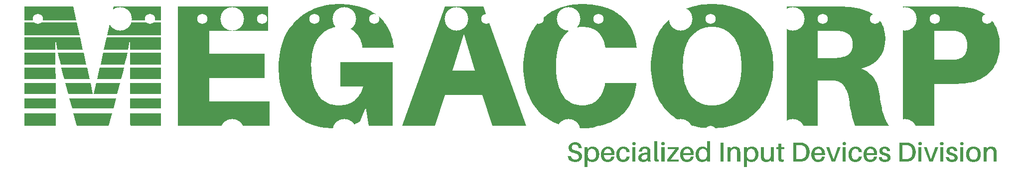
<source format=gto>
%TF.GenerationSoftware,KiCad,Pcbnew,8.0.5*%
%TF.CreationDate,2024-10-22T20:47:20-04:00*%
%TF.ProjectId,ortho,6f727468-6f2e-46b6-9963-61645f706362,rev?*%
%TF.SameCoordinates,PX1c62fe0PY650e7e0*%
%TF.FileFunction,Legend,Top*%
%TF.FilePolarity,Positive*%
%FSLAX46Y46*%
G04 Gerber Fmt 4.6, Leading zero omitted, Abs format (unit mm)*
G04 Created by KiCad (PCBNEW 8.0.5) date 2024-10-22 20:47:20*
%MOMM*%
%LPD*%
G01*
G04 APERTURE LIST*
%ADD10C,0.000000*%
%ADD11C,1.750000*%
%ADD12C,4.000000*%
%ADD13C,3.987800*%
%ADD14C,3.048000*%
%ADD15R,1.700000X1.700000*%
%ADD16O,1.700000X1.700000*%
G04 APERTURE END LIST*
D10*
G36*
X21088161Y47343328D02*
G01*
X12272431Y47343328D01*
X12272431Y49737888D01*
X20544018Y49737888D01*
X21088161Y47343328D01*
G37*
G36*
X35501909Y47343328D02*
G01*
X26892313Y47343328D01*
X27436456Y49737888D01*
X35501909Y49737888D01*
X35501909Y47343328D01*
G37*
G36*
X21654254Y44852278D02*
G01*
X12272433Y44852278D01*
X12272433Y47053941D01*
X21154005Y47053941D01*
X21654254Y44852278D01*
G37*
G36*
X35501909Y44852278D02*
G01*
X26326225Y44852278D01*
X26826568Y47053941D01*
X35501909Y47053941D01*
X35501909Y44852278D01*
G37*
G36*
X22220342Y42361225D02*
G01*
X17880819Y42361225D01*
X17777008Y42890227D01*
X17679994Y43411043D01*
X17590742Y43919582D01*
X17510216Y44411758D01*
X17533516Y43411286D01*
X17548553Y42361225D01*
X12272433Y42361225D01*
X12272433Y44466394D01*
X21741949Y44466394D01*
X22220342Y42361225D01*
G37*
G36*
X35501909Y42361225D02*
G01*
X30225692Y42361225D01*
X30240764Y43411286D01*
X30264032Y44411758D01*
X30176915Y43918788D01*
X30082029Y43410173D01*
X29980285Y42889718D01*
X29872595Y42361225D01*
X25760137Y42361225D01*
X26238527Y44466394D01*
X35501909Y44466394D01*
X35501909Y42361225D01*
G37*
G36*
X29601355Y41088010D02*
G01*
X29411519Y40249294D01*
X29322061Y39870172D01*
X25194047Y39870172D01*
X25650490Y41878851D01*
X29772672Y41878851D01*
X29601355Y41088010D01*
G37*
G36*
X22786435Y39870174D02*
G01*
X18420794Y39870174D01*
X18334859Y40236423D01*
X18147149Y41076990D01*
X17977404Y41878851D01*
X17977409Y41878853D01*
X22329989Y41878853D01*
X22786435Y39870174D01*
G37*
G36*
X17561704Y41076528D02*
G01*
X17566425Y39870172D01*
X12272431Y39870172D01*
X12272431Y41878851D01*
X17553552Y41878851D01*
X17561704Y41076528D01*
G37*
G36*
X35501906Y39870172D02*
G01*
X30207913Y39870172D01*
X30212544Y41076990D01*
X30220784Y41878851D01*
X35501906Y41878851D01*
X35501906Y39870172D01*
G37*
G36*
X29014435Y38602305D02*
G01*
X28850248Y37963084D01*
X28697174Y37379121D01*
X24627959Y37379121D01*
X25062458Y39291398D01*
X29184178Y39291398D01*
X29014435Y38602305D01*
G37*
G36*
X23352517Y37379121D02*
G01*
X19049666Y37379121D01*
X18894554Y37963084D01*
X18812714Y38273940D01*
X18729060Y38599980D01*
X18644069Y38939650D01*
X18558218Y39291398D01*
X22918022Y39291398D01*
X23352517Y37379121D01*
G37*
G36*
X17569114Y37379121D02*
G01*
X12272433Y37379121D01*
X12272433Y39291398D01*
X17568278Y39291398D01*
X17569114Y37379121D01*
G37*
G36*
X35501909Y37379121D02*
G01*
X30205230Y37379121D01*
X30206063Y39291398D01*
X35501909Y39291398D01*
X35501909Y37379121D01*
G37*
G36*
X28044216Y34888068D02*
G01*
X24061869Y34888068D01*
X24474514Y36703851D01*
X28520203Y36703851D01*
X28044216Y34888068D01*
G37*
G36*
X23918701Y34888068D02*
G01*
X19711233Y34888068D01*
X19228949Y36703851D01*
X23506059Y36703851D01*
X23918701Y34888068D01*
G37*
G36*
X17569114Y34888068D02*
G01*
X12272432Y34888068D01*
X12272432Y36703851D01*
X17569114Y36703851D01*
X17569114Y34888068D01*
G37*
G36*
X35501909Y34888068D02*
G01*
X30205230Y34888068D01*
X30205230Y36703851D01*
X35501909Y36703851D01*
X35501909Y34888068D01*
G37*
G36*
X35501909Y32396925D02*
G01*
X30205230Y32396925D01*
X30205230Y34116304D01*
X35501909Y34116304D01*
X35501909Y32396925D01*
G37*
G36*
X27391173Y32397021D02*
G01*
X20372890Y32397021D01*
X19916260Y34116307D01*
X27841878Y34116307D01*
X27391173Y32397021D01*
G37*
G36*
X17569114Y32396925D02*
G01*
X12272432Y32396925D01*
X12272432Y34116304D01*
X17569114Y34116304D01*
X17569114Y32396925D01*
G37*
G36*
X17569114Y29423687D02*
G01*
X12272432Y29423687D01*
X12272432Y31528857D01*
X17569114Y31528857D01*
X17569114Y29423687D01*
G37*
G36*
X35501909Y29423687D02*
G01*
X30205230Y29423687D01*
X30205230Y31528857D01*
X35501909Y31528857D01*
X35501909Y29423687D01*
G37*
G36*
X26611722Y29423591D02*
G01*
X21162617Y29423591D01*
X20603475Y31528857D01*
X27163553Y31528857D01*
X26611722Y29423591D01*
G37*
G36*
X176600746Y25878829D02*
G01*
X176648680Y25876434D01*
X176695261Y25872467D01*
X176740483Y25866950D01*
X176784341Y25859905D01*
X176826830Y25851353D01*
X176867945Y25841315D01*
X176907681Y25829812D01*
X176946033Y25816866D01*
X176982995Y25802497D01*
X177018564Y25786729D01*
X177052734Y25769580D01*
X177085499Y25751074D01*
X177116855Y25731230D01*
X177146797Y25710071D01*
X177175320Y25687618D01*
X177202418Y25663892D01*
X177228087Y25638914D01*
X177252321Y25612706D01*
X177275116Y25585289D01*
X177296466Y25556684D01*
X177316367Y25526912D01*
X177334813Y25495996D01*
X177351800Y25463955D01*
X177367321Y25430812D01*
X177381373Y25396587D01*
X177393950Y25361303D01*
X177405048Y25324980D01*
X177414660Y25287639D01*
X177422783Y25249302D01*
X177429410Y25209991D01*
X177434538Y25169726D01*
X177434538Y25169721D01*
X177440672Y25076087D01*
X177445043Y24978087D01*
X177447660Y24866074D01*
X177448530Y24730405D01*
X177448530Y23332824D01*
X176934938Y23332824D01*
X176934938Y24674291D01*
X176934792Y24760623D01*
X176933771Y24846070D01*
X176932659Y24889282D01*
X176931000Y24933255D01*
X176928684Y24978318D01*
X176925603Y25024799D01*
X176919726Y25076378D01*
X176910780Y25125820D01*
X176898655Y25172961D01*
X176883241Y25217636D01*
X176874266Y25238998D01*
X176864428Y25259681D01*
X176853713Y25279666D01*
X176842107Y25298932D01*
X176829597Y25317458D01*
X176816168Y25335225D01*
X176801808Y25352210D01*
X176786502Y25368394D01*
X176770237Y25383756D01*
X176752998Y25398276D01*
X176734773Y25411934D01*
X176715548Y25424707D01*
X176695308Y25436577D01*
X176674041Y25447523D01*
X176651732Y25457523D01*
X176628367Y25466558D01*
X176603934Y25474607D01*
X176578418Y25481650D01*
X176551806Y25487665D01*
X176524084Y25492633D01*
X176495238Y25496532D01*
X176465254Y25499343D01*
X176434120Y25501044D01*
X176401820Y25501616D01*
X176336019Y25498276D01*
X176272078Y25488048D01*
X176210328Y25470616D01*
X176151096Y25445666D01*
X176094713Y25412882D01*
X176067692Y25393455D01*
X176041507Y25371951D01*
X176016198Y25348332D01*
X175991806Y25322558D01*
X175968373Y25294590D01*
X175945941Y25264388D01*
X175924549Y25231913D01*
X175904239Y25197125D01*
X175867030Y25120456D01*
X175834643Y25034066D01*
X175807407Y24937640D01*
X175785651Y24830863D01*
X175769703Y24713421D01*
X175759893Y24584999D01*
X175756550Y24445282D01*
X175756550Y23332824D01*
X175242979Y23332824D01*
X175242979Y25814248D01*
X175756550Y25814248D01*
X175756550Y25403462D01*
X175924907Y25688221D01*
X175961587Y25714986D01*
X175998055Y25739331D01*
X176034426Y25761352D01*
X176070817Y25781145D01*
X176107345Y25798804D01*
X176144125Y25814426D01*
X176181275Y25828107D01*
X176218911Y25839941D01*
X176257149Y25850025D01*
X176296106Y25858454D01*
X176335898Y25865323D01*
X176376641Y25870730D01*
X176418453Y25874768D01*
X176461450Y25877534D01*
X176505748Y25879124D01*
X176551463Y25879633D01*
X176600746Y25878829D01*
G37*
G36*
X173609040Y25877944D02*
G01*
X173683469Y25872947D01*
X173755505Y25864716D01*
X173825145Y25853331D01*
X173892386Y25838869D01*
X173957224Y25821412D01*
X174019657Y25801038D01*
X174079681Y25777827D01*
X174137293Y25751857D01*
X174192490Y25723209D01*
X174245268Y25691961D01*
X174295625Y25658194D01*
X174343557Y25621986D01*
X174389060Y25583416D01*
X174432132Y25542565D01*
X174472769Y25499511D01*
X174510969Y25454334D01*
X174546727Y25407113D01*
X174580041Y25357928D01*
X174610908Y25306857D01*
X174639324Y25253981D01*
X174665285Y25199378D01*
X174688790Y25143128D01*
X174709834Y25085310D01*
X174728414Y25026004D01*
X174744528Y24965289D01*
X174758171Y24903245D01*
X174769341Y24839950D01*
X174784248Y24709926D01*
X174789223Y24575854D01*
X174787978Y24508338D01*
X174784248Y24441729D01*
X174778034Y24376109D01*
X174769341Y24311559D01*
X174758171Y24248159D01*
X174744528Y24185991D01*
X174728414Y24125136D01*
X174709834Y24065674D01*
X174688790Y24007687D01*
X174665285Y23951256D01*
X174639324Y23896462D01*
X174610908Y23843386D01*
X174580041Y23792108D01*
X174546727Y23742711D01*
X174510969Y23695275D01*
X174472769Y23649881D01*
X174432132Y23606611D01*
X174389060Y23565544D01*
X174343557Y23526763D01*
X174295625Y23490348D01*
X174245268Y23456381D01*
X174192490Y23424942D01*
X174137293Y23396113D01*
X174079681Y23369974D01*
X174019657Y23346607D01*
X173957224Y23326092D01*
X173892386Y23308512D01*
X173825145Y23293946D01*
X173755505Y23282475D01*
X173683469Y23274182D01*
X173609040Y23269147D01*
X173532222Y23267450D01*
X173454986Y23269147D01*
X173380193Y23274182D01*
X173307843Y23282475D01*
X173237936Y23293946D01*
X173170474Y23308512D01*
X173105456Y23326093D01*
X173042884Y23346608D01*
X172982758Y23369975D01*
X172925079Y23396114D01*
X172869847Y23424943D01*
X172817063Y23456382D01*
X172766728Y23490350D01*
X172718842Y23526765D01*
X172673405Y23565546D01*
X172630420Y23606613D01*
X172589885Y23649883D01*
X172551802Y23695277D01*
X172516172Y23742713D01*
X172482994Y23792111D01*
X172452271Y23843388D01*
X172424001Y23896464D01*
X172398187Y23951258D01*
X172374828Y24007689D01*
X172353925Y24065676D01*
X172335479Y24125138D01*
X172319490Y24185993D01*
X172305960Y24248161D01*
X172294888Y24311561D01*
X172280123Y24441730D01*
X172275200Y24575854D01*
X172816755Y24575854D01*
X172817521Y24523805D01*
X172819807Y24472887D01*
X172823603Y24423133D01*
X172828894Y24374578D01*
X172835668Y24327256D01*
X172843913Y24281202D01*
X172853615Y24236448D01*
X172864762Y24193031D01*
X172877340Y24150983D01*
X172891337Y24110340D01*
X172906740Y24071135D01*
X172923536Y24033403D01*
X172941712Y23997177D01*
X172961256Y23962493D01*
X172982154Y23929384D01*
X173004394Y23897885D01*
X173027963Y23868030D01*
X173052848Y23839852D01*
X173079036Y23813387D01*
X173106514Y23788668D01*
X173135270Y23765730D01*
X173165290Y23744608D01*
X173196563Y23725334D01*
X173229074Y23707944D01*
X173262811Y23692471D01*
X173297761Y23678951D01*
X173333912Y23667416D01*
X173371250Y23657902D01*
X173409763Y23650443D01*
X173449438Y23645072D01*
X173490262Y23641825D01*
X173532222Y23640735D01*
X173573751Y23641825D01*
X173614171Y23645072D01*
X173653468Y23650443D01*
X173691628Y23657902D01*
X173728638Y23667416D01*
X173764484Y23678951D01*
X173799152Y23692471D01*
X173832628Y23707944D01*
X173864899Y23725334D01*
X173895952Y23744608D01*
X173925772Y23765730D01*
X173954345Y23788668D01*
X173981658Y23813387D01*
X174007698Y23839852D01*
X174032449Y23868030D01*
X174055900Y23897885D01*
X174078036Y23929384D01*
X174098843Y23962493D01*
X174118307Y23997177D01*
X174136416Y24033403D01*
X174168509Y24110340D01*
X174195014Y24193031D01*
X174215819Y24281202D01*
X174230816Y24374578D01*
X174239895Y24472887D01*
X174242946Y24575854D01*
X174242181Y24627889D01*
X174239895Y24678768D01*
X174236102Y24728458D01*
X174230816Y24776926D01*
X174224051Y24824142D01*
X174215819Y24870070D01*
X174206136Y24914680D01*
X174195014Y24957939D01*
X174182467Y24999814D01*
X174168509Y25040273D01*
X174153154Y25079282D01*
X174136416Y25116811D01*
X174118307Y25152826D01*
X174098843Y25187294D01*
X174078036Y25220184D01*
X174055900Y25251462D01*
X174032449Y25281097D01*
X174007698Y25309055D01*
X173981658Y25335304D01*
X173954345Y25359812D01*
X173925772Y25382546D01*
X173895952Y25403474D01*
X173864899Y25422563D01*
X173832628Y25439780D01*
X173799152Y25455094D01*
X173764484Y25468472D01*
X173728638Y25479880D01*
X173691628Y25489287D01*
X173653468Y25496660D01*
X173614171Y25501967D01*
X173573751Y25505175D01*
X173532222Y25506252D01*
X173490262Y25505175D01*
X173449438Y25501967D01*
X173409763Y25496660D01*
X173371250Y25489287D01*
X173333912Y25479880D01*
X173297761Y25468472D01*
X173262811Y25455094D01*
X173229074Y25439780D01*
X173196563Y25422563D01*
X173165290Y25403474D01*
X173135270Y25382546D01*
X173106514Y25359812D01*
X173079036Y25335304D01*
X173052848Y25309055D01*
X173027963Y25281097D01*
X173004394Y25251462D01*
X172982154Y25220184D01*
X172961256Y25187294D01*
X172941712Y25152826D01*
X172923536Y25116811D01*
X172891337Y25040273D01*
X172864762Y24957939D01*
X172843913Y24870070D01*
X172828894Y24776926D01*
X172819807Y24678768D01*
X172816755Y24575854D01*
X172275200Y24575854D01*
X172280123Y24709926D01*
X172286275Y24775484D01*
X172294888Y24839950D01*
X172305960Y24903245D01*
X172319490Y24965289D01*
X172335479Y25026004D01*
X172353925Y25085310D01*
X172374828Y25143128D01*
X172398187Y25199378D01*
X172424001Y25253981D01*
X172452271Y25306857D01*
X172482994Y25357928D01*
X172516172Y25407113D01*
X172551802Y25454334D01*
X172589885Y25499511D01*
X172630420Y25542565D01*
X172673405Y25583416D01*
X172718842Y25621986D01*
X172766728Y25658194D01*
X172817063Y25691961D01*
X172869847Y25723209D01*
X172925079Y25751857D01*
X172982758Y25777827D01*
X173042884Y25801038D01*
X173105456Y25821412D01*
X173170474Y25838869D01*
X173237936Y25853331D01*
X173307843Y25864716D01*
X173380193Y25872947D01*
X173454986Y25877944D01*
X173532222Y25879627D01*
X173609040Y25877944D01*
G37*
G36*
X171560994Y26678531D02*
G01*
X171576796Y26677440D01*
X171592320Y26675642D01*
X171607550Y26673150D01*
X171622469Y26669981D01*
X171637061Y26666150D01*
X171651309Y26661673D01*
X171665198Y26656564D01*
X171678712Y26650840D01*
X171691833Y26644515D01*
X171704546Y26637606D01*
X171716834Y26630127D01*
X171728681Y26622094D01*
X171740071Y26613522D01*
X171750988Y26604427D01*
X171761415Y26594825D01*
X171771336Y26584729D01*
X171780735Y26574157D01*
X171789595Y26563124D01*
X171797901Y26551644D01*
X171805636Y26539733D01*
X171812783Y26527407D01*
X171819327Y26514682D01*
X171825251Y26501571D01*
X171830540Y26488092D01*
X171835175Y26474259D01*
X171839143Y26460087D01*
X171842425Y26445593D01*
X171845006Y26430792D01*
X171846870Y26415698D01*
X171848000Y26400328D01*
X171848381Y26384696D01*
X171848000Y26368636D01*
X171846870Y26352864D01*
X171845006Y26337395D01*
X171842425Y26322243D01*
X171839143Y26307424D01*
X171835175Y26292951D01*
X171830540Y26278839D01*
X171825251Y26265103D01*
X171819327Y26251757D01*
X171812783Y26238816D01*
X171805636Y26226293D01*
X171797901Y26214205D01*
X171789595Y26202565D01*
X171780735Y26191387D01*
X171771336Y26180686D01*
X171761415Y26170478D01*
X171750988Y26160775D01*
X171740071Y26151594D01*
X171728681Y26142947D01*
X171716834Y26134851D01*
X171704546Y26127318D01*
X171691833Y26120365D01*
X171678712Y26114005D01*
X171665198Y26108252D01*
X171651309Y26103122D01*
X171637061Y26098629D01*
X171622469Y26094788D01*
X171607550Y26091612D01*
X171592320Y26089117D01*
X171576796Y26087317D01*
X171560994Y26086226D01*
X171544929Y26085859D01*
X171528868Y26086226D01*
X171513096Y26087317D01*
X171497625Y26089117D01*
X171482472Y26091612D01*
X171467650Y26094788D01*
X171453174Y26098629D01*
X171439059Y26103122D01*
X171425319Y26108252D01*
X171411970Y26114004D01*
X171399024Y26120364D01*
X171386497Y26127317D01*
X171374404Y26134849D01*
X171362759Y26142946D01*
X171351576Y26151592D01*
X171340871Y26160773D01*
X171330657Y26170476D01*
X171320950Y26180684D01*
X171311763Y26191385D01*
X171303112Y26202562D01*
X171295011Y26214203D01*
X171287474Y26226291D01*
X171280516Y26238813D01*
X171274151Y26251755D01*
X171268395Y26265101D01*
X171263262Y26278837D01*
X171258766Y26292949D01*
X171254921Y26307422D01*
X171251743Y26322242D01*
X171249246Y26337393D01*
X171247444Y26352863D01*
X171246352Y26368635D01*
X171245985Y26384696D01*
X171246352Y26400328D01*
X171247444Y26415698D01*
X171249246Y26430792D01*
X171251743Y26445593D01*
X171254921Y26460087D01*
X171258766Y26474259D01*
X171263262Y26488092D01*
X171268395Y26501571D01*
X171274151Y26514682D01*
X171280516Y26527407D01*
X171287474Y26539733D01*
X171295011Y26551644D01*
X171303112Y26563124D01*
X171311763Y26574157D01*
X171320950Y26584729D01*
X171330657Y26594825D01*
X171340871Y26604427D01*
X171351576Y26613522D01*
X171362759Y26622094D01*
X171374404Y26630127D01*
X171386497Y26637606D01*
X171399024Y26644515D01*
X171411970Y26650840D01*
X171425319Y26656564D01*
X171439059Y26661673D01*
X171453174Y26666150D01*
X171467650Y26669981D01*
X171482472Y26673150D01*
X171497625Y26675642D01*
X171513096Y26677440D01*
X171528868Y26678531D01*
X171544929Y26678898D01*
X171560994Y26678531D01*
G37*
G36*
X171801619Y23332835D02*
G01*
X171288112Y23332835D01*
X171288112Y25814157D01*
X171801619Y25814157D01*
X171801619Y23332835D01*
G37*
G36*
X169915024Y25878700D02*
G01*
X169966271Y25875911D01*
X170016033Y25871305D01*
X170064310Y25864917D01*
X170111100Y25856782D01*
X170156401Y25846934D01*
X170200212Y25835409D01*
X170242530Y25822242D01*
X170283355Y25807467D01*
X170322684Y25791119D01*
X170360517Y25773233D01*
X170396850Y25753845D01*
X170431684Y25732988D01*
X170465015Y25710698D01*
X170496843Y25687010D01*
X170527166Y25661959D01*
X170555983Y25635579D01*
X170583290Y25607905D01*
X170609088Y25578972D01*
X170633374Y25548816D01*
X170656147Y25517470D01*
X170677405Y25484971D01*
X170697147Y25451352D01*
X170715370Y25416649D01*
X170732073Y25380896D01*
X170747255Y25344128D01*
X170760914Y25306381D01*
X170773049Y25267689D01*
X170783656Y25228087D01*
X170792737Y25187610D01*
X170800287Y25146293D01*
X170806306Y25104170D01*
X170283272Y25104170D01*
X170272415Y25151987D01*
X170259156Y25197216D01*
X170243501Y25239791D01*
X170234777Y25260060D01*
X170225456Y25279641D01*
X170215540Y25298523D01*
X170205028Y25316698D01*
X170193923Y25334158D01*
X170182224Y25350894D01*
X170169932Y25366897D01*
X170157049Y25382159D01*
X170143575Y25396672D01*
X170129511Y25410426D01*
X170114858Y25423413D01*
X170099616Y25435624D01*
X170083786Y25447051D01*
X170067369Y25457686D01*
X170050367Y25467519D01*
X170032779Y25476542D01*
X170014607Y25484746D01*
X169995851Y25492124D01*
X169976512Y25498666D01*
X169956591Y25504363D01*
X169936089Y25509207D01*
X169915007Y25513190D01*
X169893345Y25516303D01*
X169871104Y25518537D01*
X169848286Y25519884D01*
X169824890Y25520335D01*
X169802461Y25519940D01*
X169780769Y25518765D01*
X169759814Y25516827D01*
X169739594Y25514140D01*
X169720106Y25510720D01*
X169701350Y25506582D01*
X169683323Y25501742D01*
X169666023Y25496215D01*
X169649450Y25490017D01*
X169633602Y25483163D01*
X169618476Y25475669D01*
X169604071Y25467549D01*
X169590385Y25458820D01*
X169577417Y25449497D01*
X169565164Y25439595D01*
X169553626Y25429130D01*
X169542800Y25418118D01*
X169532685Y25406573D01*
X169523279Y25394511D01*
X169514581Y25381947D01*
X169506588Y25368898D01*
X169499299Y25355378D01*
X169492713Y25341403D01*
X169486826Y25326989D01*
X169481639Y25312150D01*
X169477149Y25296903D01*
X169473354Y25281262D01*
X169470254Y25265243D01*
X169467845Y25248862D01*
X169466126Y25232135D01*
X169465096Y25215075D01*
X169464754Y25197700D01*
X169465288Y25177035D01*
X169466892Y25157113D01*
X169469567Y25137909D01*
X169473314Y25119399D01*
X169478132Y25101556D01*
X169484024Y25084357D01*
X169490990Y25067777D01*
X169499031Y25051790D01*
X169508147Y25036372D01*
X169518340Y25021498D01*
X169529610Y25007143D01*
X169541958Y24993282D01*
X169569894Y24966944D01*
X169602152Y24942283D01*
X169638740Y24919102D01*
X169679665Y24897201D01*
X169724934Y24876381D01*
X169774553Y24856444D01*
X169828530Y24837189D01*
X169886870Y24818419D01*
X169949581Y24799934D01*
X170016670Y24781535D01*
X170115294Y24754332D01*
X170207849Y24725155D01*
X170294292Y24693783D01*
X170374585Y24659999D01*
X170448687Y24623584D01*
X170483403Y24604321D01*
X170516557Y24584318D01*
X170548142Y24563548D01*
X170578154Y24541982D01*
X170606589Y24519595D01*
X170633440Y24496359D01*
X170658703Y24472245D01*
X170682372Y24447228D01*
X170704444Y24421278D01*
X170724912Y24394370D01*
X170743771Y24366476D01*
X170761017Y24337568D01*
X170776645Y24307618D01*
X170790649Y24276601D01*
X170803024Y24244488D01*
X170813766Y24211251D01*
X170822869Y24176864D01*
X170830328Y24141299D01*
X170836138Y24104529D01*
X170840295Y24066526D01*
X170842793Y24027264D01*
X170843626Y23986713D01*
X170842391Y23942307D01*
X170838721Y23899326D01*
X170832675Y23857768D01*
X170824307Y23817632D01*
X170813675Y23778918D01*
X170800834Y23741624D01*
X170785841Y23705750D01*
X170768753Y23671295D01*
X170749625Y23638258D01*
X170728514Y23606637D01*
X170705477Y23576432D01*
X170680569Y23547642D01*
X170653847Y23520265D01*
X170625368Y23494302D01*
X170595187Y23469750D01*
X170563361Y23446610D01*
X170529946Y23424879D01*
X170494999Y23404557D01*
X170420733Y23368137D01*
X170341013Y23337341D01*
X170256291Y23312161D01*
X170167016Y23292591D01*
X170073639Y23278622D01*
X169976612Y23270246D01*
X169876384Y23267455D01*
X169774717Y23270369D01*
X169676730Y23279175D01*
X169629205Y23285818D01*
X169582705Y23293970D01*
X169537266Y23303645D01*
X169492922Y23314853D01*
X169449708Y23327607D01*
X169407660Y23341919D01*
X169366812Y23357801D01*
X169327200Y23375266D01*
X169288859Y23394326D01*
X169251823Y23414992D01*
X169216128Y23437278D01*
X169181808Y23461194D01*
X169148900Y23486754D01*
X169117437Y23513969D01*
X169087455Y23542852D01*
X169058989Y23573414D01*
X169032074Y23605668D01*
X169006744Y23639627D01*
X168983036Y23675301D01*
X168960984Y23712704D01*
X168940623Y23751848D01*
X168921987Y23792744D01*
X168905114Y23835405D01*
X168890036Y23879843D01*
X168876789Y23926070D01*
X168865409Y23974098D01*
X168855930Y24023940D01*
X168848387Y24075607D01*
X169366786Y24075607D01*
X169372907Y24046354D01*
X169379887Y24018213D01*
X169387707Y23991172D01*
X169396348Y23965218D01*
X169405791Y23940340D01*
X169416017Y23916525D01*
X169427007Y23893763D01*
X169438744Y23872040D01*
X169451206Y23851345D01*
X169464377Y23831665D01*
X169478237Y23812990D01*
X169492767Y23795306D01*
X169507948Y23778601D01*
X169523762Y23762865D01*
X169540190Y23748084D01*
X169557212Y23734246D01*
X169574811Y23721341D01*
X169592966Y23709355D01*
X169611660Y23698276D01*
X169630873Y23688094D01*
X169650587Y23678794D01*
X169670782Y23670367D01*
X169691440Y23662799D01*
X169712543Y23656079D01*
X169756004Y23645133D01*
X169801016Y23637433D01*
X169847427Y23632884D01*
X169895086Y23631389D01*
X169939231Y23632597D01*
X169982064Y23636230D01*
X170002924Y23638959D01*
X170023376Y23642301D01*
X170043394Y23646255D01*
X170062952Y23650824D01*
X170082024Y23656009D01*
X170100582Y23661813D01*
X170118600Y23668236D01*
X170136052Y23675280D01*
X170152912Y23682948D01*
X170169152Y23691241D01*
X170184746Y23700160D01*
X170199668Y23709708D01*
X170213890Y23719885D01*
X170227388Y23730694D01*
X170240134Y23742137D01*
X170252101Y23754215D01*
X170263263Y23766929D01*
X170273593Y23780282D01*
X170283066Y23794275D01*
X170291654Y23808909D01*
X170299331Y23824188D01*
X170306071Y23840111D01*
X170311846Y23856682D01*
X170316631Y23873901D01*
X170320399Y23891770D01*
X170323123Y23910292D01*
X170324777Y23929467D01*
X170325334Y23949297D01*
X170323340Y23988504D01*
X170317278Y24025544D01*
X170307022Y24060556D01*
X170300283Y24077344D01*
X170292450Y24093677D01*
X170283507Y24109571D01*
X170273439Y24125043D01*
X170249864Y24154793D01*
X170221603Y24183062D01*
X170188532Y24209989D01*
X170150528Y24235710D01*
X170107467Y24260362D01*
X170059225Y24284083D01*
X170005679Y24307010D01*
X169946707Y24329279D01*
X169882183Y24351029D01*
X169811986Y24372395D01*
X169735991Y24393516D01*
X169652439Y24416346D01*
X169571947Y24441177D01*
X169494837Y24468254D01*
X169421431Y24497825D01*
X169352049Y24530135D01*
X169287015Y24565431D01*
X169256228Y24584276D01*
X169226648Y24603959D01*
X169198315Y24624513D01*
X169171270Y24645967D01*
X169145553Y24668352D01*
X169121204Y24691700D01*
X169098262Y24716040D01*
X169076770Y24741405D01*
X169056765Y24767824D01*
X169038289Y24795328D01*
X169021383Y24823949D01*
X169006085Y24853717D01*
X168992436Y24884662D01*
X168980477Y24916817D01*
X168970248Y24950210D01*
X168961788Y24984874D01*
X168955138Y25020839D01*
X168950338Y25058136D01*
X168947429Y25096796D01*
X168946451Y25136849D01*
X168947513Y25179693D01*
X168950678Y25221449D01*
X168955913Y25262098D01*
X168963186Y25301624D01*
X168972464Y25340007D01*
X168983715Y25377231D01*
X168996907Y25413278D01*
X169012006Y25448129D01*
X169028981Y25481767D01*
X169047798Y25514174D01*
X169068426Y25545332D01*
X169090832Y25575224D01*
X169114983Y25603831D01*
X169140848Y25631136D01*
X169168393Y25657121D01*
X169197586Y25681768D01*
X169228394Y25705059D01*
X169260786Y25726977D01*
X169294728Y25747503D01*
X169330189Y25766621D01*
X169367135Y25784311D01*
X169405534Y25800556D01*
X169445354Y25815339D01*
X169486562Y25828642D01*
X169573013Y25850734D01*
X169664627Y25866691D01*
X169761145Y25876369D01*
X169862306Y25879627D01*
X169862295Y25879638D01*
X169915024Y25878700D01*
G37*
G36*
X168163341Y26678531D02*
G01*
X168179145Y26677440D01*
X168194670Y26675642D01*
X168209900Y26673150D01*
X168224820Y26669981D01*
X168239413Y26666150D01*
X168253662Y26661673D01*
X168267551Y26656564D01*
X168281065Y26650840D01*
X168294187Y26644515D01*
X168306900Y26637606D01*
X168319189Y26630127D01*
X168331036Y26622094D01*
X168342427Y26613522D01*
X168353344Y26604427D01*
X168363771Y26594825D01*
X168373692Y26584729D01*
X168383092Y26574157D01*
X168391952Y26563124D01*
X168400258Y26551644D01*
X168407993Y26539733D01*
X168415140Y26527407D01*
X168421685Y26514682D01*
X168427609Y26501571D01*
X168432897Y26488092D01*
X168437533Y26474259D01*
X168441500Y26460087D01*
X168444782Y26445593D01*
X168447364Y26430792D01*
X168449228Y26415698D01*
X168450358Y26400328D01*
X168450738Y26384696D01*
X168450358Y26368636D01*
X168449228Y26352864D01*
X168447364Y26337395D01*
X168444782Y26322243D01*
X168441500Y26307424D01*
X168437533Y26292951D01*
X168432897Y26278839D01*
X168427609Y26265103D01*
X168421685Y26251757D01*
X168415140Y26238816D01*
X168407993Y26226293D01*
X168400258Y26214205D01*
X168391952Y26202565D01*
X168383092Y26191387D01*
X168373692Y26180686D01*
X168363771Y26170478D01*
X168353344Y26160775D01*
X168342427Y26151594D01*
X168331036Y26142947D01*
X168319189Y26134851D01*
X168306900Y26127318D01*
X168294187Y26120365D01*
X168281065Y26114005D01*
X168267551Y26108252D01*
X168253662Y26103122D01*
X168239413Y26098629D01*
X168224820Y26094788D01*
X168209900Y26091612D01*
X168194670Y26089117D01*
X168179145Y26087317D01*
X168163341Y26086226D01*
X168147276Y26085859D01*
X168131215Y26086226D01*
X168115442Y26087317D01*
X168099972Y26089117D01*
X168084820Y26091612D01*
X168070000Y26094788D01*
X168055527Y26098629D01*
X168041415Y26103122D01*
X168027678Y26108252D01*
X168014332Y26114004D01*
X168001391Y26120364D01*
X167988869Y26127317D01*
X167976780Y26134849D01*
X167965140Y26142946D01*
X167953962Y26151592D01*
X167943262Y26160773D01*
X167933054Y26170476D01*
X167923351Y26180684D01*
X167914170Y26191385D01*
X167905524Y26202562D01*
X167897428Y26214203D01*
X167889896Y26226291D01*
X167882942Y26238813D01*
X167876583Y26251755D01*
X167870831Y26265101D01*
X167865701Y26278837D01*
X167861208Y26292949D01*
X167857367Y26307422D01*
X167854192Y26322242D01*
X167851697Y26337393D01*
X167849896Y26352863D01*
X167848806Y26368635D01*
X167848439Y26384696D01*
X167848806Y26400328D01*
X167849897Y26415698D01*
X167851697Y26430792D01*
X167854192Y26445593D01*
X167857368Y26460087D01*
X167861210Y26474259D01*
X167865703Y26488092D01*
X167870834Y26501571D01*
X167876586Y26514682D01*
X167882947Y26527407D01*
X167889901Y26539733D01*
X167897433Y26551644D01*
X167905530Y26563124D01*
X167914177Y26574157D01*
X167923359Y26584729D01*
X167933062Y26594825D01*
X167943271Y26604427D01*
X167953971Y26613522D01*
X167965149Y26622094D01*
X167976789Y26630127D01*
X167988878Y26637606D01*
X168001400Y26644515D01*
X168014342Y26650840D01*
X168027687Y26656564D01*
X168041423Y26661673D01*
X168055535Y26666150D01*
X168070007Y26669981D01*
X168084826Y26673150D01*
X168099977Y26675642D01*
X168115445Y26677440D01*
X168131216Y26678531D01*
X168147276Y26678898D01*
X168163341Y26678531D01*
G37*
G36*
X168404062Y23332835D02*
G01*
X167890480Y23332835D01*
X167890480Y25814157D01*
X168404062Y25814157D01*
X168404062Y23332835D01*
G37*
G36*
X166320105Y23710841D02*
G01*
X167007042Y25814157D01*
X167553692Y25814157D01*
X166605142Y23332835D01*
X166007019Y23332835D01*
X165058383Y25814157D01*
X165623811Y25814157D01*
X166320105Y23710841D01*
G37*
G36*
X164475845Y26678531D02*
G01*
X164491648Y26677440D01*
X164507173Y26675642D01*
X164522403Y26673150D01*
X164537323Y26669981D01*
X164551916Y26666150D01*
X164566165Y26661673D01*
X164580054Y26656564D01*
X164593568Y26650840D01*
X164606690Y26644515D01*
X164619403Y26637606D01*
X164631692Y26630127D01*
X164643539Y26622094D01*
X164654930Y26613522D01*
X164665847Y26604427D01*
X164676274Y26594825D01*
X164686195Y26584729D01*
X164695595Y26574157D01*
X164704455Y26563124D01*
X164712761Y26551644D01*
X164720496Y26539733D01*
X164727644Y26527407D01*
X164734188Y26514682D01*
X164740112Y26501571D01*
X164745400Y26488092D01*
X164750036Y26474259D01*
X164754003Y26460087D01*
X164757286Y26445593D01*
X164759867Y26430792D01*
X164761731Y26415698D01*
X164762861Y26400328D01*
X164763241Y26384696D01*
X164762861Y26368636D01*
X164761731Y26352864D01*
X164759867Y26337395D01*
X164757286Y26322243D01*
X164754003Y26307424D01*
X164750036Y26292951D01*
X164745400Y26278839D01*
X164740112Y26265103D01*
X164734188Y26251757D01*
X164727644Y26238816D01*
X164720496Y26226293D01*
X164712761Y26214205D01*
X164704455Y26202565D01*
X164695595Y26191387D01*
X164686195Y26180686D01*
X164676274Y26170478D01*
X164665847Y26160775D01*
X164654930Y26151594D01*
X164643539Y26142947D01*
X164631692Y26134851D01*
X164619403Y26127318D01*
X164606690Y26120365D01*
X164593568Y26114005D01*
X164580054Y26108252D01*
X164566165Y26103122D01*
X164551916Y26098629D01*
X164537323Y26094788D01*
X164522403Y26091612D01*
X164507173Y26089117D01*
X164491648Y26087317D01*
X164475845Y26086226D01*
X164459779Y26085859D01*
X164443718Y26086226D01*
X164427945Y26087317D01*
X164412475Y26089117D01*
X164397322Y26091612D01*
X164382500Y26094788D01*
X164368025Y26098629D01*
X164353910Y26103122D01*
X164340171Y26108252D01*
X164326821Y26114004D01*
X164313876Y26120364D01*
X164301350Y26127317D01*
X164289257Y26134849D01*
X164277613Y26142946D01*
X164266431Y26151592D01*
X164255726Y26160773D01*
X164245513Y26170476D01*
X164235806Y26180684D01*
X164226619Y26191385D01*
X164217969Y26202562D01*
X164209868Y26214203D01*
X164202331Y26226291D01*
X164195374Y26238813D01*
X164189010Y26251755D01*
X164183254Y26265101D01*
X164178121Y26278837D01*
X164173625Y26292949D01*
X164169781Y26307422D01*
X164166603Y26322242D01*
X164164106Y26337393D01*
X164162304Y26352863D01*
X164161213Y26368635D01*
X164160846Y26384696D01*
X164161213Y26400328D01*
X164162304Y26415698D01*
X164164106Y26430792D01*
X164166603Y26445593D01*
X164169781Y26460087D01*
X164173625Y26474259D01*
X164178121Y26488092D01*
X164183254Y26501571D01*
X164189010Y26514682D01*
X164195374Y26527407D01*
X164202331Y26539733D01*
X164209868Y26551644D01*
X164217969Y26563124D01*
X164226619Y26574157D01*
X164235806Y26584729D01*
X164245513Y26594825D01*
X164255726Y26604427D01*
X164266431Y26613522D01*
X164277613Y26622094D01*
X164289257Y26630127D01*
X164301350Y26637606D01*
X164313876Y26644515D01*
X164326821Y26650840D01*
X164340171Y26656564D01*
X164353910Y26661673D01*
X164368025Y26666150D01*
X164382500Y26669981D01*
X164397322Y26673150D01*
X164412475Y26675642D01*
X164427945Y26677440D01*
X164443718Y26678531D01*
X164459779Y26678898D01*
X164475845Y26678531D01*
G37*
G36*
X164716469Y23332835D02*
G01*
X164202972Y23332835D01*
X164202972Y25814157D01*
X164716469Y25814157D01*
X164716469Y23332835D01*
G37*
G36*
X162119748Y26557013D02*
G01*
X162168549Y26556322D01*
X162214720Y26554977D01*
X162260453Y26552760D01*
X162307939Y26549452D01*
X162359369Y26544835D01*
X162416934Y26538692D01*
X162554814Y26517330D01*
X162687553Y26486430D01*
X162814633Y26445868D01*
X162935535Y26395519D01*
X162993508Y26366635D01*
X163049742Y26335257D01*
X163104173Y26301371D01*
X163156736Y26264959D01*
X163207366Y26226007D01*
X163255998Y26184499D01*
X163302568Y26140419D01*
X163347011Y26093752D01*
X163389262Y26044482D01*
X163429257Y25992593D01*
X163466930Y25938071D01*
X163502217Y25880899D01*
X163535053Y25821061D01*
X163565374Y25758543D01*
X163593114Y25693328D01*
X163618209Y25625401D01*
X163640594Y25554747D01*
X163660205Y25481349D01*
X163676976Y25405192D01*
X163690843Y25326261D01*
X163701742Y25244540D01*
X163709606Y25160013D01*
X163714373Y25072665D01*
X163715976Y24982480D01*
X163714319Y24893332D01*
X163709396Y24806477D01*
X163701279Y24721933D01*
X163690039Y24639717D01*
X163675748Y24559846D01*
X163658478Y24482336D01*
X163638300Y24407205D01*
X163615285Y24334469D01*
X163589506Y24264146D01*
X163561034Y24196252D01*
X163529940Y24130804D01*
X163496296Y24067820D01*
X163460174Y24007315D01*
X163421645Y23949309D01*
X163380782Y23893816D01*
X163337655Y23840854D01*
X163292336Y23790441D01*
X163244896Y23742592D01*
X163195409Y23697326D01*
X163143944Y23654658D01*
X163090573Y23614607D01*
X163035369Y23577188D01*
X162978403Y23542419D01*
X162919746Y23510317D01*
X162859470Y23480898D01*
X162797647Y23454181D01*
X162734347Y23430180D01*
X162669644Y23408915D01*
X162603608Y23390401D01*
X162536311Y23374655D01*
X162467825Y23361695D01*
X162398221Y23351537D01*
X162340659Y23345361D01*
X162289231Y23340719D01*
X162241747Y23337393D01*
X162196014Y23335163D01*
X162149843Y23333811D01*
X162101041Y23333116D01*
X161986783Y23332824D01*
X160963603Y23332824D01*
X160963603Y23743525D01*
X160963603Y26151233D01*
X161477174Y26151233D01*
X161477174Y23743525D01*
X161940021Y23743525D01*
X162050349Y23743817D01*
X162099646Y23744512D01*
X162145764Y23745864D01*
X162189250Y23748092D01*
X162230656Y23751417D01*
X162270528Y23756058D01*
X162290062Y23758940D01*
X162309418Y23762233D01*
X162309407Y23762228D01*
X162404537Y23780404D01*
X162495170Y23806805D01*
X162538729Y23823058D01*
X162581079Y23841328D01*
X162622191Y23861604D01*
X162662037Y23883871D01*
X162700589Y23908118D01*
X162737819Y23934331D01*
X162773698Y23962497D01*
X162808198Y23992604D01*
X162841291Y24024639D01*
X162872948Y24058589D01*
X162903142Y24094441D01*
X162931843Y24132181D01*
X162959024Y24171799D01*
X162984656Y24213279D01*
X163031162Y24301780D01*
X163071134Y24397580D01*
X163104345Y24500577D01*
X163130570Y24610667D01*
X163149582Y24727749D01*
X163161155Y24851719D01*
X163165063Y24982475D01*
X163164122Y25045188D01*
X163161314Y25106225D01*
X163156664Y25165579D01*
X163150196Y25223244D01*
X163141933Y25279215D01*
X163131900Y25333484D01*
X163120120Y25386048D01*
X163106617Y25436898D01*
X163091416Y25486030D01*
X163074540Y25533437D01*
X163056014Y25579114D01*
X163035861Y25623053D01*
X163014105Y25665251D01*
X162990770Y25705699D01*
X162965881Y25744392D01*
X162939461Y25781325D01*
X162911535Y25816491D01*
X162882125Y25849885D01*
X162851257Y25881500D01*
X162818953Y25911330D01*
X162785239Y25939369D01*
X162750138Y25965611D01*
X162713674Y25990051D01*
X162675871Y26012682D01*
X162636753Y26033498D01*
X162596344Y26052494D01*
X162554668Y26069662D01*
X162511748Y26084998D01*
X162467610Y26098496D01*
X162422277Y26110148D01*
X162375772Y26119950D01*
X162328120Y26127895D01*
X162289037Y26134269D01*
X162248693Y26139434D01*
X162206705Y26143500D01*
X162162691Y26146579D01*
X162116267Y26148781D01*
X162067051Y26150217D01*
X162014661Y26150997D01*
X161958713Y26151233D01*
X161477174Y26151233D01*
X160963603Y26151233D01*
X160963603Y26557304D01*
X162005496Y26557304D01*
X162119748Y26557013D01*
G37*
G36*
X158506186Y25878700D02*
G01*
X158557433Y25875911D01*
X158607195Y25871305D01*
X158655472Y25864917D01*
X158702262Y25856782D01*
X158747563Y25846934D01*
X158791373Y25835409D01*
X158833691Y25822242D01*
X158874515Y25807467D01*
X158913843Y25791119D01*
X158951675Y25773233D01*
X158988007Y25753845D01*
X159022839Y25732988D01*
X159056169Y25710698D01*
X159087996Y25687010D01*
X159118316Y25661959D01*
X159147130Y25635579D01*
X159174435Y25607905D01*
X159200230Y25578972D01*
X159224513Y25548816D01*
X159247282Y25517470D01*
X159268536Y25484971D01*
X159288273Y25451352D01*
X159306491Y25416649D01*
X159323189Y25380896D01*
X159338366Y25344128D01*
X159352019Y25306381D01*
X159364146Y25267689D01*
X159374747Y25228087D01*
X159383819Y25187610D01*
X159391362Y25146293D01*
X159397372Y25104170D01*
X158874348Y25104170D01*
X158863507Y25151987D01*
X158850260Y25197216D01*
X158834613Y25239791D01*
X158825892Y25260060D01*
X158816573Y25279641D01*
X158806658Y25298523D01*
X158796148Y25316698D01*
X158785043Y25334158D01*
X158773345Y25350894D01*
X158761053Y25366897D01*
X158748170Y25382159D01*
X158734695Y25396672D01*
X158720630Y25410426D01*
X158705976Y25423413D01*
X158690734Y25435624D01*
X158674904Y25447051D01*
X158658488Y25457686D01*
X158641485Y25467519D01*
X158623898Y25476542D01*
X158605727Y25484746D01*
X158586973Y25492124D01*
X158567636Y25498666D01*
X158547718Y25504363D01*
X158527220Y25509207D01*
X158506142Y25513190D01*
X158484485Y25516303D01*
X158462251Y25518537D01*
X158439439Y25519884D01*
X158416052Y25520335D01*
X158393615Y25519940D01*
X158371916Y25518765D01*
X158350954Y25516827D01*
X158330727Y25514140D01*
X158311233Y25510720D01*
X158292471Y25506582D01*
X158274439Y25501742D01*
X158257135Y25496215D01*
X158240557Y25490017D01*
X158224704Y25483163D01*
X158209574Y25475669D01*
X158195165Y25467549D01*
X158181475Y25458820D01*
X158168504Y25449497D01*
X158156249Y25439595D01*
X158144708Y25429130D01*
X158133880Y25418118D01*
X158123763Y25406573D01*
X158114355Y25394511D01*
X158105655Y25381947D01*
X158097660Y25368898D01*
X158090370Y25355378D01*
X158083782Y25341403D01*
X158077895Y25326989D01*
X158072707Y25312150D01*
X158068217Y25296903D01*
X158064421Y25281262D01*
X158061320Y25265243D01*
X158058911Y25248862D01*
X158057192Y25232135D01*
X158056162Y25215075D01*
X158055819Y25197700D01*
X158056354Y25177035D01*
X158057959Y25157113D01*
X158060634Y25137909D01*
X158064380Y25119399D01*
X158069199Y25101556D01*
X158075091Y25084357D01*
X158082057Y25067777D01*
X158090098Y25051790D01*
X158099215Y25036372D01*
X158109408Y25021498D01*
X158120678Y25007143D01*
X158133027Y24993282D01*
X158160963Y24966944D01*
X158193222Y24942283D01*
X158229811Y24919102D01*
X158270736Y24897201D01*
X158316005Y24876381D01*
X158365624Y24856444D01*
X158419599Y24837189D01*
X158477939Y24818419D01*
X158540649Y24799934D01*
X158607736Y24781535D01*
X158706360Y24754332D01*
X158798915Y24725155D01*
X158885359Y24693783D01*
X158965653Y24659999D01*
X159039755Y24623584D01*
X159074472Y24604321D01*
X159107626Y24584318D01*
X159139212Y24563548D01*
X159169225Y24541982D01*
X159197660Y24519595D01*
X159224511Y24496359D01*
X159249775Y24472245D01*
X159273445Y24447228D01*
X159295516Y24421278D01*
X159315985Y24394370D01*
X159334845Y24366476D01*
X159352091Y24337568D01*
X159367719Y24307618D01*
X159381724Y24276601D01*
X159394099Y24244488D01*
X159404841Y24211251D01*
X159413945Y24176864D01*
X159421404Y24141299D01*
X159427215Y24104529D01*
X159431371Y24066526D01*
X159433869Y24027264D01*
X159434703Y23986713D01*
X159433467Y23942307D01*
X159429798Y23899326D01*
X159423751Y23857768D01*
X159415384Y23817632D01*
X159404751Y23778918D01*
X159391911Y23741624D01*
X159376918Y23705750D01*
X159359829Y23671295D01*
X159340702Y23638258D01*
X159319591Y23606637D01*
X159296553Y23576432D01*
X159271645Y23547642D01*
X159244923Y23520265D01*
X159216444Y23494302D01*
X159186262Y23469750D01*
X159154436Y23446610D01*
X159121021Y23424879D01*
X159086074Y23404557D01*
X159011807Y23368137D01*
X158932086Y23337341D01*
X158847363Y23312161D01*
X158758087Y23292591D01*
X158664709Y23278622D01*
X158567680Y23270246D01*
X158467450Y23267455D01*
X158365783Y23270369D01*
X158267797Y23279175D01*
X158220272Y23285818D01*
X158173772Y23293970D01*
X158128333Y23303645D01*
X158083989Y23314853D01*
X158040776Y23327607D01*
X157998728Y23341919D01*
X157957881Y23357801D01*
X157918270Y23375266D01*
X157879929Y23394326D01*
X157842893Y23414992D01*
X157807199Y23437278D01*
X157772880Y23461194D01*
X157739972Y23486754D01*
X157708509Y23513969D01*
X157678528Y23542852D01*
X157650062Y23573414D01*
X157623147Y23605668D01*
X157597819Y23639627D01*
X157574111Y23675301D01*
X157552059Y23712704D01*
X157531698Y23751848D01*
X157513063Y23792744D01*
X157496189Y23835405D01*
X157481112Y23879843D01*
X157467865Y23926070D01*
X157456485Y23974098D01*
X157447006Y24023940D01*
X157439464Y24075607D01*
X157957863Y24075607D01*
X157963984Y24046354D01*
X157970964Y24018213D01*
X157978783Y23991172D01*
X157987424Y23965218D01*
X157996867Y23940340D01*
X158007093Y23916525D01*
X158018083Y23893763D01*
X158029819Y23872040D01*
X158042281Y23851345D01*
X158055452Y23831665D01*
X158069311Y23812990D01*
X158083841Y23795306D01*
X158099022Y23778601D01*
X158114836Y23762865D01*
X158131263Y23748084D01*
X158148285Y23734246D01*
X158165883Y23721341D01*
X158184038Y23709355D01*
X158202732Y23698276D01*
X158221945Y23688094D01*
X158241659Y23678794D01*
X158261854Y23670367D01*
X158282512Y23662799D01*
X158303615Y23656079D01*
X158347077Y23645133D01*
X158392090Y23637433D01*
X158438502Y23632884D01*
X158486163Y23631389D01*
X158530307Y23632597D01*
X158573141Y23636230D01*
X158594000Y23638959D01*
X158614451Y23642301D01*
X158634469Y23646255D01*
X158654027Y23650824D01*
X158673098Y23656009D01*
X158691656Y23661813D01*
X158709674Y23668236D01*
X158727126Y23675280D01*
X158743984Y23682948D01*
X158760224Y23691241D01*
X158775818Y23700160D01*
X158790739Y23709708D01*
X158804961Y23719885D01*
X158818458Y23730694D01*
X158831203Y23742137D01*
X158843170Y23754215D01*
X158854332Y23766929D01*
X158864662Y23780282D01*
X158874134Y23794275D01*
X158882722Y23808909D01*
X158890399Y23824188D01*
X158897138Y23840111D01*
X158902913Y23856682D01*
X158907698Y23873901D01*
X158911465Y23891770D01*
X158914189Y23910292D01*
X158915843Y23929467D01*
X158916400Y23949297D01*
X158914408Y23988504D01*
X158908348Y24025544D01*
X158898097Y24060556D01*
X158891361Y24077344D01*
X158883531Y24093677D01*
X158874592Y24109571D01*
X158864527Y24125043D01*
X158840961Y24154793D01*
X158812709Y24183062D01*
X158779646Y24209989D01*
X158741651Y24235710D01*
X158698598Y24260362D01*
X158650365Y24284083D01*
X158596827Y24307010D01*
X158537860Y24329279D01*
X158473341Y24351029D01*
X158403147Y24372395D01*
X158327153Y24393516D01*
X158243601Y24416346D01*
X158163108Y24441177D01*
X158085995Y24468254D01*
X158012584Y24497825D01*
X157943196Y24530135D01*
X157878154Y24565431D01*
X157847363Y24584276D01*
X157817779Y24603959D01*
X157789443Y24624513D01*
X157762394Y24645967D01*
X157736672Y24668352D01*
X157712319Y24691700D01*
X157689373Y24716040D01*
X157667876Y24741405D01*
X157647868Y24767824D01*
X157629388Y24795328D01*
X157612478Y24823949D01*
X157597176Y24853717D01*
X157583525Y24884662D01*
X157571563Y24916817D01*
X157561330Y24950210D01*
X157552869Y24984874D01*
X157546217Y25020839D01*
X157541416Y25058136D01*
X157538506Y25096796D01*
X157537527Y25136849D01*
X157538589Y25179693D01*
X157541754Y25221449D01*
X157546989Y25262098D01*
X157554262Y25301624D01*
X157563540Y25340007D01*
X157574791Y25377231D01*
X157587982Y25413278D01*
X157603081Y25448129D01*
X157620055Y25481767D01*
X157638873Y25514174D01*
X157659501Y25545332D01*
X157681908Y25575224D01*
X157706060Y25603831D01*
X157731925Y25631136D01*
X157759471Y25657121D01*
X157788665Y25681768D01*
X157819475Y25705059D01*
X157851869Y25726977D01*
X157885814Y25747503D01*
X157921277Y25766621D01*
X157958226Y25784311D01*
X157996629Y25800556D01*
X158036453Y25815339D01*
X158077666Y25828642D01*
X158164128Y25850734D01*
X158255755Y25866691D01*
X158352288Y25876369D01*
X158453468Y25879627D01*
X158453457Y25879638D01*
X158506186Y25878700D01*
G37*
G36*
X156122567Y25878052D02*
G01*
X156187124Y25873372D01*
X156249715Y25865658D01*
X156310327Y25854980D01*
X156368952Y25841408D01*
X156425579Y25825011D01*
X156480198Y25805860D01*
X156532798Y25784024D01*
X156583371Y25759574D01*
X156631905Y25732580D01*
X156678391Y25703111D01*
X156722819Y25671238D01*
X156765177Y25637030D01*
X156805457Y25600558D01*
X156843648Y25561891D01*
X156879741Y25521100D01*
X156913724Y25478254D01*
X156945587Y25433423D01*
X156975322Y25386678D01*
X157002917Y25338089D01*
X157028363Y25287724D01*
X157051649Y25235655D01*
X157072765Y25181952D01*
X157091701Y25126683D01*
X157108448Y25069920D01*
X157122994Y25011732D01*
X157145447Y24891362D01*
X157158977Y24766132D01*
X157163505Y24636603D01*
X157163473Y24636603D01*
X157163327Y24597296D01*
X157162305Y24549671D01*
X157161192Y24522875D01*
X157159530Y24494162D01*
X157157212Y24463587D01*
X157154127Y24431204D01*
X155373355Y24431204D01*
X155377964Y24376670D01*
X155383885Y24324429D01*
X155391090Y24274444D01*
X155399547Y24226679D01*
X155409227Y24181096D01*
X155420101Y24137659D01*
X155432137Y24096331D01*
X155445306Y24057075D01*
X155459579Y24019854D01*
X155474924Y23984631D01*
X155491313Y23951370D01*
X155508714Y23920034D01*
X155527099Y23890585D01*
X155546437Y23862987D01*
X155566698Y23837204D01*
X155587852Y23813197D01*
X155609870Y23790932D01*
X155632721Y23770369D01*
X155656375Y23751474D01*
X155680803Y23734208D01*
X155705974Y23718535D01*
X155731858Y23704418D01*
X155758426Y23691821D01*
X155785648Y23680706D01*
X155813492Y23671037D01*
X155841931Y23662777D01*
X155870932Y23655888D01*
X155900468Y23650335D01*
X155930507Y23646080D01*
X155961019Y23643086D01*
X156023346Y23640735D01*
X156051201Y23641268D01*
X156078651Y23642860D01*
X156105676Y23645503D01*
X156132253Y23649186D01*
X156158362Y23653900D01*
X156183981Y23659637D01*
X156209088Y23666385D01*
X156233662Y23674137D01*
X156257681Y23682882D01*
X156281125Y23692611D01*
X156303972Y23703315D01*
X156326200Y23714984D01*
X156347788Y23727608D01*
X156368714Y23741179D01*
X156388958Y23755688D01*
X156408497Y23771123D01*
X156427311Y23787477D01*
X156445377Y23804739D01*
X156462675Y23822901D01*
X156479183Y23841952D01*
X156494880Y23861883D01*
X156509743Y23882686D01*
X156523753Y23904350D01*
X156536886Y23926866D01*
X156549123Y23950225D01*
X156560441Y23974417D01*
X156570819Y23999433D01*
X156580236Y24025263D01*
X156588670Y24051898D01*
X156596100Y24079328D01*
X156602504Y24107545D01*
X156607861Y24136538D01*
X157126175Y24136538D01*
X157115047Y24082211D01*
X157101838Y24029690D01*
X157086602Y23978969D01*
X157069392Y23930045D01*
X157050263Y23882911D01*
X157029268Y23837562D01*
X157006461Y23793992D01*
X156981895Y23752197D01*
X156955625Y23712171D01*
X156927705Y23673908D01*
X156898187Y23637403D01*
X156867126Y23602651D01*
X156834576Y23569647D01*
X156800590Y23538384D01*
X156765222Y23508859D01*
X156728526Y23481064D01*
X156690556Y23454996D01*
X156651365Y23430648D01*
X156611007Y23408016D01*
X156569536Y23387094D01*
X156483471Y23350357D01*
X156393598Y23320396D01*
X156300349Y23297168D01*
X156204153Y23280629D01*
X156105441Y23270738D01*
X156004643Y23267450D01*
X155882158Y23272382D01*
X155822514Y23278558D01*
X155764017Y23287216D01*
X155706728Y23298364D01*
X155650709Y23312009D01*
X155596022Y23328159D01*
X155542728Y23346819D01*
X155490887Y23367998D01*
X155440562Y23391702D01*
X155391814Y23417939D01*
X155344705Y23446716D01*
X155299295Y23478039D01*
X155255646Y23511917D01*
X155213819Y23548355D01*
X155173876Y23587363D01*
X155135879Y23628945D01*
X155099888Y23673110D01*
X155065965Y23719865D01*
X155034171Y23769217D01*
X155004568Y23821173D01*
X154977218Y23875740D01*
X154952180Y23932925D01*
X154929518Y23992736D01*
X154909292Y24055179D01*
X154891563Y24120262D01*
X154876394Y24187992D01*
X154863845Y24258375D01*
X154853978Y24331420D01*
X154846854Y24407134D01*
X154842534Y24485522D01*
X154841081Y24566593D01*
X154842536Y24639451D01*
X154846866Y24710750D01*
X154854020Y24780441D01*
X154855490Y24790513D01*
X155378001Y24790513D01*
X156635931Y24790513D01*
X156627000Y24874106D01*
X156621098Y24914108D01*
X156614238Y24952901D01*
X156606423Y24990473D01*
X156597653Y25026815D01*
X156587929Y25061917D01*
X156577251Y25095767D01*
X156565622Y25128357D01*
X156553040Y25159675D01*
X156539509Y25189712D01*
X156525027Y25218457D01*
X156509597Y25245899D01*
X156493219Y25272029D01*
X156475894Y25296837D01*
X156457623Y25320311D01*
X156438406Y25342443D01*
X156418246Y25363221D01*
X156397141Y25382635D01*
X156375095Y25400675D01*
X156352106Y25417331D01*
X156328177Y25432593D01*
X156303308Y25446449D01*
X156277500Y25458891D01*
X156250754Y25469907D01*
X156223071Y25479488D01*
X156194451Y25487623D01*
X156164896Y25494302D01*
X156134406Y25499515D01*
X156102982Y25503250D01*
X156070626Y25505500D01*
X156037338Y25506252D01*
X155972759Y25503456D01*
X155941377Y25499962D01*
X155910624Y25495069D01*
X155880518Y25488779D01*
X155851077Y25481092D01*
X155822319Y25472006D01*
X155794262Y25461522D01*
X155766924Y25449641D01*
X155740324Y25436362D01*
X155714478Y25421684D01*
X155689405Y25405609D01*
X155665123Y25388136D01*
X155641650Y25369265D01*
X155619005Y25348996D01*
X155597204Y25327329D01*
X155576266Y25304264D01*
X155556209Y25279801D01*
X155537052Y25253940D01*
X155518811Y25226680D01*
X155501505Y25198023D01*
X155485153Y25167967D01*
X155469771Y25136514D01*
X155455378Y25103662D01*
X155441993Y25069412D01*
X155429632Y25033764D01*
X155408058Y24958273D01*
X155390799Y24877190D01*
X155378001Y24790513D01*
X154855490Y24790513D01*
X154863945Y24848475D01*
X154876590Y24914802D01*
X154891902Y24979372D01*
X154909830Y25042137D01*
X154930321Y25103046D01*
X154953324Y25162051D01*
X154978786Y25219101D01*
X155006657Y25274148D01*
X155036882Y25327141D01*
X155069412Y25378031D01*
X155104193Y25426770D01*
X155141174Y25473306D01*
X155180302Y25517592D01*
X155221527Y25559576D01*
X155264795Y25599211D01*
X155310055Y25636446D01*
X155357256Y25671232D01*
X155406344Y25703520D01*
X155457268Y25733259D01*
X155509976Y25760401D01*
X155564416Y25784896D01*
X155620536Y25806695D01*
X155678284Y25825747D01*
X155737608Y25842004D01*
X155798456Y25855417D01*
X155860777Y25865935D01*
X155924517Y25873509D01*
X155989626Y25878089D01*
X156056051Y25879627D01*
X156122567Y25878052D01*
G37*
G36*
X153556272Y25878526D02*
G01*
X153612958Y25875248D01*
X153668261Y25869832D01*
X153722163Y25862316D01*
X153774645Y25852738D01*
X153825685Y25841137D01*
X153875265Y25827550D01*
X153923365Y25812016D01*
X153969966Y25794573D01*
X154015047Y25775260D01*
X154058589Y25754115D01*
X154100572Y25731176D01*
X154140977Y25706481D01*
X154179784Y25680069D01*
X154216973Y25651977D01*
X154252524Y25622245D01*
X154286419Y25590910D01*
X154318636Y25558011D01*
X154349158Y25523586D01*
X154377963Y25487673D01*
X154405032Y25450310D01*
X154430346Y25411537D01*
X154453885Y25371390D01*
X154475629Y25329909D01*
X154495559Y25287131D01*
X154513654Y25243095D01*
X154529896Y25197839D01*
X154544264Y25151402D01*
X154556739Y25103821D01*
X154567301Y25055136D01*
X154575930Y25005383D01*
X154582608Y24954602D01*
X154063749Y24954602D01*
X154048262Y25023198D01*
X154039419Y25055703D01*
X154029849Y25087021D01*
X154019556Y25117158D01*
X154008545Y25146120D01*
X153996819Y25173913D01*
X153984384Y25200542D01*
X153971243Y25226014D01*
X153957401Y25250335D01*
X153942862Y25273510D01*
X153927631Y25295546D01*
X153911711Y25316449D01*
X153895108Y25336225D01*
X153877825Y25354879D01*
X153859866Y25372418D01*
X153841237Y25388848D01*
X153821941Y25404174D01*
X153801983Y25418403D01*
X153781367Y25431540D01*
X153760097Y25443592D01*
X153738178Y25454565D01*
X153715613Y25464464D01*
X153692408Y25473296D01*
X153668567Y25481066D01*
X153644094Y25487781D01*
X153618993Y25493447D01*
X153593268Y25498069D01*
X153566924Y25501653D01*
X153539966Y25504206D01*
X153512397Y25505733D01*
X153484222Y25506241D01*
X153417661Y25502886D01*
X153353161Y25492771D01*
X153321781Y25485155D01*
X153291031Y25475821D01*
X153260951Y25464759D01*
X153231579Y25451960D01*
X153202953Y25437415D01*
X153175113Y25421113D01*
X153148096Y25403047D01*
X153121940Y25383205D01*
X153096686Y25361580D01*
X153072370Y25338161D01*
X153049032Y25312939D01*
X153026710Y25285904D01*
X153005442Y25257048D01*
X152985267Y25226360D01*
X152966224Y25193832D01*
X152948351Y25159454D01*
X152931687Y25123217D01*
X152916270Y25085110D01*
X152902138Y25045125D01*
X152889330Y25003253D01*
X152867841Y24913807D01*
X152852110Y24816698D01*
X152842445Y24711850D01*
X152839155Y24599187D01*
X152839971Y24537205D01*
X152842390Y24477478D01*
X152846374Y24419987D01*
X152851884Y24364713D01*
X152858879Y24311637D01*
X152867321Y24260741D01*
X152877170Y24212005D01*
X152888387Y24165411D01*
X152900933Y24120939D01*
X152914768Y24078572D01*
X152929852Y24038290D01*
X152946146Y24000075D01*
X152963612Y23963907D01*
X152982208Y23929768D01*
X153001897Y23897638D01*
X153022639Y23867500D01*
X153044394Y23839335D01*
X153067123Y23813123D01*
X153090786Y23788845D01*
X153115345Y23766484D01*
X153140759Y23746019D01*
X153166989Y23727433D01*
X153193997Y23710707D01*
X153221742Y23695820D01*
X153250186Y23682756D01*
X153279288Y23671495D01*
X153309009Y23662017D01*
X153339311Y23654306D01*
X153370153Y23648340D01*
X153401497Y23644102D01*
X153433302Y23641574D01*
X153465530Y23640735D01*
X153492889Y23641255D01*
X153519746Y23642813D01*
X153546091Y23645405D01*
X153571914Y23649028D01*
X153597207Y23653679D01*
X153621959Y23659354D01*
X153646161Y23666049D01*
X153669805Y23673761D01*
X153692880Y23682488D01*
X153715377Y23692224D01*
X153737287Y23702967D01*
X153758600Y23714714D01*
X153779307Y23727461D01*
X153799398Y23741204D01*
X153818864Y23755940D01*
X153837696Y23771666D01*
X153855884Y23788378D01*
X153873419Y23806073D01*
X153890292Y23824747D01*
X153906492Y23844397D01*
X153922010Y23865019D01*
X153936838Y23886610D01*
X153950966Y23909167D01*
X153964384Y23932686D01*
X153977082Y23957163D01*
X153989053Y23982596D01*
X154000285Y24008981D01*
X154010770Y24036313D01*
X154029459Y24093810D01*
X154045047Y24155059D01*
X154568541Y24155059D01*
X154556680Y24100279D01*
X154543013Y24047255D01*
X154527568Y23995984D01*
X154510375Y23946467D01*
X154491463Y23898702D01*
X154470861Y23852688D01*
X154448599Y23808424D01*
X154424704Y23765909D01*
X154399207Y23725142D01*
X154372137Y23686122D01*
X154343522Y23648847D01*
X154313392Y23613317D01*
X154281776Y23579531D01*
X154248703Y23547487D01*
X154214203Y23517185D01*
X154178304Y23488623D01*
X154141035Y23461800D01*
X154102426Y23436715D01*
X154062505Y23413368D01*
X154021303Y23391757D01*
X153978847Y23371881D01*
X153935168Y23353739D01*
X153844254Y23322652D01*
X153748794Y23298488D01*
X153649022Y23281239D01*
X153545170Y23270896D01*
X153437471Y23267450D01*
X153317616Y23272278D01*
X153201981Y23286823D01*
X153145898Y23297768D01*
X153091051Y23311176D01*
X153037502Y23327059D01*
X152985310Y23345428D01*
X152934537Y23366295D01*
X152885244Y23389670D01*
X152837489Y23415566D01*
X152791336Y23443994D01*
X152746843Y23474965D01*
X152704071Y23508491D01*
X152663081Y23544583D01*
X152623934Y23583252D01*
X152586690Y23624509D01*
X152551410Y23668367D01*
X152518154Y23714837D01*
X152486984Y23763929D01*
X152457958Y23815656D01*
X152431139Y23870028D01*
X152406586Y23927058D01*
X152384361Y23986756D01*
X152364524Y24049134D01*
X152347135Y24114204D01*
X152332255Y24181976D01*
X152319944Y24252462D01*
X152310264Y24325674D01*
X152303275Y24401622D01*
X152299036Y24480319D01*
X152297610Y24561776D01*
X152299210Y24640017D01*
X152303956Y24716044D01*
X152311763Y24789839D01*
X152322551Y24861386D01*
X152336235Y24930666D01*
X152352733Y24997661D01*
X152371963Y25062354D01*
X152393840Y25124728D01*
X152418284Y25184763D01*
X152445211Y25242443D01*
X152474537Y25297750D01*
X152506181Y25350666D01*
X152540060Y25401174D01*
X152576090Y25449255D01*
X152614190Y25494892D01*
X152654275Y25538068D01*
X152696264Y25578764D01*
X152740074Y25616963D01*
X152785622Y25652648D01*
X152832825Y25685799D01*
X152881600Y25716400D01*
X152931864Y25744434D01*
X152983536Y25769881D01*
X153036531Y25792725D01*
X153090768Y25812948D01*
X153146163Y25830532D01*
X153202634Y25845460D01*
X153260098Y25857713D01*
X153318471Y25867274D01*
X153377672Y25874125D01*
X153437618Y25878249D01*
X153498225Y25879627D01*
X153556272Y25878526D01*
G37*
G36*
X151584429Y26678531D02*
G01*
X151600240Y26677440D01*
X151615773Y26675642D01*
X151631010Y26673150D01*
X151645936Y26669981D01*
X151660535Y26666150D01*
X151674789Y26661673D01*
X151688684Y26656564D01*
X151702202Y26650840D01*
X151715328Y26644515D01*
X151728045Y26637606D01*
X151740336Y26630127D01*
X151752187Y26622094D01*
X151763580Y26613522D01*
X151774499Y26604427D01*
X151784928Y26594825D01*
X151794851Y26584729D01*
X151804252Y26574157D01*
X151813114Y26563124D01*
X151821420Y26551644D01*
X151829156Y26539733D01*
X151836304Y26527407D01*
X151842848Y26514682D01*
X151848773Y26501571D01*
X151854061Y26488092D01*
X151858697Y26474259D01*
X151862664Y26460087D01*
X151865947Y26445593D01*
X151868528Y26430792D01*
X151870392Y26415698D01*
X151871522Y26400328D01*
X151871902Y26384696D01*
X151871522Y26368636D01*
X151870392Y26352864D01*
X151868528Y26337395D01*
X151865947Y26322243D01*
X151862664Y26307424D01*
X151858697Y26292951D01*
X151854061Y26278839D01*
X151848773Y26265103D01*
X151842848Y26251757D01*
X151836304Y26238816D01*
X151829156Y26226293D01*
X151821420Y26214205D01*
X151813114Y26202565D01*
X151804252Y26191387D01*
X151794851Y26180686D01*
X151784928Y26170478D01*
X151774499Y26160775D01*
X151763580Y26151594D01*
X151752187Y26142947D01*
X151740336Y26134851D01*
X151728045Y26127318D01*
X151715328Y26120365D01*
X151702202Y26114005D01*
X151688684Y26108252D01*
X151674789Y26103122D01*
X151660535Y26098629D01*
X151645936Y26094788D01*
X151631010Y26091612D01*
X151615773Y26089117D01*
X151600240Y26087317D01*
X151584429Y26086226D01*
X151568355Y26085859D01*
X151552293Y26086226D01*
X151536520Y26087317D01*
X151521051Y26089117D01*
X151505898Y26091612D01*
X151491079Y26094788D01*
X151476605Y26098629D01*
X151462493Y26103122D01*
X151448757Y26108252D01*
X151435411Y26114004D01*
X151422469Y26120364D01*
X151409947Y26127317D01*
X151397859Y26134849D01*
X151386218Y26142946D01*
X151375041Y26151592D01*
X151364341Y26160773D01*
X151354132Y26170476D01*
X151344430Y26180684D01*
X151335248Y26191385D01*
X151326602Y26202562D01*
X151318506Y26214203D01*
X151310974Y26226291D01*
X151304021Y26238813D01*
X151297661Y26251755D01*
X151291909Y26265101D01*
X151286780Y26278837D01*
X151282287Y26292949D01*
X151278446Y26307422D01*
X151275270Y26322242D01*
X151272775Y26337393D01*
X151270975Y26352863D01*
X151269884Y26368635D01*
X151269517Y26384696D01*
X151269884Y26400328D01*
X151270975Y26415698D01*
X151272775Y26430792D01*
X151275270Y26445593D01*
X151278446Y26460087D01*
X151282288Y26474259D01*
X151286781Y26488092D01*
X151291911Y26501571D01*
X151297663Y26514682D01*
X151304023Y26527407D01*
X151310977Y26539733D01*
X151318509Y26551644D01*
X151326605Y26563124D01*
X151335252Y26574157D01*
X151344434Y26584729D01*
X151354136Y26594825D01*
X151364345Y26604427D01*
X151375045Y26613522D01*
X151386223Y26622094D01*
X151397863Y26630127D01*
X151409952Y26637606D01*
X151422474Y26644515D01*
X151435415Y26650840D01*
X151448761Y26656564D01*
X151462498Y26661673D01*
X151476609Y26666150D01*
X151491082Y26669981D01*
X151505902Y26673150D01*
X151521053Y26675642D01*
X151536522Y26677440D01*
X151552294Y26678531D01*
X151568355Y26678898D01*
X151584429Y26678531D01*
G37*
G36*
X151825140Y23332835D02*
G01*
X151311558Y23332835D01*
X151311558Y25814157D01*
X151825140Y25814157D01*
X151825140Y23332835D01*
G37*
G36*
X149741087Y23710841D02*
G01*
X150428013Y25814157D01*
X150974760Y25814157D01*
X150026114Y23332835D01*
X149427991Y23332835D01*
X148479355Y25814157D01*
X149044783Y25814157D01*
X149741087Y23710841D01*
G37*
G36*
X147264975Y25878052D02*
G01*
X147329533Y25873372D01*
X147392123Y25865658D01*
X147452736Y25854980D01*
X147511361Y25841408D01*
X147567988Y25825011D01*
X147622606Y25805860D01*
X147675207Y25784024D01*
X147725780Y25759574D01*
X147774314Y25732580D01*
X147820800Y25703111D01*
X147865227Y25671238D01*
X147907586Y25637030D01*
X147947866Y25600558D01*
X147986057Y25561891D01*
X148022149Y25521100D01*
X148056132Y25478254D01*
X148087996Y25433423D01*
X148117731Y25386678D01*
X148145326Y25338089D01*
X148170772Y25287724D01*
X148194058Y25235655D01*
X148215174Y25181952D01*
X148234110Y25126683D01*
X148250857Y25069920D01*
X148265403Y25011732D01*
X148287855Y24891362D01*
X148301386Y24766132D01*
X148305914Y24636603D01*
X148305903Y24636603D01*
X148305757Y24597296D01*
X148304734Y24549671D01*
X148303619Y24522875D01*
X148301956Y24494162D01*
X148299635Y24463587D01*
X148296547Y24431204D01*
X146515774Y24431204D01*
X146520382Y24376670D01*
X146526303Y24324429D01*
X146533507Y24274444D01*
X146541963Y24226679D01*
X146551643Y24181096D01*
X146562516Y24137659D01*
X146574551Y24096331D01*
X146587720Y24057075D01*
X146601991Y24019854D01*
X146617336Y23984631D01*
X146633723Y23951370D01*
X146651124Y23920034D01*
X146669507Y23890585D01*
X146688844Y23862987D01*
X146709103Y23837204D01*
X146730256Y23813197D01*
X146752271Y23790932D01*
X146775120Y23770369D01*
X146798772Y23751474D01*
X146823196Y23734208D01*
X146848364Y23718535D01*
X146874244Y23704418D01*
X146900808Y23691821D01*
X146928025Y23680706D01*
X146955865Y23671037D01*
X146984298Y23662777D01*
X147013293Y23655888D01*
X147042822Y23650335D01*
X147072854Y23646080D01*
X147103360Y23643086D01*
X147165669Y23640735D01*
X147193533Y23641268D01*
X147220991Y23642860D01*
X147248023Y23645503D01*
X147274608Y23649186D01*
X147300723Y23653900D01*
X147326347Y23659637D01*
X147351459Y23666385D01*
X147376038Y23674137D01*
X147400061Y23682882D01*
X147423508Y23692611D01*
X147446358Y23703315D01*
X147468588Y23714984D01*
X147490178Y23727608D01*
X147511105Y23741179D01*
X147531349Y23755688D01*
X147550889Y23771123D01*
X147569702Y23787477D01*
X147587767Y23804739D01*
X147605064Y23822901D01*
X147621569Y23841952D01*
X147637263Y23861883D01*
X147652124Y23882686D01*
X147666129Y23904350D01*
X147679259Y23926866D01*
X147691491Y23950225D01*
X147702804Y23974417D01*
X147713177Y23999433D01*
X147722588Y24025263D01*
X147731015Y24051898D01*
X147738438Y24079328D01*
X147744835Y24107545D01*
X147750184Y24136538D01*
X148268498Y24136538D01*
X148257378Y24082211D01*
X148244176Y24029690D01*
X148228947Y23978969D01*
X148211743Y23930045D01*
X148192620Y23882911D01*
X148171630Y23837562D01*
X148148828Y23793992D01*
X148124267Y23752197D01*
X148098001Y23712171D01*
X148070083Y23673908D01*
X148040568Y23637403D01*
X148009510Y23602651D01*
X147976961Y23569647D01*
X147942976Y23538384D01*
X147907609Y23508859D01*
X147870913Y23481064D01*
X147832943Y23454996D01*
X147793751Y23430648D01*
X147753392Y23408016D01*
X147711920Y23387094D01*
X147625849Y23350357D01*
X147535970Y23320396D01*
X147442711Y23297168D01*
X147346505Y23280629D01*
X147247780Y23270738D01*
X147146966Y23267450D01*
X147024497Y23272382D01*
X146964859Y23278558D01*
X146906368Y23287216D01*
X146849085Y23298364D01*
X146793072Y23312009D01*
X146738390Y23328159D01*
X146685100Y23346819D01*
X146633264Y23367998D01*
X146582943Y23391702D01*
X146534199Y23417939D01*
X146487093Y23446716D01*
X146441686Y23478039D01*
X146398039Y23511917D01*
X146356215Y23548355D01*
X146316274Y23587363D01*
X146278279Y23628945D01*
X146242289Y23673110D01*
X146208368Y23719865D01*
X146176576Y23769217D01*
X146146974Y23821173D01*
X146119624Y23875740D01*
X146094587Y23932925D01*
X146071925Y23992736D01*
X146051700Y24055179D01*
X146033972Y24120262D01*
X146018802Y24187992D01*
X146006254Y24258375D01*
X145996387Y24331420D01*
X145989263Y24407134D01*
X145984943Y24485522D01*
X145983490Y24566593D01*
X145984945Y24639451D01*
X145989275Y24710750D01*
X145996429Y24780441D01*
X145997898Y24790513D01*
X146520410Y24790513D01*
X147778254Y24790513D01*
X147769323Y24874106D01*
X147763420Y24914108D01*
X147756562Y24952901D01*
X147748748Y24990473D01*
X147739980Y25026815D01*
X147730258Y25061917D01*
X147719583Y25095767D01*
X147707957Y25128357D01*
X147695379Y25159675D01*
X147681850Y25189712D01*
X147667373Y25218457D01*
X147651947Y25245899D01*
X147635573Y25272029D01*
X147618252Y25296837D01*
X147599985Y25320311D01*
X147580773Y25342443D01*
X147560616Y25363221D01*
X147539516Y25382635D01*
X147517474Y25400675D01*
X147494489Y25417331D01*
X147470564Y25432593D01*
X147445699Y25446449D01*
X147419894Y25458891D01*
X147393151Y25469907D01*
X147365470Y25479488D01*
X147336853Y25487623D01*
X147307300Y25494302D01*
X147276812Y25499515D01*
X147245390Y25503250D01*
X147213035Y25505500D01*
X147179747Y25506252D01*
X147115168Y25503456D01*
X147083786Y25499962D01*
X147053033Y25495069D01*
X147022927Y25488779D01*
X146993486Y25481092D01*
X146964728Y25472006D01*
X146936671Y25461522D01*
X146909333Y25449641D01*
X146882732Y25436362D01*
X146856886Y25421684D01*
X146831814Y25405609D01*
X146807532Y25388136D01*
X146784059Y25369265D01*
X146761413Y25348996D01*
X146739613Y25327329D01*
X146718675Y25304264D01*
X146698618Y25279801D01*
X146679460Y25253940D01*
X146661220Y25226680D01*
X146643914Y25198023D01*
X146627561Y25167967D01*
X146612180Y25136514D01*
X146597787Y25103662D01*
X146584401Y25069412D01*
X146572041Y25033764D01*
X146550466Y24958273D01*
X146533208Y24877190D01*
X146520410Y24790513D01*
X145997898Y24790513D01*
X146006354Y24848475D01*
X146018999Y24914802D01*
X146034311Y24979372D01*
X146052239Y25042137D01*
X146072730Y25103046D01*
X146095733Y25162051D01*
X146121195Y25219101D01*
X146149065Y25274148D01*
X146179291Y25327141D01*
X146211820Y25378031D01*
X146246602Y25426770D01*
X146283582Y25473306D01*
X146322711Y25517592D01*
X146363936Y25559576D01*
X146407204Y25599211D01*
X146452464Y25636446D01*
X146499664Y25671232D01*
X146548752Y25703520D01*
X146599676Y25733259D01*
X146652384Y25760401D01*
X146706824Y25784896D01*
X146762944Y25806695D01*
X146820692Y25825747D01*
X146880017Y25842004D01*
X146940865Y25855417D01*
X147003185Y25865935D01*
X147066926Y25873509D01*
X147132035Y25878089D01*
X147198460Y25879627D01*
X147264975Y25878052D01*
G37*
G36*
X144087870Y26557013D02*
G01*
X144136670Y26556322D01*
X144182841Y26554977D01*
X144228574Y26552760D01*
X144276060Y26549452D01*
X144327490Y26544835D01*
X144385055Y26538692D01*
X144522934Y26517330D01*
X144655672Y26486430D01*
X144782750Y26445868D01*
X144903652Y26395519D01*
X144961625Y26366635D01*
X145017859Y26335257D01*
X145072290Y26301371D01*
X145124853Y26264959D01*
X145175483Y26226007D01*
X145224115Y26184499D01*
X145270686Y26140419D01*
X145315129Y26093752D01*
X145357380Y26044482D01*
X145397375Y25992593D01*
X145435048Y25938071D01*
X145470336Y25880899D01*
X145503172Y25821061D01*
X145533493Y25758543D01*
X145561234Y25693328D01*
X145586329Y25625401D01*
X145608715Y25554747D01*
X145628325Y25481349D01*
X145645097Y25405192D01*
X145658964Y25326261D01*
X145669863Y25244540D01*
X145677728Y25160013D01*
X145682494Y25072665D01*
X145684097Y24982480D01*
X145682440Y24893332D01*
X145677518Y24806477D01*
X145669400Y24721933D01*
X145658161Y24639717D01*
X145643870Y24559846D01*
X145626599Y24482336D01*
X145606421Y24407205D01*
X145583407Y24334469D01*
X145557627Y24264146D01*
X145529155Y24196252D01*
X145498061Y24130804D01*
X145464417Y24067820D01*
X145428295Y24007315D01*
X145389767Y23949309D01*
X145348903Y23893816D01*
X145305776Y23840854D01*
X145260457Y23790441D01*
X145213018Y23742592D01*
X145163530Y23697326D01*
X145112065Y23654658D01*
X145058695Y23614607D01*
X145003491Y23577188D01*
X144946524Y23542419D01*
X144887867Y23510317D01*
X144827591Y23480898D01*
X144765768Y23454181D01*
X144702469Y23430180D01*
X144637765Y23408915D01*
X144571729Y23390401D01*
X144504432Y23374655D01*
X144435946Y23361695D01*
X144366342Y23351537D01*
X144308780Y23345361D01*
X144257353Y23340719D01*
X144209868Y23337393D01*
X144164136Y23335163D01*
X144117964Y23333811D01*
X144069162Y23333116D01*
X143954904Y23332824D01*
X142931724Y23332824D01*
X142931724Y23743525D01*
X142931724Y26151233D01*
X143445296Y26151233D01*
X143445296Y23743525D01*
X143908142Y23743525D01*
X144018471Y23743817D01*
X144067767Y23744512D01*
X144113885Y23745864D01*
X144157372Y23748092D01*
X144198777Y23751417D01*
X144238650Y23756058D01*
X144258183Y23758940D01*
X144277539Y23762233D01*
X144277528Y23762228D01*
X144372659Y23780404D01*
X144463291Y23806805D01*
X144506850Y23823058D01*
X144549200Y23841328D01*
X144590312Y23861604D01*
X144630158Y23883871D01*
X144668711Y23908118D01*
X144705940Y23934331D01*
X144741819Y23962497D01*
X144776319Y23992604D01*
X144809412Y24024639D01*
X144841069Y24058589D01*
X144871263Y24094441D01*
X144899964Y24132181D01*
X144927145Y24171799D01*
X144952778Y24213279D01*
X144999283Y24301780D01*
X145039255Y24397580D01*
X145072466Y24500577D01*
X145098691Y24610667D01*
X145117703Y24727749D01*
X145129277Y24851719D01*
X145133185Y24982475D01*
X145132243Y25045188D01*
X145129436Y25106225D01*
X145124786Y25165579D01*
X145118317Y25223244D01*
X145110054Y25279215D01*
X145100020Y25333484D01*
X145088240Y25386048D01*
X145074737Y25436898D01*
X145059535Y25486030D01*
X145042659Y25533437D01*
X145024132Y25579114D01*
X145003979Y25623053D01*
X144982222Y25665251D01*
X144958887Y25705699D01*
X144933998Y25744392D01*
X144907577Y25781325D01*
X144879650Y25816491D01*
X144850240Y25849885D01*
X144819371Y25881500D01*
X144787067Y25911330D01*
X144753353Y25939369D01*
X144718251Y25965611D01*
X144681787Y25990051D01*
X144643983Y26012682D01*
X144604865Y26033498D01*
X144564455Y26052494D01*
X144522779Y26069662D01*
X144479859Y26084998D01*
X144435721Y26098496D01*
X144390387Y26110148D01*
X144343883Y26119950D01*
X144296231Y26127895D01*
X144257151Y26134269D01*
X144216810Y26139434D01*
X144174824Y26143500D01*
X144130811Y26146579D01*
X144084388Y26148781D01*
X144035172Y26150217D01*
X143982782Y26150997D01*
X143926834Y26151233D01*
X143445296Y26151233D01*
X142931724Y26151233D01*
X142931724Y26557304D01*
X143973617Y26557304D01*
X144087870Y26557013D01*
G37*
G36*
X140892938Y25795449D02*
G01*
X141379112Y25795449D01*
X141379112Y25436146D01*
X140892938Y25436146D01*
X140892938Y24136351D01*
X140893012Y24077896D01*
X140893529Y24026455D01*
X140894093Y24002268D01*
X140894934Y23978521D01*
X140896108Y23954774D01*
X140897670Y23930589D01*
X140902093Y23887231D01*
X140908515Y23848207D01*
X140917181Y23813360D01*
X140922433Y23797454D01*
X140928339Y23782534D01*
X140934929Y23768579D01*
X140942234Y23755569D01*
X140950286Y23743486D01*
X140959114Y23732310D01*
X140968751Y23722020D01*
X140979226Y23712597D01*
X140990570Y23704021D01*
X141002815Y23696274D01*
X141015991Y23689334D01*
X141030129Y23683182D01*
X141045260Y23677799D01*
X141061414Y23673165D01*
X141078623Y23669260D01*
X141096917Y23666064D01*
X141136884Y23661722D01*
X141181563Y23659982D01*
X141231199Y23660686D01*
X141286040Y23663676D01*
X141346332Y23668794D01*
X141346332Y23314116D01*
X141297676Y23307541D01*
X141249731Y23301842D01*
X141202332Y23297021D01*
X141155315Y23293075D01*
X141108514Y23290007D01*
X141061765Y23287815D01*
X141014901Y23286500D01*
X140967760Y23286062D01*
X140897650Y23287767D01*
X140864490Y23289909D01*
X140832575Y23292920D01*
X140801891Y23296805D01*
X140772424Y23301573D01*
X140744161Y23307231D01*
X140717088Y23313784D01*
X140691192Y23321240D01*
X140666458Y23329605D01*
X140642873Y23338887D01*
X140620424Y23349092D01*
X140599096Y23360227D01*
X140578877Y23372299D01*
X140559752Y23385315D01*
X140541707Y23399281D01*
X140524730Y23414205D01*
X140508805Y23430093D01*
X140493921Y23446952D01*
X140480062Y23464789D01*
X140467216Y23483611D01*
X140455368Y23503425D01*
X140444506Y23524236D01*
X140434614Y23546053D01*
X140425681Y23568882D01*
X140417691Y23592730D01*
X140410631Y23617604D01*
X140404488Y23643510D01*
X140399248Y23670456D01*
X140394898Y23698448D01*
X140391422Y23727493D01*
X140388809Y23757597D01*
X140386080Y23825255D01*
X140384678Y23902549D01*
X140384088Y24089589D01*
X140384088Y25436146D01*
X140033575Y25436146D01*
X140033575Y25795449D01*
X140384088Y25795449D01*
X140384088Y26389038D01*
X140892938Y26389038D01*
X140892938Y25795449D01*
G37*
G36*
X137929431Y24440006D02*
G01*
X137930387Y24370917D01*
X137933539Y24286920D01*
X137936072Y24241250D01*
X137939313Y24194154D01*
X137943316Y24146402D01*
X137948134Y24098759D01*
X137956791Y24049053D01*
X137968738Y24001661D01*
X137983972Y23956705D01*
X137992823Y23935179D01*
X138002495Y23914308D01*
X138012990Y23894108D01*
X138024306Y23874595D01*
X138036445Y23855783D01*
X138049406Y23837688D01*
X138063189Y23820325D01*
X138077794Y23803710D01*
X138093221Y23787859D01*
X138109470Y23772786D01*
X138126541Y23758507D01*
X138144434Y23745038D01*
X138163149Y23732394D01*
X138182687Y23720589D01*
X138203046Y23709641D01*
X138224227Y23699564D01*
X138246230Y23690373D01*
X138269056Y23682085D01*
X138292703Y23674713D01*
X138317173Y23668275D01*
X138342464Y23662785D01*
X138368578Y23658258D01*
X138395513Y23654711D01*
X138423270Y23652158D01*
X138451850Y23650615D01*
X138481251Y23650097D01*
X138547691Y23653370D01*
X138611779Y23663352D01*
X138673246Y23680291D01*
X138731827Y23704433D01*
X138759952Y23719282D01*
X138787255Y23736025D01*
X138813703Y23754691D01*
X138839263Y23775312D01*
X138863901Y23797918D01*
X138887583Y23822541D01*
X138910278Y23849211D01*
X138931951Y23877959D01*
X138952568Y23908816D01*
X138972097Y23941813D01*
X138990504Y23976980D01*
X139007757Y24014348D01*
X139038662Y24095812D01*
X139064546Y24186450D01*
X139085143Y24286510D01*
X139100185Y24396238D01*
X139109406Y24515879D01*
X139112539Y24645682D01*
X139112539Y25814157D01*
X139621486Y25814157D01*
X139621486Y23332840D01*
X139112539Y23332840D01*
X139112539Y23757608D01*
X138939548Y23449425D01*
X138902867Y23424307D01*
X138866400Y23401405D01*
X138830028Y23380637D01*
X138793637Y23361921D01*
X138757109Y23345175D01*
X138720327Y23330317D01*
X138683175Y23317263D01*
X138645537Y23305933D01*
X138607295Y23296243D01*
X138568333Y23288112D01*
X138528534Y23281458D01*
X138487781Y23276198D01*
X138445959Y23272250D01*
X138402950Y23269531D01*
X138358638Y23267961D01*
X138312906Y23267455D01*
X138265336Y23268296D01*
X138219033Y23270788D01*
X138174001Y23274888D01*
X138130247Y23280552D01*
X138087774Y23287738D01*
X138046587Y23296401D01*
X138006693Y23306498D01*
X137968095Y23317987D01*
X137930799Y23330822D01*
X137894811Y23344961D01*
X137860134Y23360360D01*
X137826774Y23376975D01*
X137794736Y23394764D01*
X137764025Y23413683D01*
X137734646Y23433687D01*
X137706605Y23454735D01*
X137679905Y23476781D01*
X137654553Y23499784D01*
X137630553Y23523698D01*
X137607910Y23548481D01*
X137586630Y23574090D01*
X137566717Y23600480D01*
X137548176Y23627608D01*
X137531013Y23655432D01*
X137515232Y23683906D01*
X137500839Y23712988D01*
X137487838Y23742635D01*
X137476235Y23772802D01*
X137466034Y23803446D01*
X137457241Y23834525D01*
X137449860Y23865993D01*
X137443898Y23897809D01*
X137437553Y23944682D01*
X137432403Y23991443D01*
X137428340Y24039297D01*
X137425257Y24089452D01*
X137423045Y24143115D01*
X137421599Y24201492D01*
X137420570Y24337215D01*
X137420570Y25814157D01*
X137929431Y25814157D01*
X137929431Y24440006D01*
G37*
G36*
X135948780Y25878065D02*
G01*
X136012696Y25873419D01*
X136074792Y25865755D01*
X136135048Y25855137D01*
X136193446Y25841627D01*
X136249967Y25825290D01*
X136304594Y25806190D01*
X136357306Y25784391D01*
X136408086Y25759957D01*
X136456914Y25732951D01*
X136503773Y25703438D01*
X136548643Y25671481D01*
X136591506Y25637145D01*
X136632343Y25600493D01*
X136671136Y25561589D01*
X136707866Y25520497D01*
X136742514Y25477281D01*
X136775062Y25432005D01*
X136805491Y25384733D01*
X136833783Y25335528D01*
X136859918Y25284455D01*
X136883878Y25231578D01*
X136905645Y25176960D01*
X136925200Y25120665D01*
X136942524Y25062758D01*
X136957598Y25003302D01*
X136980925Y24879998D01*
X136995030Y24751266D01*
X136999765Y24617617D01*
X136998138Y24533556D01*
X136993316Y24452258D01*
X136985388Y24373717D01*
X136974440Y24297927D01*
X136960561Y24224882D01*
X136943838Y24154575D01*
X136924360Y24087000D01*
X136902215Y24022152D01*
X136877489Y23960023D01*
X136850271Y23900607D01*
X136820650Y23843900D01*
X136788712Y23789893D01*
X136754546Y23738581D01*
X136718239Y23689958D01*
X136679880Y23644018D01*
X136639556Y23600754D01*
X136597356Y23560160D01*
X136553366Y23522230D01*
X136507675Y23486958D01*
X136460371Y23454338D01*
X136411541Y23424362D01*
X136361274Y23397026D01*
X136309658Y23372323D01*
X136256779Y23350246D01*
X136202727Y23330790D01*
X136147588Y23313948D01*
X136091452Y23299715D01*
X136034405Y23288083D01*
X135976536Y23279047D01*
X135917932Y23272600D01*
X135858682Y23268736D01*
X135798872Y23267450D01*
X135759734Y23268102D01*
X135719658Y23270045D01*
X135678912Y23273258D01*
X135637763Y23277722D01*
X135596477Y23283415D01*
X135555322Y23290319D01*
X135514565Y23298412D01*
X135474472Y23307675D01*
X135435312Y23318086D01*
X135397351Y23329627D01*
X135360856Y23342277D01*
X135326094Y23356015D01*
X135293333Y23370822D01*
X135262839Y23386677D01*
X135234879Y23403560D01*
X135209721Y23421451D01*
X135046097Y23668800D01*
X135046097Y22416696D01*
X134532515Y22416696D01*
X134532515Y24472968D01*
X135046107Y24472968D01*
X135047163Y24417108D01*
X135050283Y24363466D01*
X135055392Y24312011D01*
X135062416Y24262715D01*
X135071283Y24215548D01*
X135081919Y24170481D01*
X135094250Y24127486D01*
X135108203Y24086534D01*
X135123703Y24047594D01*
X135140678Y24010638D01*
X135159053Y23975638D01*
X135178756Y23942563D01*
X135199712Y23911385D01*
X135221848Y23882075D01*
X135245090Y23854604D01*
X135269365Y23828942D01*
X135294599Y23805061D01*
X135320718Y23782931D01*
X135347649Y23762524D01*
X135375318Y23743810D01*
X135403652Y23726760D01*
X135432577Y23711346D01*
X135462020Y23697537D01*
X135491906Y23685305D01*
X135522162Y23674622D01*
X135552715Y23665457D01*
X135583491Y23657782D01*
X135614416Y23651567D01*
X135645417Y23646785D01*
X135676421Y23643404D01*
X135738139Y23640735D01*
X135738139Y23640730D01*
X135776404Y23641647D01*
X135814029Y23644399D01*
X135850976Y23648982D01*
X135887208Y23655396D01*
X135922687Y23663639D01*
X135957375Y23673708D01*
X135991235Y23685603D01*
X136024229Y23699322D01*
X136056319Y23714862D01*
X136087467Y23732222D01*
X136117636Y23751401D01*
X136146788Y23772396D01*
X136174886Y23795206D01*
X136201891Y23819829D01*
X136227766Y23846264D01*
X136252474Y23874508D01*
X136275976Y23904560D01*
X136298235Y23936419D01*
X136319214Y23970082D01*
X136338874Y24005547D01*
X136357177Y24042814D01*
X136374087Y24081880D01*
X136389566Y24122744D01*
X136403575Y24165403D01*
X136416077Y24209857D01*
X136427034Y24256103D01*
X136436409Y24304139D01*
X136444164Y24353965D01*
X136450262Y24405578D01*
X136454664Y24458976D01*
X136458230Y24571122D01*
X136457506Y24621117D01*
X136455338Y24670243D01*
X136451735Y24718452D01*
X136446705Y24765697D01*
X136440258Y24811931D01*
X136432401Y24857108D01*
X136423144Y24901179D01*
X136412495Y24944099D01*
X136400462Y24985820D01*
X136387053Y25026294D01*
X136372278Y25065476D01*
X136356146Y25103317D01*
X136338663Y25139771D01*
X136319840Y25174791D01*
X136299684Y25208329D01*
X136278205Y25240339D01*
X136255410Y25270773D01*
X136231309Y25299586D01*
X136205909Y25326728D01*
X136179220Y25352154D01*
X136151249Y25375816D01*
X136122006Y25397668D01*
X136091499Y25417661D01*
X136059737Y25435750D01*
X136026728Y25451887D01*
X135992480Y25466025D01*
X135957002Y25478117D01*
X135920304Y25488116D01*
X135882392Y25495975D01*
X135843276Y25501647D01*
X135802965Y25505085D01*
X135761467Y25506241D01*
X135690254Y25503349D01*
X135620657Y25494499D01*
X135553087Y25479431D01*
X135487954Y25457885D01*
X135456430Y25444601D01*
X135425670Y25429599D01*
X135395725Y25412848D01*
X135366646Y25394314D01*
X135338484Y25373965D01*
X135311292Y25351769D01*
X135285120Y25327693D01*
X135260020Y25301704D01*
X135236043Y25273769D01*
X135213241Y25243857D01*
X135191664Y25211935D01*
X135171365Y25177969D01*
X135152395Y25141928D01*
X135134805Y25103779D01*
X135118646Y25063490D01*
X135103970Y25021027D01*
X135090828Y24976359D01*
X135079271Y24929453D01*
X135069352Y24880275D01*
X135061121Y24828794D01*
X135054629Y24774978D01*
X135049929Y24718793D01*
X135047071Y24660207D01*
X135046107Y24599187D01*
X135046107Y24472968D01*
X134532515Y24472968D01*
X134532515Y24599187D01*
X134532515Y25814157D01*
X135046097Y25814157D01*
X135046097Y25426239D01*
X135233070Y25692937D01*
X135260716Y25714262D01*
X135290922Y25734459D01*
X135323512Y25753494D01*
X135358306Y25771332D01*
X135395128Y25787940D01*
X135433799Y25803283D01*
X135474141Y25817327D01*
X135515977Y25830037D01*
X135559127Y25841381D01*
X135603415Y25851323D01*
X135648662Y25859829D01*
X135694691Y25866865D01*
X135741323Y25872397D01*
X135788381Y25876391D01*
X135835686Y25878813D01*
X135883061Y25879627D01*
X135948780Y25878065D01*
G37*
G36*
X133057436Y25878829D02*
G01*
X133105369Y25876434D01*
X133151947Y25872467D01*
X133197167Y25866950D01*
X133241022Y25859905D01*
X133283509Y25851353D01*
X133324621Y25841315D01*
X133364354Y25829812D01*
X133402702Y25816866D01*
X133439662Y25802497D01*
X133475227Y25786729D01*
X133509393Y25769580D01*
X133542155Y25751074D01*
X133573507Y25731230D01*
X133603445Y25710071D01*
X133631964Y25687618D01*
X133659059Y25663892D01*
X133684724Y25638914D01*
X133708954Y25612706D01*
X133731746Y25585289D01*
X133753093Y25556684D01*
X133772990Y25526912D01*
X133791433Y25495996D01*
X133808417Y25463955D01*
X133823936Y25430812D01*
X133837986Y25396587D01*
X133850561Y25361303D01*
X133861657Y25324980D01*
X133871268Y25287639D01*
X133879389Y25249302D01*
X133886016Y25209991D01*
X133891144Y25169726D01*
X133891144Y25169721D01*
X133897271Y25076087D01*
X133901639Y24978087D01*
X133904255Y24866074D01*
X133905125Y24730405D01*
X133905125Y23332824D01*
X133391543Y23332824D01*
X133391543Y24674291D01*
X133391399Y24760623D01*
X133390386Y24846070D01*
X133389282Y24889282D01*
X133387637Y24933255D01*
X133385340Y24978318D01*
X133382283Y25024799D01*
X133376392Y25076378D01*
X133367433Y25125820D01*
X133355297Y25172961D01*
X133339873Y25217636D01*
X133330895Y25238998D01*
X133321054Y25259681D01*
X133310336Y25279666D01*
X133298728Y25298932D01*
X133286216Y25317458D01*
X133272786Y25335225D01*
X133258425Y25352210D01*
X133243119Y25368394D01*
X133226855Y25383756D01*
X133209617Y25398276D01*
X133191394Y25411934D01*
X133172170Y25424707D01*
X133151934Y25436577D01*
X133130669Y25447523D01*
X133108364Y25457523D01*
X133085004Y25466558D01*
X133060576Y25474607D01*
X133035065Y25481650D01*
X133008459Y25487665D01*
X132980743Y25492633D01*
X132951904Y25496532D01*
X132921929Y25499343D01*
X132890802Y25501044D01*
X132858511Y25501616D01*
X132792693Y25498276D01*
X132728738Y25488048D01*
X132666975Y25470616D01*
X132607734Y25445666D01*
X132551342Y25412882D01*
X132524317Y25393455D01*
X132498128Y25371951D01*
X132472816Y25348332D01*
X132448422Y25322558D01*
X132424988Y25294590D01*
X132402553Y25264388D01*
X132381159Y25231913D01*
X132360848Y25197125D01*
X132323637Y25120456D01*
X132291249Y25034066D01*
X132264012Y24937640D01*
X132242256Y24830863D01*
X132226308Y24713421D01*
X132216499Y24584999D01*
X132213156Y24445282D01*
X132213156Y23332824D01*
X131699574Y23332824D01*
X131699574Y25814248D01*
X132213156Y25814248D01*
X132213156Y25403462D01*
X132381512Y25688221D01*
X132418193Y25714986D01*
X132454660Y25739331D01*
X132491031Y25761352D01*
X132527423Y25781145D01*
X132563951Y25798804D01*
X132600732Y25814426D01*
X132637884Y25828107D01*
X132675523Y25839941D01*
X132713765Y25850025D01*
X132752727Y25858454D01*
X132792526Y25865323D01*
X132833278Y25870730D01*
X132875101Y25874768D01*
X132918110Y25877534D01*
X132962422Y25879124D01*
X133008154Y25879633D01*
X133057436Y25878829D01*
G37*
G36*
X131040419Y23332824D02*
G01*
X130526837Y23332824D01*
X130526837Y26557304D01*
X131040419Y26557304D01*
X131040419Y23332824D01*
G37*
G36*
X128782178Y23332840D02*
G01*
X128268596Y23332840D01*
X128268596Y23725479D01*
X128081537Y23454055D01*
X128053893Y23433509D01*
X128023688Y23413892D01*
X127991100Y23395260D01*
X127956306Y23377666D01*
X127919486Y23361165D01*
X127880818Y23345813D01*
X127840478Y23331663D01*
X127798646Y23318770D01*
X127755500Y23307190D01*
X127711218Y23296976D01*
X127665978Y23288184D01*
X127619958Y23280867D01*
X127573336Y23275082D01*
X127526291Y23270881D01*
X127479000Y23268321D01*
X127431642Y23267455D01*
X127365921Y23269018D01*
X127302002Y23273663D01*
X127239904Y23281329D01*
X127179645Y23291951D01*
X127121243Y23305466D01*
X127064718Y23321813D01*
X127010088Y23340927D01*
X126957371Y23362746D01*
X126906587Y23387206D01*
X126857754Y23414245D01*
X126810891Y23443799D01*
X126766017Y23475805D01*
X126723149Y23510201D01*
X126682307Y23546923D01*
X126643510Y23585908D01*
X126606775Y23627093D01*
X126572123Y23670415D01*
X126539570Y23715811D01*
X126509137Y23763219D01*
X126480842Y23812574D01*
X126454702Y23863813D01*
X126430738Y23916875D01*
X126408968Y23971695D01*
X126389410Y24028211D01*
X126372083Y24086359D01*
X126357006Y24146077D01*
X126333675Y24269969D01*
X126319567Y24399383D01*
X126314831Y24533813D01*
X126315649Y24575854D01*
X126856473Y24575854D01*
X126857197Y24525867D01*
X126859364Y24476748D01*
X126862964Y24428545D01*
X126867988Y24381305D01*
X126874427Y24335075D01*
X126882270Y24289902D01*
X126891509Y24245833D01*
X126902134Y24202915D01*
X126914136Y24161196D01*
X126927505Y24120722D01*
X126942232Y24081541D01*
X126958308Y24043699D01*
X126975722Y24007244D01*
X126994467Y23972223D01*
X127014531Y23938683D01*
X127035907Y23906671D01*
X127058583Y23876234D01*
X127082552Y23847420D01*
X127107803Y23820275D01*
X127134328Y23794846D01*
X127162116Y23771181D01*
X127191159Y23749327D01*
X127221447Y23729330D01*
X127252970Y23711238D01*
X127285719Y23695099D01*
X127319685Y23680958D01*
X127354858Y23668864D01*
X127391229Y23658863D01*
X127428789Y23651003D01*
X127467528Y23645330D01*
X127507436Y23641891D01*
X127548504Y23640735D01*
X127548504Y23640740D01*
X127620550Y23643633D01*
X127690876Y23652486D01*
X127759078Y23667558D01*
X127824753Y23689110D01*
X127856516Y23702397D01*
X127887495Y23717401D01*
X127917641Y23734156D01*
X127946902Y23752693D01*
X127975228Y23773044D01*
X128002569Y23795244D01*
X128028873Y23819323D01*
X128054091Y23845314D01*
X128078172Y23873251D01*
X128101066Y23903165D01*
X128122721Y23935089D01*
X128143088Y23969056D01*
X128162116Y24005097D01*
X128179754Y24043246D01*
X128195952Y24083535D01*
X128210659Y24125997D01*
X128223826Y24170663D01*
X128235400Y24217567D01*
X128245333Y24266741D01*
X128253573Y24318218D01*
X128260070Y24372030D01*
X128264773Y24428209D01*
X128267631Y24486788D01*
X128268596Y24547800D01*
X128268596Y24678740D01*
X128267539Y24734179D01*
X128264419Y24787427D01*
X128259308Y24838512D01*
X128252277Y24887462D01*
X128243401Y24934307D01*
X128232752Y24979073D01*
X128220403Y25021790D01*
X128206426Y25062485D01*
X128190894Y25101188D01*
X128173881Y25137925D01*
X128155457Y25172726D01*
X128135698Y25205618D01*
X128114674Y25236631D01*
X128092459Y25265791D01*
X128069126Y25293129D01*
X128044747Y25318671D01*
X128019395Y25342445D01*
X127993143Y25364482D01*
X127966064Y25384807D01*
X127938229Y25403451D01*
X127909713Y25420440D01*
X127880588Y25435804D01*
X127850926Y25449571D01*
X127820801Y25461768D01*
X127790284Y25472425D01*
X127759450Y25481569D01*
X127728370Y25489229D01*
X127697117Y25495432D01*
X127634383Y25503584D01*
X127571832Y25506252D01*
X127533989Y25505334D01*
X127496759Y25502583D01*
X127460183Y25497999D01*
X127424297Y25491585D01*
X127389141Y25483342D01*
X127354754Y25473272D01*
X127321173Y25461377D01*
X127288437Y25447659D01*
X127256586Y25432118D01*
X127225656Y25414758D01*
X127195687Y25395579D01*
X127166717Y25374584D01*
X127138785Y25351773D01*
X127111930Y25327150D01*
X127086189Y25300715D01*
X127061601Y25272471D01*
X127038206Y25242418D01*
X127016040Y25210559D01*
X126995144Y25176896D01*
X126975554Y25141430D01*
X126957311Y25104163D01*
X126940452Y25065097D01*
X126925016Y25024233D01*
X126911041Y24981574D01*
X126898566Y24937120D01*
X126887629Y24890874D01*
X126878270Y24842837D01*
X126870525Y24793011D01*
X126864435Y24741398D01*
X126860037Y24688000D01*
X126856473Y24575854D01*
X126315649Y24575854D01*
X126316458Y24617471D01*
X126321281Y24698391D01*
X126329210Y24776579D01*
X126340160Y24852040D01*
X126354041Y24924780D01*
X126370766Y24994804D01*
X126390246Y25062117D01*
X126412395Y25126725D01*
X126437124Y25188632D01*
X126464345Y25247845D01*
X126493970Y25304369D01*
X126525911Y25358209D01*
X126560081Y25409370D01*
X126596392Y25457858D01*
X126634755Y25503678D01*
X126675083Y25546836D01*
X126717287Y25587337D01*
X126761281Y25625185D01*
X126806976Y25660388D01*
X126854284Y25692949D01*
X126903117Y25722875D01*
X126953388Y25750170D01*
X127005008Y25774840D01*
X127057889Y25796891D01*
X127111944Y25816327D01*
X127167085Y25833155D01*
X127223224Y25847379D01*
X127280273Y25859004D01*
X127338144Y25868037D01*
X127396749Y25874483D01*
X127456000Y25878346D01*
X127515809Y25879633D01*
X127554934Y25878979D01*
X127594999Y25877034D01*
X127635735Y25873816D01*
X127676877Y25869347D01*
X127718157Y25863648D01*
X127759307Y25856738D01*
X127800062Y25848640D01*
X127840153Y25839372D01*
X127879314Y25828956D01*
X127917278Y25817413D01*
X127953778Y25804763D01*
X127988546Y25791027D01*
X128021315Y25776225D01*
X128051818Y25760378D01*
X128079789Y25743507D01*
X128104960Y25725632D01*
X128268596Y25478192D01*
X128268596Y26767706D01*
X128782178Y26767706D01*
X128782178Y23332840D01*
G37*
G36*
X124969683Y25878052D02*
G01*
X125034241Y25873372D01*
X125096831Y25865658D01*
X125157443Y25854980D01*
X125216066Y25841408D01*
X125272691Y25825011D01*
X125327308Y25805860D01*
X125379906Y25784024D01*
X125430475Y25759574D01*
X125479006Y25732580D01*
X125525489Y25703111D01*
X125569912Y25671238D01*
X125612267Y25637030D01*
X125652543Y25600558D01*
X125690730Y25561891D01*
X125726818Y25521100D01*
X125760797Y25478254D01*
X125792656Y25433423D01*
X125822387Y25386678D01*
X125849978Y25338089D01*
X125875419Y25287724D01*
X125898701Y25235655D01*
X125919814Y25181952D01*
X125938747Y25126683D01*
X125955490Y25069920D01*
X125970034Y25011732D01*
X125992481Y24891362D01*
X126006009Y24766132D01*
X126010536Y24636603D01*
X126010504Y24636603D01*
X126010358Y24597296D01*
X126009336Y24549671D01*
X126008222Y24522875D01*
X126006561Y24494162D01*
X126004243Y24463587D01*
X126001158Y24431204D01*
X124220386Y24431204D01*
X124225002Y24376670D01*
X124230930Y24324429D01*
X124238140Y24274444D01*
X124246602Y24226679D01*
X124256287Y24181096D01*
X124267163Y24137659D01*
X124279202Y24096331D01*
X124292373Y24057075D01*
X124306647Y24019854D01*
X124321993Y23984631D01*
X124338381Y23951370D01*
X124355782Y23920034D01*
X124374166Y23890585D01*
X124393503Y23862987D01*
X124413763Y23837204D01*
X124434915Y23813197D01*
X124456931Y23790932D01*
X124479779Y23770369D01*
X124503431Y23751474D01*
X124527856Y23734208D01*
X124553025Y23718535D01*
X124578906Y23704418D01*
X124605471Y23691821D01*
X124632690Y23680706D01*
X124660533Y23671037D01*
X124688969Y23662777D01*
X124717968Y23655888D01*
X124747502Y23650335D01*
X124777540Y23646080D01*
X124808051Y23643086D01*
X124870376Y23640735D01*
X124898240Y23641268D01*
X124925699Y23642860D01*
X124952731Y23645503D01*
X124979315Y23649186D01*
X125005430Y23653900D01*
X125031054Y23659637D01*
X125056166Y23666385D01*
X125080745Y23674137D01*
X125104768Y23682882D01*
X125128216Y23692611D01*
X125151065Y23703315D01*
X125173295Y23714984D01*
X125194885Y23727608D01*
X125215813Y23741179D01*
X125236057Y23755688D01*
X125255596Y23771123D01*
X125274409Y23787477D01*
X125292475Y23804739D01*
X125309771Y23822901D01*
X125326277Y23841952D01*
X125341971Y23861883D01*
X125356831Y23882686D01*
X125370837Y23904350D01*
X125383966Y23926866D01*
X125396198Y23950225D01*
X125407511Y23974417D01*
X125417884Y23999433D01*
X125427295Y24025263D01*
X125435723Y24051898D01*
X125443145Y24079328D01*
X125449542Y24107545D01*
X125454892Y24136538D01*
X125973205Y24136538D01*
X125962078Y24082211D01*
X125948869Y24029690D01*
X125933634Y23978969D01*
X125916427Y23930045D01*
X125897299Y23882911D01*
X125876307Y23837562D01*
X125853502Y23793992D01*
X125828940Y23752197D01*
X125802673Y23712171D01*
X125774755Y23673908D01*
X125745240Y23637403D01*
X125714182Y23602651D01*
X125681635Y23569647D01*
X125647652Y23538384D01*
X125612286Y23508859D01*
X125575593Y23481064D01*
X125537625Y23454996D01*
X125498435Y23430648D01*
X125458079Y23408016D01*
X125416609Y23387094D01*
X125330544Y23350357D01*
X125240669Y23320396D01*
X125147415Y23297168D01*
X125051212Y23280629D01*
X124952488Y23270738D01*
X124851674Y23267450D01*
X124729190Y23272382D01*
X124669547Y23278558D01*
X124611051Y23287216D01*
X124553765Y23298364D01*
X124497749Y23312009D01*
X124443065Y23328159D01*
X124389773Y23346819D01*
X124337936Y23367998D01*
X124287615Y23391702D01*
X124238871Y23417939D01*
X124191766Y23446716D01*
X124146360Y23478039D01*
X124102715Y23511917D01*
X124060893Y23548355D01*
X124020955Y23587363D01*
X123982962Y23628945D01*
X123946976Y23673110D01*
X123913057Y23719865D01*
X123881268Y23769217D01*
X123851669Y23821173D01*
X123824322Y23875740D01*
X123799289Y23932925D01*
X123776630Y23992736D01*
X123756407Y24055179D01*
X123738681Y24120262D01*
X123723514Y24187992D01*
X123710968Y24258375D01*
X123701102Y24331420D01*
X123693980Y24407134D01*
X123689661Y24485522D01*
X123688208Y24566593D01*
X123689663Y24639451D01*
X123693992Y24710750D01*
X123701145Y24780441D01*
X123702614Y24790513D01*
X124225117Y24790513D01*
X125482962Y24790513D01*
X125474030Y24874106D01*
X125468128Y24914108D01*
X125461270Y24952901D01*
X125453456Y24990473D01*
X125444688Y25026815D01*
X125434967Y25061917D01*
X125424292Y25095767D01*
X125412666Y25128357D01*
X125400089Y25159675D01*
X125386561Y25189712D01*
X125372084Y25218457D01*
X125356658Y25245899D01*
X125340284Y25272029D01*
X125322964Y25296837D01*
X125304697Y25320311D01*
X125285486Y25342443D01*
X125265330Y25363221D01*
X125244230Y25382635D01*
X125222188Y25400675D01*
X125199204Y25417331D01*
X125175280Y25432593D01*
X125150415Y25446449D01*
X125124610Y25458891D01*
X125097868Y25469907D01*
X125070188Y25479488D01*
X125041571Y25487623D01*
X125012018Y25494302D01*
X124981530Y25499515D01*
X124950108Y25503250D01*
X124917753Y25505500D01*
X124884465Y25506252D01*
X124819870Y25503456D01*
X124788481Y25499962D01*
X124757723Y25495069D01*
X124727613Y25488779D01*
X124698168Y25481092D01*
X124669407Y25472006D01*
X124641348Y25461522D01*
X124614009Y25449641D01*
X124587407Y25436362D01*
X124561561Y25421684D01*
X124536489Y25405609D01*
X124512208Y25388136D01*
X124488736Y25369265D01*
X124466092Y25348996D01*
X124444293Y25327329D01*
X124423358Y25304264D01*
X124403303Y25279801D01*
X124384148Y25253940D01*
X124365910Y25226680D01*
X124348607Y25198023D01*
X124332257Y25167967D01*
X124316877Y25136514D01*
X124302487Y25103662D01*
X124289104Y25069412D01*
X124276745Y25033764D01*
X124255173Y24958273D01*
X124237916Y24877190D01*
X124225117Y24790513D01*
X123702614Y24790513D01*
X123711068Y24848475D01*
X123723711Y24914802D01*
X123739021Y24979372D01*
X123756946Y25042137D01*
X123777434Y25103046D01*
X123800434Y25162051D01*
X123825894Y25219101D01*
X123853761Y25274148D01*
X123883983Y25327141D01*
X123916509Y25378031D01*
X123951288Y25426770D01*
X123988266Y25473306D01*
X124027392Y25517592D01*
X124068614Y25559576D01*
X124111880Y25599211D01*
X124157139Y25636446D01*
X124204337Y25671232D01*
X124253425Y25703520D01*
X124304348Y25733259D01*
X124357056Y25760401D01*
X124411497Y25784896D01*
X124467619Y25806695D01*
X124525369Y25825747D01*
X124584696Y25842004D01*
X124645548Y25855417D01*
X124707873Y25865935D01*
X124771619Y25873509D01*
X124836735Y25878089D01*
X124903168Y25879627D01*
X124969683Y25878052D01*
G37*
G36*
X123448918Y25426789D02*
G01*
X122061159Y23701484D01*
X123467610Y23701484D01*
X123467610Y23332824D01*
X121481717Y23332824D01*
X121481717Y23687502D01*
X122878843Y25426789D01*
X121575166Y25426789D01*
X121575166Y25795449D01*
X123448918Y25795449D01*
X123448918Y25426789D01*
G37*
G36*
X120792612Y26678531D02*
G01*
X120808416Y26677440D01*
X120823940Y26675642D01*
X120839171Y26673150D01*
X120854090Y26669981D01*
X120868682Y26666150D01*
X120882931Y26661673D01*
X120896821Y26656564D01*
X120910334Y26650840D01*
X120923455Y26644515D01*
X120936168Y26637606D01*
X120948456Y26630127D01*
X120960303Y26622094D01*
X120971693Y26613522D01*
X120982610Y26604427D01*
X120993037Y26594825D01*
X121002957Y26584729D01*
X121012356Y26574157D01*
X121021216Y26563124D01*
X121029522Y26551644D01*
X121037256Y26539733D01*
X121044403Y26527407D01*
X121050947Y26514682D01*
X121056871Y26501571D01*
X121062159Y26488092D01*
X121066794Y26474259D01*
X121070761Y26460087D01*
X121074043Y26445593D01*
X121076624Y26430792D01*
X121078488Y26415698D01*
X121079618Y26400328D01*
X121079999Y26384696D01*
X121079618Y26368636D01*
X121078488Y26352864D01*
X121076624Y26337395D01*
X121074043Y26322243D01*
X121070761Y26307424D01*
X121066794Y26292951D01*
X121062159Y26278839D01*
X121056871Y26265103D01*
X121050947Y26251757D01*
X121044403Y26238816D01*
X121037256Y26226293D01*
X121029522Y26214205D01*
X121021216Y26202565D01*
X121012356Y26191387D01*
X121002957Y26180686D01*
X120993037Y26170478D01*
X120982610Y26160775D01*
X120971693Y26151594D01*
X120960303Y26142947D01*
X120948456Y26134851D01*
X120936168Y26127318D01*
X120923455Y26120365D01*
X120910334Y26114005D01*
X120896821Y26108252D01*
X120882931Y26103122D01*
X120868682Y26098629D01*
X120854090Y26094788D01*
X120839171Y26091612D01*
X120823940Y26089117D01*
X120808416Y26087317D01*
X120792612Y26086226D01*
X120776547Y26085859D01*
X120760486Y26086226D01*
X120744713Y26087317D01*
X120729243Y26089117D01*
X120714090Y26091612D01*
X120699270Y26094788D01*
X120684797Y26098629D01*
X120670684Y26103122D01*
X120656948Y26108252D01*
X120643601Y26114004D01*
X120630659Y26120364D01*
X120618137Y26127317D01*
X120606048Y26134849D01*
X120594407Y26142946D01*
X120583229Y26151592D01*
X120572528Y26160773D01*
X120562319Y26170476D01*
X120552616Y26180684D01*
X120543435Y26191385D01*
X120534788Y26202562D01*
X120526691Y26214203D01*
X120519159Y26226291D01*
X120512205Y26238813D01*
X120505845Y26251755D01*
X120500093Y26265101D01*
X120494963Y26278837D01*
X120490470Y26292949D01*
X120486628Y26307422D01*
X120483452Y26322242D01*
X120480957Y26337393D01*
X120479157Y26352863D01*
X120478066Y26368635D01*
X120477699Y26384696D01*
X120478066Y26400328D01*
X120479157Y26415698D01*
X120480957Y26430792D01*
X120483453Y26445593D01*
X120486629Y26460087D01*
X120490471Y26474259D01*
X120494964Y26488092D01*
X120500094Y26501571D01*
X120505847Y26514682D01*
X120512207Y26527407D01*
X120519161Y26539733D01*
X120526694Y26551644D01*
X120534791Y26563124D01*
X120543438Y26574157D01*
X120552620Y26584729D01*
X120562323Y26594825D01*
X120572532Y26604427D01*
X120583233Y26613522D01*
X120594411Y26622094D01*
X120606052Y26630127D01*
X120618141Y26637606D01*
X120630664Y26644515D01*
X120643606Y26650840D01*
X120656952Y26656564D01*
X120670689Y26661673D01*
X120684801Y26666150D01*
X120699274Y26669981D01*
X120714094Y26673150D01*
X120729245Y26675642D01*
X120744714Y26677440D01*
X120760486Y26678531D01*
X120776547Y26678898D01*
X120792612Y26678531D01*
G37*
G36*
X121033333Y23332835D02*
G01*
X120519740Y23332835D01*
X120519740Y25814157D01*
X121033333Y25814157D01*
X121033333Y23332835D01*
G37*
G36*
X119789374Y24089407D02*
G01*
X119789446Y24027936D01*
X119789953Y23969078D01*
X119791329Y23911974D01*
X119792479Y23883810D01*
X119794009Y23855763D01*
X119796447Y23830562D01*
X119800344Y23807511D01*
X119805842Y23786568D01*
X119809238Y23776874D01*
X119813087Y23767692D01*
X119817409Y23759016D01*
X119822222Y23750842D01*
X119827542Y23743164D01*
X119833389Y23735977D01*
X119839781Y23729276D01*
X119846734Y23723057D01*
X119854268Y23717313D01*
X119862399Y23712040D01*
X119871147Y23707232D01*
X119880529Y23702885D01*
X119890562Y23698993D01*
X119901266Y23695551D01*
X119912657Y23692555D01*
X119924755Y23689998D01*
X119951139Y23686184D01*
X119980562Y23684069D01*
X120013167Y23683610D01*
X120049098Y23684769D01*
X120088499Y23687502D01*
X120088499Y23328108D01*
X120049322Y23323090D01*
X120008988Y23318561D01*
X119967663Y23314577D01*
X119925513Y23311194D01*
X119882703Y23308466D01*
X119839398Y23306450D01*
X119795765Y23305199D01*
X119751968Y23304770D01*
X119702255Y23305949D01*
X119654731Y23309604D01*
X119609505Y23315912D01*
X119587789Y23320117D01*
X119566687Y23325052D01*
X119546215Y23330739D01*
X119526385Y23337200D01*
X119507212Y23344458D01*
X119488710Y23352535D01*
X119470891Y23361453D01*
X119453769Y23371234D01*
X119437359Y23381900D01*
X119421674Y23393474D01*
X119406727Y23405977D01*
X119392532Y23419433D01*
X119379103Y23433862D01*
X119366453Y23449288D01*
X119354596Y23465733D01*
X119343547Y23483218D01*
X119333317Y23501766D01*
X119323922Y23521399D01*
X119315375Y23542140D01*
X119307689Y23564010D01*
X119300878Y23587031D01*
X119294956Y23611227D01*
X119289936Y23636618D01*
X119285832Y23663228D01*
X119282658Y23691079D01*
X119280427Y23720192D01*
X119277747Y23794133D01*
X119276371Y23876858D01*
X119275792Y24075885D01*
X119275792Y26767706D01*
X119789374Y26767706D01*
X119789374Y24089407D01*
G37*
G36*
X117750710Y25878838D02*
G01*
X117807369Y25876485D01*
X117861818Y25872590D01*
X117914090Y25867175D01*
X117964217Y25860262D01*
X118012233Y25851874D01*
X118058169Y25842032D01*
X118102058Y25830758D01*
X118143934Y25818076D01*
X118183828Y25804006D01*
X118221774Y25788570D01*
X118257803Y25771792D01*
X118291949Y25753692D01*
X118324244Y25734294D01*
X118354721Y25713618D01*
X118383412Y25691688D01*
X118410351Y25668525D01*
X118435569Y25644151D01*
X118459099Y25618588D01*
X118480975Y25591859D01*
X118501228Y25563986D01*
X118519891Y25534990D01*
X118536998Y25504894D01*
X118552580Y25473719D01*
X118566670Y25441488D01*
X118579301Y25408224D01*
X118590505Y25373947D01*
X118600316Y25338680D01*
X118608765Y25302446D01*
X118615885Y25265266D01*
X118626271Y25188156D01*
X118629558Y25148337D01*
X118632405Y25106373D01*
X118634810Y25062760D01*
X118636776Y25017993D01*
X118639393Y24926974D01*
X118640263Y24837275D01*
X118640263Y23963466D01*
X118640738Y23893949D01*
X118642308Y23824714D01*
X118645193Y23754291D01*
X118649613Y23681207D01*
X118655787Y23603991D01*
X118663934Y23521172D01*
X118674273Y23431277D01*
X118687025Y23332835D01*
X118178090Y23332835D01*
X118131413Y23692229D01*
X118005098Y23426081D01*
X117972990Y23405071D01*
X117939827Y23385765D01*
X117905650Y23368114D01*
X117870501Y23352070D01*
X117834420Y23337586D01*
X117797449Y23324613D01*
X117759628Y23313104D01*
X117720999Y23303010D01*
X117681603Y23294284D01*
X117641481Y23286876D01*
X117600674Y23280741D01*
X117559223Y23275828D01*
X117517169Y23272091D01*
X117474553Y23269480D01*
X117431417Y23267950D01*
X117387802Y23267450D01*
X117346858Y23268187D01*
X117306434Y23270393D01*
X117266579Y23274060D01*
X117227346Y23279181D01*
X117188786Y23285748D01*
X117150949Y23293754D01*
X117113887Y23303191D01*
X117077651Y23314051D01*
X117042293Y23326328D01*
X117007863Y23340013D01*
X116974413Y23355099D01*
X116941994Y23371579D01*
X116910658Y23389444D01*
X116880454Y23408688D01*
X116851436Y23429302D01*
X116823653Y23451280D01*
X116797157Y23474613D01*
X116772000Y23499295D01*
X116748232Y23525317D01*
X116725904Y23552673D01*
X116705069Y23581353D01*
X116685777Y23611352D01*
X116668079Y23642661D01*
X116652026Y23675273D01*
X116637670Y23709181D01*
X116625063Y23744376D01*
X116614254Y23780851D01*
X116605296Y23818600D01*
X116598239Y23857613D01*
X116593135Y23897884D01*
X116590035Y23939405D01*
X116588991Y23982169D01*
X116591154Y24024311D01*
X117130621Y24024311D01*
X117131126Y24000161D01*
X117132630Y23976830D01*
X117135121Y23954315D01*
X117138584Y23932612D01*
X117143006Y23911718D01*
X117148374Y23891629D01*
X117154673Y23872343D01*
X117161889Y23853855D01*
X117170010Y23836161D01*
X117179021Y23819260D01*
X117188909Y23803147D01*
X117199660Y23787818D01*
X117211261Y23773271D01*
X117223697Y23759501D01*
X117236955Y23746506D01*
X117251022Y23734282D01*
X117265883Y23722826D01*
X117281525Y23712134D01*
X117297934Y23702202D01*
X117315097Y23693027D01*
X117333000Y23684606D01*
X117351629Y23676936D01*
X117370971Y23670012D01*
X117391011Y23663832D01*
X117433134Y23653688D01*
X117477888Y23646476D01*
X117525163Y23642170D01*
X117574850Y23640740D01*
X117604827Y23641383D01*
X117634231Y23643307D01*
X117663038Y23646506D01*
X117691221Y23650972D01*
X117718758Y23656699D01*
X117745622Y23663680D01*
X117771789Y23671908D01*
X117797235Y23681377D01*
X117821933Y23692078D01*
X117845861Y23704006D01*
X117868991Y23717154D01*
X117891301Y23731514D01*
X117912764Y23747081D01*
X117933356Y23763846D01*
X117953053Y23781804D01*
X117971829Y23800947D01*
X117989659Y23821269D01*
X118006519Y23842762D01*
X118022384Y23865420D01*
X118037229Y23889236D01*
X118051029Y23914203D01*
X118063760Y23940315D01*
X118075396Y23967564D01*
X118085912Y23995943D01*
X118095285Y24025447D01*
X118103488Y24056067D01*
X118110497Y24087797D01*
X118116288Y24120630D01*
X118120835Y24154560D01*
X118124114Y24189579D01*
X118126099Y24225681D01*
X118126767Y24262859D01*
X118126767Y24491959D01*
X118016156Y24498561D01*
X117962785Y24500233D01*
X117910746Y24500804D01*
X117860075Y24500263D01*
X117810804Y24498599D01*
X117762966Y24495800D01*
X117716596Y24491855D01*
X117671726Y24486754D01*
X117628389Y24480484D01*
X117586620Y24473035D01*
X117546452Y24464395D01*
X117507917Y24454553D01*
X117471050Y24443499D01*
X117435883Y24431220D01*
X117402451Y24417705D01*
X117370786Y24402944D01*
X117340922Y24386925D01*
X117312893Y24369638D01*
X117286731Y24351069D01*
X117262470Y24331210D01*
X117240144Y24310047D01*
X117219785Y24287571D01*
X117201428Y24263770D01*
X117185105Y24238632D01*
X117170851Y24212147D01*
X117158697Y24184303D01*
X117148679Y24155090D01*
X117140829Y24124495D01*
X117135180Y24092507D01*
X117131766Y24059117D01*
X117130621Y24024311D01*
X116591154Y24024311D01*
X116594148Y24082659D01*
X116600613Y24130658D01*
X116609683Y24177149D01*
X116621370Y24222122D01*
X116635685Y24265571D01*
X116652640Y24307487D01*
X116672245Y24347860D01*
X116694514Y24386684D01*
X116719455Y24423949D01*
X116747083Y24459647D01*
X116777406Y24493770D01*
X116810438Y24526310D01*
X116846189Y24557258D01*
X116884670Y24586606D01*
X116925894Y24614346D01*
X116969871Y24640469D01*
X117016613Y24664967D01*
X117118437Y24709055D01*
X117231457Y24746542D01*
X117355764Y24777364D01*
X117491449Y24801452D01*
X117638603Y24818740D01*
X117797317Y24829161D01*
X117967682Y24832650D01*
X118126777Y24832650D01*
X118126777Y24893394D01*
X118126631Y24962135D01*
X118125609Y25029094D01*
X118124496Y25062458D01*
X118122835Y25096037D01*
X118120516Y25130054D01*
X118117431Y25164727D01*
X118113463Y25201724D01*
X118106782Y25237176D01*
X118097306Y25270968D01*
X118091494Y25287205D01*
X118084953Y25302983D01*
X118077672Y25318288D01*
X118069642Y25333105D01*
X118060851Y25347420D01*
X118051289Y25361218D01*
X118040947Y25374484D01*
X118029814Y25387205D01*
X118017880Y25399365D01*
X118005134Y25410950D01*
X117991566Y25421945D01*
X117977166Y25432337D01*
X117961924Y25442109D01*
X117945830Y25451249D01*
X117928873Y25459741D01*
X117911042Y25467571D01*
X117892328Y25474724D01*
X117872721Y25481186D01*
X117852210Y25486942D01*
X117830785Y25491978D01*
X117808435Y25496279D01*
X117785151Y25499830D01*
X117760922Y25502618D01*
X117735738Y25504627D01*
X117682463Y25506252D01*
X117654828Y25505759D01*
X117628039Y25504285D01*
X117602092Y25501835D01*
X117576984Y25498414D01*
X117552711Y25494027D01*
X117529271Y25488679D01*
X117506659Y25482375D01*
X117484873Y25475120D01*
X117463908Y25466920D01*
X117443762Y25457779D01*
X117424431Y25447703D01*
X117405912Y25436696D01*
X117388201Y25424765D01*
X117371295Y25411913D01*
X117355190Y25398146D01*
X117339884Y25383469D01*
X117325372Y25367888D01*
X117311651Y25351406D01*
X117298718Y25334030D01*
X117286570Y25315765D01*
X117275202Y25296615D01*
X117264612Y25276587D01*
X117254796Y25255683D01*
X117245752Y25233911D01*
X117237474Y25211275D01*
X117229961Y25187780D01*
X117217212Y25138234D01*
X117207478Y25085314D01*
X117200732Y25029060D01*
X116687065Y25029060D01*
X116691217Y25079236D01*
X116697518Y25128025D01*
X116705929Y25175412D01*
X116716411Y25221384D01*
X116728925Y25265928D01*
X116743431Y25309030D01*
X116759891Y25350677D01*
X116778265Y25390856D01*
X116798515Y25429553D01*
X116820601Y25466754D01*
X116844483Y25502447D01*
X116870124Y25536617D01*
X116897483Y25569251D01*
X116926522Y25600337D01*
X116957201Y25629859D01*
X116989482Y25657806D01*
X117023324Y25684163D01*
X117058690Y25708917D01*
X117095540Y25732054D01*
X117133834Y25753562D01*
X117173534Y25773426D01*
X117214600Y25791634D01*
X117256994Y25808171D01*
X117300676Y25823024D01*
X117345607Y25836181D01*
X117391747Y25847627D01*
X117487502Y25865333D01*
X117587627Y25876036D01*
X117691809Y25879627D01*
X117750710Y25878838D01*
G37*
G36*
X115846627Y26678531D02*
G01*
X115862438Y26677440D01*
X115877970Y26675642D01*
X115893206Y26673150D01*
X115908132Y26669981D01*
X115922730Y26666150D01*
X115936984Y26661673D01*
X115950879Y26656564D01*
X115964397Y26650840D01*
X115977522Y26644515D01*
X115990239Y26637606D01*
X116002531Y26630127D01*
X116014382Y26622094D01*
X116025775Y26613522D01*
X116036694Y26604427D01*
X116047124Y26594825D01*
X116057047Y26584729D01*
X116066448Y26574157D01*
X116075310Y26563124D01*
X116083617Y26551644D01*
X116091353Y26539733D01*
X116098501Y26527407D01*
X116105046Y26514682D01*
X116110971Y26501571D01*
X116116259Y26488092D01*
X116120896Y26474259D01*
X116124863Y26460087D01*
X116128146Y26445593D01*
X116130727Y26430792D01*
X116132591Y26415698D01*
X116133721Y26400328D01*
X116134102Y26384696D01*
X116133721Y26368636D01*
X116132591Y26352864D01*
X116130727Y26337395D01*
X116128146Y26322243D01*
X116124863Y26307424D01*
X116120896Y26292951D01*
X116116259Y26278839D01*
X116110971Y26265103D01*
X116105046Y26251757D01*
X116098501Y26238816D01*
X116091353Y26226293D01*
X116083617Y26214205D01*
X116075310Y26202565D01*
X116066448Y26191387D01*
X116057047Y26180686D01*
X116047124Y26170478D01*
X116036694Y26160775D01*
X116025775Y26151594D01*
X116014382Y26142947D01*
X116002531Y26134851D01*
X115990239Y26127318D01*
X115977522Y26120365D01*
X115964397Y26114005D01*
X115950879Y26108252D01*
X115936984Y26103122D01*
X115922730Y26098629D01*
X115908132Y26094788D01*
X115893206Y26091612D01*
X115877970Y26089117D01*
X115862438Y26087317D01*
X115846627Y26086226D01*
X115830554Y26085859D01*
X115814501Y26086226D01*
X115798735Y26087317D01*
X115783272Y26089117D01*
X115768125Y26091612D01*
X115753310Y26094788D01*
X115738840Y26098629D01*
X115724731Y26103122D01*
X115710997Y26108252D01*
X115697652Y26114004D01*
X115684711Y26120364D01*
X115672189Y26127317D01*
X115660100Y26134849D01*
X115648459Y26142946D01*
X115637280Y26151592D01*
X115626578Y26160773D01*
X115616368Y26170476D01*
X115606663Y26180684D01*
X115597479Y26191385D01*
X115588830Y26202562D01*
X115580731Y26214203D01*
X115573196Y26226291D01*
X115566240Y26238813D01*
X115559877Y26251755D01*
X115554122Y26265101D01*
X115548990Y26278837D01*
X115544494Y26292949D01*
X115540651Y26307422D01*
X115537473Y26322242D01*
X115534977Y26337393D01*
X115533175Y26352863D01*
X115532084Y26368635D01*
X115531717Y26384696D01*
X115532084Y26400328D01*
X115533175Y26415698D01*
X115534977Y26430792D01*
X115537473Y26445593D01*
X115540651Y26460087D01*
X115544494Y26474259D01*
X115548990Y26488092D01*
X115554122Y26501571D01*
X115559877Y26514682D01*
X115566240Y26527407D01*
X115573196Y26539733D01*
X115580731Y26551644D01*
X115588830Y26563124D01*
X115597479Y26574157D01*
X115606663Y26584729D01*
X115616368Y26594825D01*
X115626578Y26604427D01*
X115637280Y26613522D01*
X115648459Y26622094D01*
X115660100Y26630127D01*
X115672189Y26637606D01*
X115684711Y26644515D01*
X115697652Y26650840D01*
X115710997Y26656564D01*
X115724731Y26661673D01*
X115738840Y26666150D01*
X115753310Y26669981D01*
X115768125Y26673150D01*
X115783272Y26675642D01*
X115798735Y26677440D01*
X115814501Y26678531D01*
X115830554Y26678898D01*
X115846627Y26678531D01*
G37*
G36*
X116087340Y23332835D02*
G01*
X115573758Y23332835D01*
X115573758Y25814157D01*
X116087340Y25814157D01*
X116087340Y23332835D01*
G37*
G36*
X114103215Y25878526D02*
G01*
X114159900Y25875248D01*
X114215203Y25869832D01*
X114269105Y25862316D01*
X114321587Y25852738D01*
X114372627Y25841137D01*
X114422207Y25827550D01*
X114470307Y25812016D01*
X114516908Y25794573D01*
X114561989Y25775260D01*
X114605531Y25754115D01*
X114647514Y25731176D01*
X114687919Y25706481D01*
X114726726Y25680069D01*
X114763915Y25651977D01*
X114799466Y25622245D01*
X114833361Y25590910D01*
X114865579Y25558011D01*
X114896100Y25523586D01*
X114924905Y25487673D01*
X114951975Y25450310D01*
X114977289Y25411537D01*
X115000827Y25371390D01*
X115022571Y25329909D01*
X115042501Y25287131D01*
X115060596Y25243095D01*
X115076838Y25197839D01*
X115091206Y25151402D01*
X115103681Y25103821D01*
X115114243Y25055136D01*
X115122873Y25005383D01*
X115129550Y24954602D01*
X114610777Y24954602D01*
X114595276Y25023198D01*
X114586427Y25055703D01*
X114576852Y25087021D01*
X114566555Y25117158D01*
X114555540Y25146120D01*
X114543812Y25173913D01*
X114531374Y25200542D01*
X114518232Y25226014D01*
X114504388Y25250335D01*
X114489849Y25273510D01*
X114474616Y25295546D01*
X114458696Y25316449D01*
X114442093Y25336225D01*
X114424810Y25354879D01*
X114406851Y25372418D01*
X114388222Y25388848D01*
X114368926Y25404174D01*
X114348967Y25418403D01*
X114328351Y25431540D01*
X114307080Y25443592D01*
X114285160Y25454565D01*
X114262595Y25464464D01*
X114239388Y25473296D01*
X114215544Y25481066D01*
X114191068Y25487781D01*
X114165964Y25493447D01*
X114140235Y25498069D01*
X114113886Y25501653D01*
X114086922Y25504206D01*
X114059347Y25505733D01*
X114031164Y25506241D01*
X113964618Y25502886D01*
X113900131Y25492771D01*
X113868757Y25485155D01*
X113838013Y25475821D01*
X113807938Y25464759D01*
X113778571Y25451960D01*
X113749949Y25437415D01*
X113722113Y25421113D01*
X113695099Y25403047D01*
X113668947Y25383205D01*
X113643695Y25361580D01*
X113619382Y25338161D01*
X113596047Y25312939D01*
X113573727Y25285904D01*
X113552461Y25257048D01*
X113532288Y25226360D01*
X113513246Y25193832D01*
X113495374Y25159454D01*
X113478711Y25123217D01*
X113463295Y25085110D01*
X113449163Y25045125D01*
X113436356Y25003253D01*
X113414868Y24913807D01*
X113399137Y24816698D01*
X113389473Y24711850D01*
X113386183Y24599187D01*
X113386998Y24537205D01*
X113389416Y24477478D01*
X113393399Y24419987D01*
X113398907Y24364713D01*
X113405900Y24311637D01*
X113414340Y24260741D01*
X113424186Y24212005D01*
X113435400Y24165411D01*
X113447942Y24120939D01*
X113461773Y24078572D01*
X113476853Y24038290D01*
X113493143Y24000075D01*
X113510604Y23963907D01*
X113529197Y23929768D01*
X113548881Y23897638D01*
X113569618Y23867500D01*
X113591369Y23839335D01*
X113614093Y23813123D01*
X113637752Y23788845D01*
X113662306Y23766484D01*
X113687717Y23746019D01*
X113713943Y23727433D01*
X113740947Y23710707D01*
X113768689Y23695820D01*
X113797129Y23682756D01*
X113826228Y23671495D01*
X113855947Y23662017D01*
X113886247Y23654306D01*
X113917087Y23648340D01*
X113948429Y23644102D01*
X113980234Y23641574D01*
X114012462Y23640735D01*
X114039821Y23641255D01*
X114066678Y23642813D01*
X114093022Y23645405D01*
X114118846Y23649028D01*
X114144138Y23653679D01*
X114168891Y23659354D01*
X114193094Y23666049D01*
X114216738Y23673761D01*
X114239813Y23682488D01*
X114262311Y23692224D01*
X114284222Y23702967D01*
X114305536Y23714714D01*
X114326245Y23727461D01*
X114346337Y23741204D01*
X114365806Y23755940D01*
X114384640Y23771666D01*
X114402830Y23788378D01*
X114420368Y23806073D01*
X114437243Y23824747D01*
X114453447Y23844397D01*
X114468969Y23865019D01*
X114483801Y23886610D01*
X114497933Y23909167D01*
X114511356Y23932686D01*
X114524060Y23957163D01*
X114536036Y23982596D01*
X114547274Y24008981D01*
X114557765Y24036313D01*
X114576470Y24093810D01*
X114592074Y24155059D01*
X115115558Y24155059D01*
X115103689Y24100279D01*
X115090015Y24047255D01*
X115074563Y23995984D01*
X115057364Y23946467D01*
X115038446Y23898702D01*
X115017839Y23852688D01*
X114995571Y23808424D01*
X114971672Y23765909D01*
X114946170Y23725142D01*
X114919096Y23686122D01*
X114890478Y23648847D01*
X114860344Y23613317D01*
X114828726Y23579531D01*
X114795650Y23547487D01*
X114761147Y23517185D01*
X114725246Y23488623D01*
X114687975Y23461800D01*
X114649364Y23436715D01*
X114609442Y23413368D01*
X114568239Y23391757D01*
X114525782Y23371881D01*
X114482102Y23353739D01*
X114391187Y23322652D01*
X114295726Y23298488D01*
X114195954Y23281239D01*
X114092101Y23270896D01*
X113984402Y23267450D01*
X113864548Y23272278D01*
X113748913Y23286823D01*
X113692829Y23297768D01*
X113637983Y23311176D01*
X113584433Y23327059D01*
X113532242Y23345428D01*
X113481469Y23366295D01*
X113432175Y23389670D01*
X113384421Y23415566D01*
X113338267Y23443994D01*
X113293774Y23474965D01*
X113251002Y23508491D01*
X113210013Y23544583D01*
X113170866Y23583252D01*
X113133622Y23624509D01*
X113098342Y23668367D01*
X113065086Y23714837D01*
X113033915Y23763929D01*
X113004890Y23815656D01*
X112978070Y23870028D01*
X112953518Y23927058D01*
X112931293Y23986756D01*
X112911455Y24049134D01*
X112894066Y24114204D01*
X112879186Y24181976D01*
X112866876Y24252462D01*
X112857195Y24325674D01*
X112850206Y24401622D01*
X112845968Y24480319D01*
X112844542Y24561776D01*
X112846142Y24640017D01*
X112850888Y24716044D01*
X112858697Y24789839D01*
X112869486Y24861386D01*
X112883172Y24930666D01*
X112899672Y24997661D01*
X112918903Y25062354D01*
X112940784Y25124728D01*
X112965230Y25184763D01*
X112992159Y25242443D01*
X113021488Y25297750D01*
X113053135Y25350666D01*
X113087016Y25401174D01*
X113123048Y25449255D01*
X113161150Y25494892D01*
X113201237Y25538068D01*
X113243228Y25578764D01*
X113287039Y25616963D01*
X113332588Y25652648D01*
X113379791Y25685799D01*
X113428566Y25716400D01*
X113478830Y25744434D01*
X113530501Y25769881D01*
X113583494Y25792725D01*
X113637729Y25812948D01*
X113693121Y25830532D01*
X113749587Y25845460D01*
X113807046Y25857713D01*
X113865415Y25867274D01*
X113924609Y25874125D01*
X113984547Y25878249D01*
X114045146Y25879627D01*
X114045167Y25879627D01*
X114103215Y25878526D01*
G37*
G36*
X111499393Y25878052D02*
G01*
X111563951Y25873372D01*
X111626541Y25865658D01*
X111687154Y25854980D01*
X111745778Y25841408D01*
X111802405Y25825011D01*
X111857024Y25805860D01*
X111909625Y25784024D01*
X111960198Y25759574D01*
X112008732Y25732580D01*
X112055218Y25703111D01*
X112099645Y25671238D01*
X112142004Y25637030D01*
X112182284Y25600558D01*
X112220475Y25561891D01*
X112256567Y25521100D01*
X112290550Y25478254D01*
X112322414Y25433423D01*
X112352148Y25386678D01*
X112379744Y25338089D01*
X112405189Y25287724D01*
X112428475Y25235655D01*
X112449592Y25181952D01*
X112468528Y25126683D01*
X112485274Y25069920D01*
X112499821Y25011732D01*
X112522273Y24891362D01*
X112535804Y24766132D01*
X112540332Y24636603D01*
X112540310Y24636603D01*
X112540164Y24597296D01*
X112539142Y24549671D01*
X112538029Y24522875D01*
X112536368Y24494162D01*
X112534049Y24463587D01*
X112530964Y24431204D01*
X110750181Y24431204D01*
X110754790Y24376670D01*
X110760712Y24324429D01*
X110767916Y24274444D01*
X110776374Y24226679D01*
X110786055Y24181096D01*
X110796928Y24137659D01*
X110808965Y24096331D01*
X110822134Y24057075D01*
X110836407Y24019854D01*
X110851753Y23984631D01*
X110868142Y23951370D01*
X110885544Y23920034D01*
X110903929Y23890585D01*
X110923268Y23862987D01*
X110943529Y23837204D01*
X110964684Y23813197D01*
X110986702Y23790932D01*
X111009554Y23770369D01*
X111033209Y23751474D01*
X111057637Y23734208D01*
X111082808Y23718535D01*
X111108693Y23704418D01*
X111135261Y23691821D01*
X111162483Y23680706D01*
X111190328Y23671037D01*
X111218767Y23662777D01*
X111247769Y23655888D01*
X111277305Y23650335D01*
X111307344Y23646080D01*
X111337857Y23643086D01*
X111400183Y23640735D01*
X111428046Y23641268D01*
X111455504Y23642860D01*
X111482535Y23645503D01*
X111509118Y23649186D01*
X111535231Y23653900D01*
X111560852Y23659637D01*
X111585962Y23666385D01*
X111610538Y23674137D01*
X111634559Y23682882D01*
X111658003Y23692611D01*
X111680849Y23703315D01*
X111703077Y23714984D01*
X111724663Y23727608D01*
X111745588Y23741179D01*
X111765830Y23755688D01*
X111785367Y23771123D01*
X111804178Y23787477D01*
X111822241Y23804739D01*
X111839536Y23822901D01*
X111856041Y23841952D01*
X111871734Y23861883D01*
X111886595Y23882686D01*
X111900601Y23904350D01*
X111913732Y23926866D01*
X111925966Y23950225D01*
X111937282Y23974417D01*
X111947659Y23999433D01*
X111957074Y24025263D01*
X111965507Y24051898D01*
X111972936Y24079328D01*
X111979340Y24107545D01*
X111984698Y24136538D01*
X112503012Y24136538D01*
X112491883Y24082211D01*
X112478673Y24029690D01*
X112463436Y23978969D01*
X112446226Y23930045D01*
X112427096Y23882911D01*
X112406101Y23837562D01*
X112383294Y23793992D01*
X112358728Y23752197D01*
X112332458Y23712171D01*
X112304537Y23673908D01*
X112275020Y23637403D01*
X112243959Y23602651D01*
X112211409Y23569647D01*
X112177423Y23538384D01*
X112142055Y23508859D01*
X112105359Y23481064D01*
X112067389Y23454996D01*
X112028199Y23430648D01*
X111987841Y23408016D01*
X111946371Y23387094D01*
X111860306Y23350357D01*
X111770434Y23320396D01*
X111677185Y23297168D01*
X111580990Y23280629D01*
X111482278Y23270738D01*
X111381480Y23267450D01*
X111258995Y23272382D01*
X111199351Y23278558D01*
X111140854Y23287216D01*
X111083565Y23298364D01*
X111027547Y23312009D01*
X110972859Y23328159D01*
X110919565Y23346819D01*
X110867724Y23367998D01*
X110817399Y23391702D01*
X110768652Y23417939D01*
X110721542Y23446716D01*
X110676132Y23478039D01*
X110632483Y23511917D01*
X110590656Y23548355D01*
X110550714Y23587363D01*
X110512716Y23628945D01*
X110476725Y23673110D01*
X110442802Y23719865D01*
X110411008Y23769217D01*
X110381406Y23821173D01*
X110354055Y23875740D01*
X110329018Y23932925D01*
X110306355Y23992736D01*
X110286129Y24055179D01*
X110268401Y24120262D01*
X110253231Y24187992D01*
X110240682Y24258375D01*
X110230815Y24331420D01*
X110223691Y24407134D01*
X110219372Y24485522D01*
X110217918Y24566593D01*
X110219373Y24639451D01*
X110223704Y24710750D01*
X110230857Y24780441D01*
X110232327Y24790513D01*
X110754828Y24790513D01*
X112012768Y24790513D01*
X112003838Y24874106D01*
X111997937Y24914108D01*
X111991079Y24952901D01*
X111983266Y24990473D01*
X111974498Y25026815D01*
X111964777Y25061917D01*
X111954102Y25095767D01*
X111942475Y25128357D01*
X111929897Y25159675D01*
X111916368Y25189712D01*
X111901890Y25218457D01*
X111886462Y25245899D01*
X111870087Y25272029D01*
X111852765Y25296837D01*
X111834496Y25320311D01*
X111815282Y25342443D01*
X111795123Y25363221D01*
X111774020Y25382635D01*
X111751974Y25400675D01*
X111728986Y25417331D01*
X111705057Y25432593D01*
X111680187Y25446449D01*
X111654378Y25458891D01*
X111627630Y25469907D01*
X111599943Y25479488D01*
X111571320Y25487623D01*
X111541760Y25494302D01*
X111511265Y25499515D01*
X111479835Y25503250D01*
X111447472Y25505500D01*
X111414175Y25506252D01*
X111349594Y25503456D01*
X111318212Y25499962D01*
X111287458Y25495069D01*
X111257352Y25488779D01*
X111227910Y25481092D01*
X111199152Y25472006D01*
X111171095Y25461522D01*
X111143757Y25449641D01*
X111117156Y25436362D01*
X111091310Y25421684D01*
X111066237Y25405609D01*
X111041955Y25388136D01*
X111018482Y25369265D01*
X110995836Y25348996D01*
X110974036Y25327329D01*
X110953098Y25304264D01*
X110933041Y25279801D01*
X110913883Y25253940D01*
X110895643Y25226680D01*
X110878337Y25198023D01*
X110861984Y25167967D01*
X110846602Y25136514D01*
X110832209Y25103662D01*
X110818824Y25069412D01*
X110806463Y25033764D01*
X110784887Y24958273D01*
X110767628Y24877190D01*
X110754828Y24790513D01*
X110232327Y24790513D01*
X110240783Y24848475D01*
X110253427Y24914802D01*
X110268739Y24979372D01*
X110286667Y25042137D01*
X110307158Y25103046D01*
X110330161Y25162051D01*
X110355623Y25219101D01*
X110383493Y25274148D01*
X110413719Y25327141D01*
X110446248Y25378031D01*
X110481029Y25426770D01*
X110518010Y25473306D01*
X110557138Y25517592D01*
X110598362Y25559576D01*
X110641630Y25599211D01*
X110686890Y25636446D01*
X110734090Y25671232D01*
X110783178Y25703520D01*
X110834101Y25733259D01*
X110886809Y25760401D01*
X110941248Y25784896D01*
X110997368Y25806695D01*
X111055115Y25825747D01*
X111114439Y25842004D01*
X111175286Y25855417D01*
X111237606Y25865935D01*
X111301346Y25873509D01*
X111366454Y25878089D01*
X111432878Y25879627D01*
X111499393Y25878052D01*
G37*
G36*
X108895399Y25878065D02*
G01*
X108959318Y25873419D01*
X109021416Y25865755D01*
X109081676Y25855137D01*
X109140077Y25841627D01*
X109196602Y25825290D01*
X109251232Y25806190D01*
X109303949Y25784391D01*
X109354733Y25759957D01*
X109403566Y25732951D01*
X109450429Y25703438D01*
X109495303Y25671481D01*
X109538171Y25637145D01*
X109579013Y25600493D01*
X109617810Y25561589D01*
X109654545Y25520497D01*
X109689198Y25477281D01*
X109721750Y25432005D01*
X109752183Y25384733D01*
X109780479Y25335528D01*
X109806618Y25284455D01*
X109830582Y25231578D01*
X109852352Y25176960D01*
X109871910Y25120665D01*
X109889237Y25062758D01*
X109904314Y25003302D01*
X109927645Y24879998D01*
X109941753Y24751266D01*
X109946489Y24617617D01*
X109944862Y24533556D01*
X109940039Y24452258D01*
X109932110Y24373717D01*
X109921160Y24297927D01*
X109907279Y24224882D01*
X109890554Y24154575D01*
X109871074Y24087000D01*
X109848925Y24022152D01*
X109824196Y23960023D01*
X109796976Y23900607D01*
X109767350Y23843900D01*
X109735409Y23789893D01*
X109701239Y23738581D01*
X109664929Y23689958D01*
X109626565Y23644018D01*
X109586238Y23600754D01*
X109544033Y23560160D01*
X109500039Y23522230D01*
X109454344Y23486958D01*
X109407036Y23454338D01*
X109358203Y23424362D01*
X109307933Y23397026D01*
X109256313Y23372323D01*
X109203431Y23350246D01*
X109149376Y23330790D01*
X109094235Y23313948D01*
X109038096Y23299715D01*
X108981047Y23288083D01*
X108923176Y23279047D01*
X108864571Y23272600D01*
X108805320Y23268736D01*
X108745511Y23267450D01*
X108706385Y23268102D01*
X108666318Y23270045D01*
X108625577Y23273258D01*
X108584431Y23277722D01*
X108543146Y23283415D01*
X108501990Y23290319D01*
X108461230Y23298412D01*
X108421133Y23307675D01*
X108381968Y23318086D01*
X108344002Y23329627D01*
X108307501Y23342277D01*
X108272734Y23356015D01*
X108239968Y23370822D01*
X108209470Y23386677D01*
X108181508Y23403560D01*
X108156349Y23421451D01*
X107992724Y23668800D01*
X107992724Y22416696D01*
X107479143Y22416696D01*
X107479143Y24472968D01*
X107992724Y24472968D01*
X107993781Y24417108D01*
X107996900Y24363466D01*
X108002009Y24312011D01*
X108009033Y24262715D01*
X108017901Y24215548D01*
X108028536Y24170481D01*
X108040867Y24127486D01*
X108054820Y24086534D01*
X108070320Y24047594D01*
X108087295Y24010638D01*
X108105671Y23975638D01*
X108125373Y23942563D01*
X108146329Y23911385D01*
X108168465Y23882075D01*
X108191707Y23854604D01*
X108215982Y23828942D01*
X108241216Y23805061D01*
X108267335Y23782931D01*
X108294266Y23762524D01*
X108321935Y23743810D01*
X108350269Y23726760D01*
X108379194Y23711346D01*
X108408637Y23697537D01*
X108438523Y23685305D01*
X108468779Y23674622D01*
X108499332Y23665457D01*
X108530108Y23657782D01*
X108561034Y23651567D01*
X108592035Y23646785D01*
X108623038Y23643404D01*
X108684756Y23640735D01*
X108684756Y23640730D01*
X108723021Y23641647D01*
X108760646Y23644399D01*
X108797593Y23648982D01*
X108833825Y23655396D01*
X108869304Y23663639D01*
X108903993Y23673708D01*
X108937852Y23685603D01*
X108970846Y23699322D01*
X109002936Y23714862D01*
X109034084Y23732222D01*
X109064253Y23751401D01*
X109093405Y23772396D01*
X109121503Y23795206D01*
X109148508Y23819829D01*
X109174384Y23846264D01*
X109199091Y23874508D01*
X109222593Y23904560D01*
X109244853Y23936419D01*
X109265831Y23970082D01*
X109285491Y24005547D01*
X109303794Y24042814D01*
X109320704Y24081880D01*
X109336183Y24122744D01*
X109350192Y24165403D01*
X109362694Y24209857D01*
X109373651Y24256103D01*
X109383026Y24304139D01*
X109390781Y24353965D01*
X109396879Y24405578D01*
X109401281Y24458976D01*
X109404848Y24571122D01*
X109404123Y24621117D01*
X109401955Y24670243D01*
X109398352Y24718452D01*
X109393322Y24765697D01*
X109386875Y24811931D01*
X109379019Y24857108D01*
X109369761Y24901179D01*
X109359112Y24944099D01*
X109347079Y24985820D01*
X109333671Y25026294D01*
X109318896Y25065476D01*
X109302763Y25103317D01*
X109285281Y25139771D01*
X109266458Y25174791D01*
X109246303Y25208329D01*
X109224823Y25240339D01*
X109202029Y25270773D01*
X109177928Y25299586D01*
X109152528Y25326728D01*
X109125839Y25352154D01*
X109097869Y25375816D01*
X109068627Y25397668D01*
X109038120Y25417661D01*
X109006359Y25435750D01*
X108973350Y25451887D01*
X108939103Y25466025D01*
X108903626Y25478117D01*
X108866928Y25488116D01*
X108829017Y25495975D01*
X108789902Y25501647D01*
X108749592Y25505085D01*
X108708095Y25506241D01*
X108636880Y25503349D01*
X108567281Y25494499D01*
X108499710Y25479431D01*
X108434576Y25457885D01*
X108403051Y25444601D01*
X108372291Y25429599D01*
X108342345Y25412848D01*
X108313265Y25394314D01*
X108285104Y25373965D01*
X108257911Y25351769D01*
X108231739Y25327693D01*
X108206639Y25301704D01*
X108182661Y25273769D01*
X108159859Y25243857D01*
X108138282Y25211935D01*
X108117983Y25177969D01*
X108099012Y25141928D01*
X108081422Y25103779D01*
X108065263Y25063490D01*
X108050587Y25021027D01*
X108037445Y24976359D01*
X108025889Y24929453D01*
X108015969Y24880275D01*
X108007738Y24828794D01*
X108001247Y24774978D01*
X107996546Y24718793D01*
X107993688Y24660207D01*
X107992724Y24599187D01*
X107992724Y24472968D01*
X107479143Y24472968D01*
X107479143Y24599187D01*
X107479143Y25814157D01*
X107992724Y25814157D01*
X107992724Y25426239D01*
X108179783Y25692937D01*
X108207413Y25714262D01*
X108237608Y25734459D01*
X108270189Y25753494D01*
X108304978Y25771332D01*
X108341796Y25787940D01*
X108380465Y25803283D01*
X108420806Y25817327D01*
X108462642Y25830037D01*
X108505792Y25841381D01*
X108550080Y25851323D01*
X108595325Y25859829D01*
X108641350Y25866865D01*
X108687977Y25872397D01*
X108735026Y25876391D01*
X108782319Y25878813D01*
X108829678Y25879627D01*
X108895399Y25878065D01*
G37*
G36*
X105917525Y26621557D02*
G01*
X105981397Y26617925D01*
X106043159Y26611934D01*
X106102824Y26603634D01*
X106160409Y26593078D01*
X106215928Y26580316D01*
X106269395Y26565400D01*
X106320825Y26548380D01*
X106370233Y26529307D01*
X106417634Y26508233D01*
X106463042Y26485209D01*
X106506473Y26460285D01*
X106547940Y26433513D01*
X106587459Y26404944D01*
X106625044Y26374629D01*
X106660710Y26342619D01*
X106694472Y26308966D01*
X106726344Y26273719D01*
X106756342Y26236931D01*
X106784480Y26198652D01*
X106810772Y26158934D01*
X106835234Y26117828D01*
X106857880Y26075384D01*
X106878725Y26031654D01*
X106897784Y25986689D01*
X106915071Y25940540D01*
X106930601Y25893258D01*
X106944390Y25844893D01*
X106966798Y25745124D01*
X106982416Y25641641D01*
X106450120Y25641641D01*
X106441029Y25709131D01*
X106434930Y25741528D01*
X106427800Y25773009D01*
X106419642Y25803561D01*
X106410460Y25833173D01*
X106400257Y25861830D01*
X106389037Y25889520D01*
X106376803Y25916230D01*
X106363559Y25941948D01*
X106349308Y25966660D01*
X106334053Y25990354D01*
X106317798Y26013017D01*
X106300546Y26034636D01*
X106282301Y26055199D01*
X106263065Y26074692D01*
X106242844Y26093103D01*
X106221639Y26110419D01*
X106199454Y26126627D01*
X106176294Y26141714D01*
X106152160Y26155668D01*
X106127058Y26168476D01*
X106100989Y26180125D01*
X106073958Y26190602D01*
X106045967Y26199894D01*
X106017021Y26207989D01*
X105987123Y26214874D01*
X105956276Y26220536D01*
X105924483Y26224961D01*
X105891749Y26228138D01*
X105858076Y26230054D01*
X105823468Y26230695D01*
X105767291Y26229047D01*
X105712900Y26224077D01*
X105686453Y26220337D01*
X105660548Y26215753D01*
X105635216Y26210322D01*
X105610489Y26204039D01*
X105586399Y26196901D01*
X105562978Y26188902D01*
X105540256Y26180039D01*
X105518266Y26170306D01*
X105497040Y26159701D01*
X105476609Y26148218D01*
X105457005Y26135853D01*
X105438260Y26122602D01*
X105420405Y26108461D01*
X105403472Y26093425D01*
X105387494Y26077490D01*
X105372500Y26060652D01*
X105358524Y26042906D01*
X105345597Y26024248D01*
X105333750Y26004674D01*
X105323016Y25984180D01*
X105313426Y25962760D01*
X105305012Y25940412D01*
X105297805Y25917130D01*
X105291837Y25892910D01*
X105287141Y25867748D01*
X105283747Y25841640D01*
X105281687Y25814581D01*
X105280993Y25786568D01*
X105283269Y25729783D01*
X105290211Y25676736D01*
X105295485Y25651550D01*
X105301990Y25627222D01*
X105309747Y25603726D01*
X105318777Y25581036D01*
X105329102Y25559127D01*
X105340743Y25537972D01*
X105353721Y25517547D01*
X105368059Y25497825D01*
X105383777Y25478781D01*
X105400896Y25460389D01*
X105419439Y25442623D01*
X105439426Y25425459D01*
X105483819Y25392829D01*
X105534246Y25362295D01*
X105590878Y25333650D01*
X105653888Y25306690D01*
X105723444Y25281209D01*
X105799720Y25257001D01*
X105882885Y25233862D01*
X105973111Y25211585D01*
X106101944Y25179238D01*
X106222061Y25143465D01*
X106333517Y25104131D01*
X106386015Y25083086D01*
X106436368Y25061099D01*
X106484584Y25038153D01*
X106530670Y25014231D01*
X106574632Y24989316D01*
X106616478Y24963392D01*
X106656215Y24936440D01*
X106693850Y24908443D01*
X106729389Y24879386D01*
X106762839Y24849250D01*
X106794208Y24818018D01*
X106823503Y24785674D01*
X106850730Y24752201D01*
X106875897Y24717580D01*
X106899010Y24681796D01*
X106920077Y24644830D01*
X106939105Y24606667D01*
X106956099Y24567288D01*
X106971069Y24526677D01*
X106984019Y24484817D01*
X106994958Y24441690D01*
X107003893Y24397280D01*
X107010830Y24351569D01*
X107015776Y24304541D01*
X107018739Y24256177D01*
X107019725Y24206462D01*
X107018219Y24152358D01*
X107013752Y24099621D01*
X107006399Y24048277D01*
X106996234Y23998347D01*
X106983333Y23949853D01*
X106967771Y23902820D01*
X106949623Y23857271D01*
X106928963Y23813227D01*
X106905868Y23770711D01*
X106880412Y23729748D01*
X106852670Y23690359D01*
X106822717Y23652567D01*
X106790628Y23616396D01*
X106756478Y23581868D01*
X106720343Y23549006D01*
X106682297Y23517834D01*
X106642415Y23488373D01*
X106600773Y23460647D01*
X106557445Y23434678D01*
X106512507Y23410491D01*
X106418099Y23367548D01*
X106318150Y23332003D01*
X106213261Y23304038D01*
X106104031Y23283836D01*
X105991061Y23271581D01*
X105874951Y23267455D01*
X105806484Y23268479D01*
X105739607Y23271544D01*
X105674346Y23276641D01*
X105610727Y23283761D01*
X105548774Y23292895D01*
X105488514Y23304034D01*
X105429971Y23317168D01*
X105373172Y23332288D01*
X105318142Y23349385D01*
X105264905Y23368450D01*
X105213489Y23389474D01*
X105163918Y23412448D01*
X105116218Y23437362D01*
X105070413Y23464207D01*
X105026531Y23492975D01*
X104984595Y23523655D01*
X104944633Y23556239D01*
X104906668Y23590717D01*
X104870727Y23627081D01*
X104836835Y23665322D01*
X104805018Y23705429D01*
X104775301Y23747394D01*
X104747709Y23791208D01*
X104722268Y23836861D01*
X104699004Y23884345D01*
X104677942Y23933650D01*
X104659107Y23984767D01*
X104642525Y24037687D01*
X104628222Y24092400D01*
X104616222Y24148898D01*
X104606552Y24207172D01*
X104599237Y24267211D01*
X105131618Y24267211D01*
X105140072Y24230507D01*
X105149660Y24194902D01*
X105160362Y24160401D01*
X105172160Y24127009D01*
X105185037Y24094729D01*
X105198975Y24063567D01*
X105213956Y24033525D01*
X105229961Y24004610D01*
X105246974Y23976824D01*
X105264975Y23950172D01*
X105283948Y23924658D01*
X105303874Y23900288D01*
X105324735Y23877064D01*
X105346513Y23854992D01*
X105369191Y23834075D01*
X105392750Y23814318D01*
X105417173Y23795725D01*
X105442442Y23778300D01*
X105468538Y23762049D01*
X105495444Y23746974D01*
X105523141Y23733081D01*
X105551613Y23720373D01*
X105580841Y23708855D01*
X105610806Y23698532D01*
X105641492Y23689407D01*
X105672880Y23681484D01*
X105737691Y23669265D01*
X105805096Y23661908D01*
X105874951Y23659448D01*
X105906298Y23659980D01*
X105937198Y23661568D01*
X105967617Y23664198D01*
X105997517Y23667858D01*
X106026863Y23672535D01*
X106055618Y23678217D01*
X106083748Y23684889D01*
X106111216Y23692540D01*
X106137985Y23701156D01*
X106164020Y23710725D01*
X106189285Y23721234D01*
X106213743Y23732670D01*
X106237360Y23745020D01*
X106260098Y23758272D01*
X106281923Y23772412D01*
X106302797Y23787427D01*
X106322684Y23803305D01*
X106341550Y23820033D01*
X106359357Y23837599D01*
X106376071Y23855988D01*
X106391654Y23875188D01*
X106406071Y23895187D01*
X106419285Y23915972D01*
X106431262Y23937529D01*
X106441964Y23959847D01*
X106451356Y23982911D01*
X106459402Y24006710D01*
X106466066Y24031230D01*
X106471312Y24056458D01*
X106475103Y24082382D01*
X106477405Y24108989D01*
X106478180Y24136266D01*
X106475846Y24197490D01*
X106468717Y24255044D01*
X106456601Y24309092D01*
X106448613Y24334853D01*
X106439306Y24359799D01*
X106428656Y24383950D01*
X106416640Y24407328D01*
X106403233Y24429952D01*
X106388412Y24451844D01*
X106372152Y24473024D01*
X106354429Y24493512D01*
X106335220Y24513329D01*
X106314500Y24532495D01*
X106292246Y24551032D01*
X106268434Y24568959D01*
X106216037Y24603067D01*
X106157119Y24634984D01*
X106091488Y24664875D01*
X106018951Y24692903D01*
X105939318Y24719233D01*
X105852395Y24744030D01*
X105757992Y24767458D01*
X105645634Y24795677D01*
X105538402Y24826233D01*
X105436590Y24859488D01*
X105340490Y24895804D01*
X105250395Y24935544D01*
X105207690Y24956812D01*
X105166597Y24979072D01*
X105127152Y25002370D01*
X105089391Y25026750D01*
X105053350Y25052259D01*
X105019068Y25078941D01*
X104986579Y25106843D01*
X104955921Y25136008D01*
X104927130Y25166484D01*
X104900244Y25198314D01*
X104875298Y25231545D01*
X104852329Y25266221D01*
X104831374Y25302389D01*
X104812469Y25340093D01*
X104795651Y25379379D01*
X104780957Y25420292D01*
X104768423Y25462877D01*
X104758086Y25507181D01*
X104749982Y25553247D01*
X104744149Y25601123D01*
X104740621Y25650852D01*
X104739438Y25702480D01*
X104740916Y25755292D01*
X104745300Y25806790D01*
X104752513Y25856950D01*
X104762481Y25905749D01*
X104775127Y25953162D01*
X104790374Y25999166D01*
X104808148Y26043737D01*
X104828373Y26086852D01*
X104850971Y26128486D01*
X104875869Y26168615D01*
X104902989Y26207217D01*
X104932255Y26244267D01*
X104963593Y26279742D01*
X104996925Y26313617D01*
X105032177Y26345869D01*
X105069272Y26376474D01*
X105108134Y26405408D01*
X105148687Y26432648D01*
X105190856Y26458170D01*
X105234564Y26481950D01*
X105326296Y26524189D01*
X105423276Y26559174D01*
X105524896Y26586716D01*
X105630549Y26606624D01*
X105739629Y26618709D01*
X105851527Y26622779D01*
X105917525Y26621557D01*
G37*
G36*
X170079175Y49731445D02*
G01*
X170476957Y49722361D01*
X170858163Y49708449D01*
X171231082Y49689020D01*
X171604002Y49663384D01*
X171985210Y49630854D01*
X172382994Y49590739D01*
X172382994Y49590741D01*
X172931072Y49504167D01*
X173469406Y49376646D01*
X173994461Y49207913D01*
X174502703Y48997704D01*
X174990596Y48745755D01*
X175225808Y48604045D01*
X175454608Y48451800D01*
X175676553Y48288988D01*
X175891202Y48115575D01*
X176098114Y47931529D01*
X176296846Y47736816D01*
X176486956Y47531403D01*
X176668003Y47315257D01*
X176839545Y47088345D01*
X177001141Y46850634D01*
X177152347Y46602091D01*
X177292723Y46342682D01*
X177421827Y46072376D01*
X177539217Y45791137D01*
X177644450Y45498935D01*
X177737086Y45195735D01*
X177816683Y44881504D01*
X177882798Y44556209D01*
X177934990Y44219818D01*
X177972817Y43872296D01*
X177995837Y43513612D01*
X178003608Y43143731D01*
X177995837Y42773859D01*
X177972817Y42415182D01*
X177934990Y42067666D01*
X177882798Y41731280D01*
X177816683Y41405989D01*
X177737086Y41091762D01*
X177644450Y40788564D01*
X177539217Y40496364D01*
X177421827Y40215127D01*
X177292723Y39944821D01*
X177152347Y39685412D01*
X177001141Y39436869D01*
X176839545Y39199157D01*
X176668003Y38972244D01*
X176486956Y38756096D01*
X176296846Y38550681D01*
X176098114Y38355966D01*
X175891202Y38171917D01*
X175676553Y37998501D01*
X175454608Y37835686D01*
X175225808Y37683439D01*
X174990596Y37541726D01*
X174749414Y37410514D01*
X174502703Y37289771D01*
X174250904Y37179463D01*
X173994461Y37079557D01*
X173469406Y36910821D01*
X172931072Y36783297D01*
X172382994Y36696721D01*
X171985210Y36656609D01*
X171604002Y36624089D01*
X171231083Y36598468D01*
X170858165Y36579056D01*
X170476959Y36565161D01*
X170079180Y36556092D01*
X169200747Y36549666D01*
X166843417Y36549666D01*
X166843417Y29423591D01*
X161546826Y29423591D01*
X161546826Y40668420D01*
X161546826Y45619038D01*
X166843417Y45619038D01*
X166843417Y40668420D01*
X168906087Y40668420D01*
X169309363Y40668880D01*
X169679511Y40672101D01*
X169852162Y40675609D01*
X170016531Y40680843D01*
X170172617Y40688148D01*
X170320421Y40697868D01*
X170320421Y40697870D01*
X170567935Y40727930D01*
X170801984Y40773962D01*
X170913851Y40802994D01*
X171022221Y40836052D01*
X171127053Y40873145D01*
X171228302Y40914285D01*
X171325925Y40959483D01*
X171419880Y41008749D01*
X171510123Y41062095D01*
X171596611Y41119530D01*
X171679301Y41181066D01*
X171758149Y41246714D01*
X171833113Y41316484D01*
X171904150Y41390387D01*
X171971215Y41468433D01*
X172034267Y41550635D01*
X172093261Y41637002D01*
X172148155Y41727545D01*
X172198906Y41822275D01*
X172245470Y41921203D01*
X172287804Y42024339D01*
X172325865Y42131695D01*
X172359610Y42243281D01*
X172388996Y42359108D01*
X172413980Y42479186D01*
X172434517Y42603527D01*
X172450566Y42732141D01*
X172462083Y42865040D01*
X172469025Y43002233D01*
X172471348Y43143731D01*
X172469025Y43285238D01*
X172462083Y43422439D01*
X172450566Y43555344D01*
X172434516Y43683965D01*
X172413978Y43808311D01*
X172388994Y43928395D01*
X172359608Y44044227D01*
X172325862Y44155817D01*
X172287801Y44263177D01*
X172245466Y44366317D01*
X172198901Y44465247D01*
X172148150Y44559980D01*
X172093255Y44650525D01*
X172034260Y44736893D01*
X171971208Y44819095D01*
X171904142Y44897142D01*
X171833105Y44971045D01*
X171758141Y45040814D01*
X171679292Y45106460D01*
X171596602Y45167994D01*
X171510114Y45225427D01*
X171419871Y45278769D01*
X171325916Y45328032D01*
X171228293Y45373226D01*
X171127044Y45414362D01*
X171022213Y45451450D01*
X170913843Y45484502D01*
X170801978Y45513528D01*
X170686660Y45538539D01*
X170567932Y45559546D01*
X170445838Y45576559D01*
X170320421Y45589590D01*
X170172617Y45599310D01*
X170016532Y45606614D01*
X169679515Y45615357D01*
X169309368Y45618578D01*
X168906087Y45619038D01*
X166843417Y45619038D01*
X161546826Y45619038D01*
X161546826Y49737885D01*
X169200737Y49737885D01*
X170079175Y49731445D01*
G37*
G36*
X150740599Y49731445D02*
G01*
X151138360Y49722361D01*
X151519548Y49708449D01*
X151892450Y49689020D01*
X152265351Y49663384D01*
X152646534Y49630854D01*
X153044287Y49590739D01*
X153591025Y49511534D01*
X154125607Y49405261D01*
X154644843Y49270365D01*
X155145544Y49105291D01*
X155624520Y48908484D01*
X155854864Y48797695D01*
X156078580Y48678389D01*
X156295271Y48550373D01*
X156504536Y48413451D01*
X156705978Y48267431D01*
X156899198Y48112116D01*
X157083796Y47947313D01*
X157259374Y47772827D01*
X157425534Y47588465D01*
X157581877Y47394031D01*
X157728003Y47189331D01*
X157863515Y46974172D01*
X157988013Y46748358D01*
X158101099Y46511695D01*
X158202374Y46263988D01*
X158291439Y46005045D01*
X158367896Y45734669D01*
X158431346Y45452667D01*
X158481390Y45158844D01*
X158517629Y44853007D01*
X158539665Y44534960D01*
X158547099Y44204509D01*
X158543049Y43966660D01*
X158530906Y43733839D01*
X158510680Y43506057D01*
X158482384Y43283324D01*
X158446026Y43065651D01*
X158401618Y42853048D01*
X158349172Y42645525D01*
X158288696Y42443093D01*
X158220204Y42245762D01*
X158143704Y42053543D01*
X158059208Y41866445D01*
X157966727Y41684480D01*
X157866272Y41507657D01*
X157757852Y41335988D01*
X157641480Y41169482D01*
X157517165Y41008150D01*
X157384919Y40852002D01*
X157244752Y40701049D01*
X157096675Y40555301D01*
X156940699Y40414769D01*
X156776835Y40279462D01*
X156605093Y40149392D01*
X156425484Y40024568D01*
X156238019Y39905002D01*
X156042709Y39790702D01*
X155839564Y39681681D01*
X155409814Y39479513D01*
X154948855Y39298582D01*
X154456773Y39138969D01*
X154838381Y38986231D01*
X155189557Y38814735D01*
X155511594Y38624350D01*
X155805786Y38414943D01*
X156073425Y38186385D01*
X156315806Y37938542D01*
X156534220Y37671285D01*
X156729961Y37384481D01*
X156904323Y37077999D01*
X157058599Y36751707D01*
X157194081Y36405474D01*
X157312063Y36039169D01*
X157413838Y35652660D01*
X157500700Y35245816D01*
X157573940Y34818505D01*
X157634854Y34370596D01*
X157634865Y34370596D01*
X157686968Y33949808D01*
X157744071Y33548128D01*
X157806348Y33164648D01*
X157873971Y32798465D01*
X157947113Y32448671D01*
X158025948Y32114362D01*
X158110649Y31794630D01*
X158201390Y31488570D01*
X158298344Y31195277D01*
X158401683Y30913845D01*
X158511582Y30643367D01*
X158628213Y30382937D01*
X158751750Y30131651D01*
X158882365Y29888602D01*
X159020234Y29652884D01*
X159165527Y29423591D01*
X153397395Y29423591D01*
X153228955Y29953282D01*
X153076355Y30464345D01*
X152938909Y30962988D01*
X152815933Y31455421D01*
X152706744Y31947854D01*
X152610657Y32446496D01*
X152526987Y32957558D01*
X152455050Y33487249D01*
X152398123Y33895743D01*
X152364287Y34091587D01*
X152326906Y34281764D01*
X152286008Y34466227D01*
X152241618Y34644926D01*
X152193763Y34817813D01*
X152142472Y34984839D01*
X152087771Y35145956D01*
X152029687Y35301115D01*
X151968246Y35450268D01*
X151903477Y35593366D01*
X151835405Y35730361D01*
X151764058Y35861204D01*
X151689464Y35985846D01*
X151611648Y36104240D01*
X151530638Y36216336D01*
X151446462Y36322086D01*
X151359145Y36421442D01*
X151268715Y36514355D01*
X151175199Y36600776D01*
X151078625Y36680657D01*
X150979018Y36753950D01*
X150876407Y36820605D01*
X150770817Y36880575D01*
X150662277Y36933811D01*
X150550812Y36980264D01*
X150436451Y37019885D01*
X150319220Y37052627D01*
X150199145Y37078441D01*
X150076255Y37097277D01*
X149950577Y37109089D01*
X149522445Y37126113D01*
X149110872Y37134856D01*
X148699284Y37138076D01*
X148271104Y37138537D01*
X147092525Y37138537D01*
X147092525Y29423591D01*
X141795848Y29423591D01*
X141795848Y40962907D01*
X141795848Y45619040D01*
X147092514Y45619040D01*
X147092514Y40962907D01*
X149007666Y40962907D01*
X149410992Y40963367D01*
X149781159Y40966588D01*
X149953806Y40970096D01*
X150118162Y40975329D01*
X150274227Y40982633D01*
X150422000Y40992352D01*
X150674475Y41018816D01*
X150922549Y41054863D01*
X151164582Y41101790D01*
X151398934Y41160889D01*
X151623964Y41233457D01*
X151732470Y41275197D01*
X151838031Y41320789D01*
X151940442Y41370396D01*
X152039497Y41424179D01*
X152134991Y41482300D01*
X152226719Y41544922D01*
X152314477Y41612205D01*
X152398059Y41684313D01*
X152477260Y41761406D01*
X152551875Y41843647D01*
X152621700Y41931198D01*
X152686528Y42024220D01*
X152746155Y42122875D01*
X152800376Y42227325D01*
X152848987Y42337732D01*
X152891781Y42454258D01*
X152928554Y42577065D01*
X152959100Y42706314D01*
X152983216Y42842168D01*
X153000695Y42984788D01*
X153011333Y43134336D01*
X153014924Y43290974D01*
X153011756Y43447620D01*
X153002350Y43597175D01*
X152986858Y43739801D01*
X152965431Y43875659D01*
X152938221Y44004913D01*
X152905378Y44127723D01*
X152867053Y44244251D01*
X152823398Y44354660D01*
X152774563Y44459112D01*
X152720700Y44557767D01*
X152661960Y44650789D01*
X152598493Y44738339D01*
X152530452Y44820579D01*
X152457986Y44897671D01*
X152381248Y44969777D01*
X152300387Y45037058D01*
X152215556Y45099678D01*
X152126906Y45157797D01*
X152034586Y45211577D01*
X151938749Y45261181D01*
X151737127Y45348506D01*
X151523248Y45421069D01*
X151298321Y45480163D01*
X151063554Y45527085D01*
X150820156Y45563130D01*
X150569336Y45589592D01*
X150421560Y45599313D01*
X150265494Y45606617D01*
X149928489Y45615359D01*
X149558322Y45618580D01*
X149154991Y45619040D01*
X147092514Y45619040D01*
X141795848Y45619040D01*
X141795848Y49737885D01*
X149862222Y49737885D01*
X150740599Y49731445D01*
G37*
G36*
X129708938Y50138402D02*
G01*
X130282210Y50103303D01*
X130841521Y50045145D01*
X131386541Y49964207D01*
X131916944Y49860768D01*
X132432402Y49735105D01*
X132932587Y49587499D01*
X133417170Y49418228D01*
X133885826Y49227570D01*
X134338225Y49015804D01*
X134774039Y48783209D01*
X135192942Y48530064D01*
X135594606Y48256646D01*
X135978702Y47963236D01*
X136344903Y47650112D01*
X136692882Y47317552D01*
X137022310Y46965835D01*
X137332860Y46595241D01*
X137624204Y46206046D01*
X137896014Y45798531D01*
X138147963Y45372974D01*
X138379722Y44929654D01*
X138590965Y44468849D01*
X138781363Y43990839D01*
X138950589Y43495901D01*
X139098315Y42984314D01*
X139224213Y42456358D01*
X139327955Y41912311D01*
X139409214Y41352452D01*
X139467661Y40777059D01*
X139502971Y40186411D01*
X139514813Y39580787D01*
X139502971Y38977754D01*
X139467661Y38389368D01*
X139409214Y37815924D01*
X139327955Y37257717D01*
X139224213Y36715043D01*
X139098315Y36188194D01*
X138950589Y35677468D01*
X138781363Y35183158D01*
X138590965Y34705560D01*
X138379722Y34244968D01*
X138147963Y33801678D01*
X137896014Y33375983D01*
X137624204Y32968180D01*
X137332860Y32578562D01*
X137022310Y32207425D01*
X136692882Y31855064D01*
X136344903Y31521774D01*
X135978702Y31207849D01*
X135594606Y30913584D01*
X135192942Y30639275D01*
X134774039Y30385216D01*
X134338225Y30151702D01*
X133885826Y29939027D01*
X133417170Y29747488D01*
X132932587Y29577378D01*
X132432402Y29428993D01*
X131916944Y29302627D01*
X131386541Y29198575D01*
X130841521Y29117133D01*
X130282210Y29058595D01*
X129708938Y29023256D01*
X129122030Y29011411D01*
X128535131Y29023256D01*
X127961866Y29058595D01*
X127402562Y29117133D01*
X126857548Y29198575D01*
X126327151Y29302627D01*
X125811698Y29428992D01*
X125311519Y29577378D01*
X124826940Y29747487D01*
X124358289Y29939027D01*
X123905894Y30151701D01*
X123470083Y30385215D01*
X123051183Y30639274D01*
X122649523Y30913583D01*
X122265429Y31207848D01*
X121899230Y31521773D01*
X121551254Y31855063D01*
X121221827Y32207424D01*
X120911279Y32578561D01*
X120619937Y32968178D01*
X120348128Y33375981D01*
X120096180Y33801676D01*
X119864421Y34244966D01*
X119653179Y34705558D01*
X119462782Y35183156D01*
X119293556Y35677466D01*
X119145831Y36188192D01*
X119019933Y36715040D01*
X118916191Y37257715D01*
X118834933Y37815922D01*
X118776485Y38389365D01*
X118741176Y38977751D01*
X118729333Y39580785D01*
X124143812Y39580785D01*
X124149398Y39183250D01*
X124166063Y38797019D01*
X124193666Y38422179D01*
X124232067Y38058815D01*
X124281126Y37707015D01*
X124340703Y37366863D01*
X124410658Y37038448D01*
X124490849Y36721854D01*
X124581138Y36417168D01*
X124681383Y36124477D01*
X124791445Y35843867D01*
X124911183Y35575424D01*
X125040458Y35319234D01*
X125179128Y35075385D01*
X125327054Y34843961D01*
X125484095Y34625049D01*
X125650112Y34418737D01*
X125824964Y34225109D01*
X126008510Y34044253D01*
X126200611Y33876254D01*
X126401126Y33721199D01*
X126609915Y33579174D01*
X126826838Y33450266D01*
X127051755Y33334561D01*
X127284525Y33232145D01*
X127525008Y33143104D01*
X127773064Y33067525D01*
X128028553Y33005495D01*
X128291334Y32957098D01*
X128561268Y32922422D01*
X128838213Y32901554D01*
X129122030Y32894578D01*
X129405848Y32901554D01*
X129682794Y32922422D01*
X129952729Y32957098D01*
X130215512Y33005495D01*
X130471003Y33067525D01*
X130719061Y33143104D01*
X130959547Y33232145D01*
X131192320Y33334561D01*
X131417239Y33450266D01*
X131634166Y33579174D01*
X131842958Y33721199D01*
X132043477Y33876254D01*
X132235582Y34044253D01*
X132419132Y34225109D01*
X132593988Y34418737D01*
X132760008Y34625049D01*
X132917054Y34843961D01*
X133064984Y35075385D01*
X133203658Y35319234D01*
X133332936Y35575424D01*
X133452678Y35843867D01*
X133562743Y36124477D01*
X133753284Y36721854D01*
X133903435Y37366863D01*
X134012075Y38058815D01*
X134078082Y38797019D01*
X134100334Y39580785D01*
X134094748Y39980910D01*
X134078082Y40369401D01*
X134050478Y40746190D01*
X134012075Y41111204D01*
X133963014Y41464375D01*
X133903435Y41805631D01*
X133833478Y42134904D01*
X133753284Y42452123D01*
X133662992Y42757218D01*
X133562743Y43050118D01*
X133452678Y43330754D01*
X133332936Y43599056D01*
X133203658Y43854953D01*
X133064984Y44098375D01*
X132917054Y44329252D01*
X132760008Y44547515D01*
X132593988Y44753093D01*
X132419132Y44945916D01*
X132235582Y45125913D01*
X132043477Y45293016D01*
X131842958Y45447152D01*
X131634166Y45588254D01*
X131417239Y45716250D01*
X131192320Y45831070D01*
X130959547Y45932645D01*
X130719061Y46020904D01*
X130471003Y46095776D01*
X130215512Y46157193D01*
X129952729Y46205084D01*
X129682794Y46239378D01*
X129405848Y46260006D01*
X129122030Y46266898D01*
X128838213Y46260006D01*
X128561268Y46239378D01*
X128291334Y46205084D01*
X128028553Y46157193D01*
X127773064Y46095776D01*
X127525008Y46020904D01*
X127284525Y45932645D01*
X127051755Y45831071D01*
X126826838Y45716250D01*
X126609915Y45588255D01*
X126401126Y45447153D01*
X126200611Y45293016D01*
X126008510Y45125914D01*
X125824964Y44945916D01*
X125650112Y44753094D01*
X125484095Y44547516D01*
X125327054Y44329254D01*
X125179128Y44098376D01*
X125040458Y43854954D01*
X124911183Y43599057D01*
X124791445Y43330755D01*
X124681383Y43050119D01*
X124490849Y42452124D01*
X124340703Y41805632D01*
X124232067Y41111205D01*
X124166063Y40369402D01*
X124143812Y39580785D01*
X118729333Y39580785D01*
X118741176Y40186409D01*
X118776485Y40777057D01*
X118834933Y41352450D01*
X118916191Y41912309D01*
X119019933Y42456357D01*
X119145831Y42984313D01*
X119293556Y43495899D01*
X119462782Y43990837D01*
X119653179Y44468848D01*
X119864421Y44929653D01*
X120096180Y45372973D01*
X120348128Y45798530D01*
X120619937Y46206045D01*
X120911279Y46595239D01*
X121221827Y46965834D01*
X121551254Y47317551D01*
X121899230Y47650110D01*
X122265429Y47963235D01*
X122649523Y48256645D01*
X123051183Y48530062D01*
X123470083Y48783207D01*
X123905894Y49015802D01*
X124358289Y49227567D01*
X124826940Y49418225D01*
X125311519Y49587497D01*
X125811698Y49735103D01*
X126327151Y49860765D01*
X126857548Y49964204D01*
X127402562Y50045143D01*
X127961866Y50103301D01*
X128535131Y50138400D01*
X129122030Y50150161D01*
X129122030Y50150164D01*
X129708938Y50138402D01*
G37*
G36*
X107084100Y50150159D02*
G01*
X107619662Y50141175D01*
X108138709Y50114490D01*
X108641289Y50070501D01*
X109127452Y50009607D01*
X109597245Y49932204D01*
X110050717Y49838692D01*
X110487917Y49729467D01*
X110908893Y49604929D01*
X111313694Y49465474D01*
X111702368Y49311501D01*
X112074964Y49143408D01*
X112431530Y48961592D01*
X112772115Y48766452D01*
X113096767Y48558386D01*
X113405535Y48337791D01*
X113698468Y48105065D01*
X113975613Y47860607D01*
X114237021Y47604814D01*
X114482738Y47338084D01*
X114712813Y47060815D01*
X114927296Y46773405D01*
X115126235Y46476253D01*
X115309677Y46169755D01*
X115477672Y45854310D01*
X115630269Y45530315D01*
X115767515Y45198170D01*
X115889460Y44858271D01*
X115996151Y44511016D01*
X116087637Y44156804D01*
X116163968Y43796032D01*
X116225191Y43429099D01*
X116271354Y43056402D01*
X116300802Y42761829D01*
X111000419Y42761829D01*
X110941524Y43056402D01*
X110848379Y43451649D01*
X110734615Y43820144D01*
X110670027Y43994414D01*
X110600318Y44162061D01*
X110525496Y44323106D01*
X110445574Y44477572D01*
X110360561Y44625479D01*
X110270469Y44766849D01*
X110175309Y44901704D01*
X110075091Y45030066D01*
X109969825Y45151956D01*
X109859524Y45267395D01*
X109744197Y45376406D01*
X109623855Y45479009D01*
X109498510Y45575227D01*
X109368171Y45665081D01*
X109232850Y45748592D01*
X109092558Y45825783D01*
X108947305Y45896674D01*
X108797101Y45961287D01*
X108641959Y46019645D01*
X108481888Y46071768D01*
X108316900Y46117677D01*
X108147005Y46157396D01*
X107792537Y46218345D01*
X107418571Y46254788D01*
X107025194Y46266898D01*
X106557940Y46242009D01*
X106330341Y46210859D01*
X106107076Y46167201D01*
X105888384Y46111009D01*
X105674500Y46042256D01*
X105465664Y45960916D01*
X105262111Y45866960D01*
X105064078Y45760363D01*
X104871805Y45641097D01*
X104685526Y45509135D01*
X104505481Y45364450D01*
X104331905Y45207016D01*
X104165037Y45036805D01*
X104005113Y44853791D01*
X103852371Y44657946D01*
X103707047Y44449243D01*
X103569381Y44227656D01*
X103439607Y43993158D01*
X103317965Y43745721D01*
X103100021Y43211925D01*
X102917447Y42626051D01*
X102772141Y41987885D01*
X102666001Y41297210D01*
X102600925Y40553811D01*
X102578811Y39757472D01*
X102584965Y39286869D01*
X102603197Y38835811D01*
X102633161Y38403996D01*
X102674513Y37991123D01*
X102726908Y37596888D01*
X102789999Y37220991D01*
X102863443Y36863129D01*
X102946895Y36523000D01*
X103040008Y36200303D01*
X103142438Y35894734D01*
X103253841Y35605992D01*
X103373870Y35333776D01*
X103502181Y35077782D01*
X103638428Y34837709D01*
X103782267Y34613256D01*
X103933352Y34404119D01*
X104091339Y34209997D01*
X104255882Y34030588D01*
X104426637Y33865590D01*
X104603257Y33714700D01*
X104785398Y33577618D01*
X104972716Y33454040D01*
X105164864Y33343665D01*
X105361497Y33246191D01*
X105562272Y33161315D01*
X105766842Y33088736D01*
X105974862Y33028151D01*
X106185987Y32979260D01*
X106399873Y32941759D01*
X106616174Y32915346D01*
X106834545Y32899720D01*
X107054642Y32894578D01*
X107245725Y32898280D01*
X107432468Y32909349D01*
X107614844Y32927731D01*
X107792824Y32953372D01*
X107966384Y32986219D01*
X108135494Y33026218D01*
X108300130Y33073314D01*
X108460262Y33127453D01*
X108615866Y33188582D01*
X108766913Y33256647D01*
X108913377Y33331594D01*
X109055230Y33413369D01*
X109192446Y33501917D01*
X109324999Y33597186D01*
X109452859Y33699120D01*
X109576002Y33807667D01*
X109694400Y33922772D01*
X109808026Y34044381D01*
X109916853Y34172440D01*
X110020853Y34306896D01*
X110120001Y34447694D01*
X110214269Y34594781D01*
X110303631Y34748102D01*
X110388058Y34907603D01*
X110467525Y35073232D01*
X110542004Y35244933D01*
X110675891Y35606338D01*
X110789505Y35991386D01*
X110882628Y36399646D01*
X110941524Y36694222D01*
X116241907Y36694222D01*
X116212459Y36399646D01*
X116156094Y35948419D01*
X116081096Y35511199D01*
X115987809Y35088009D01*
X115876579Y34678869D01*
X115747750Y34283799D01*
X115601668Y33902821D01*
X115438678Y33535954D01*
X115259124Y33183221D01*
X115063352Y32844642D01*
X114851707Y32520236D01*
X114624533Y32210026D01*
X114382177Y31914032D01*
X114124982Y31632274D01*
X113853294Y31364774D01*
X113567458Y31111551D01*
X113267820Y30872628D01*
X112954723Y30648024D01*
X112628514Y30437760D01*
X112289537Y30241857D01*
X111938137Y30060336D01*
X111574659Y29893218D01*
X111199449Y29740523D01*
X110415211Y29478485D01*
X109588184Y29274389D01*
X108721126Y29128400D01*
X107816800Y29040686D01*
X106877965Y29011411D01*
X106370541Y29021748D01*
X105869949Y29052739D01*
X105376799Y29104352D01*
X104891697Y29176558D01*
X104415254Y29269325D01*
X103948076Y29382622D01*
X103490772Y29516419D01*
X103043951Y29670684D01*
X102608220Y29845387D01*
X102184189Y30040498D01*
X101772466Y30255984D01*
X101373658Y30491815D01*
X100988374Y30747961D01*
X100617223Y31024391D01*
X100260812Y31321073D01*
X99919751Y31637977D01*
X99594647Y31975073D01*
X99286108Y32332328D01*
X98994744Y32709713D01*
X98721162Y33107196D01*
X98465971Y33524747D01*
X98229779Y33962335D01*
X98013194Y34419929D01*
X97816825Y34897498D01*
X97641280Y35395011D01*
X97487168Y35912438D01*
X97355096Y36449747D01*
X97245673Y37006909D01*
X97159507Y37583891D01*
X97097207Y38180663D01*
X97059381Y38797194D01*
X97046637Y39433454D01*
X97059805Y40086121D01*
X97098874Y40718702D01*
X97163193Y41331157D01*
X97252111Y41923443D01*
X97364976Y42495518D01*
X97501137Y43047343D01*
X97659942Y43578873D01*
X97840740Y44090069D01*
X98042879Y44580889D01*
X98265709Y45051290D01*
X98508577Y45501232D01*
X98770833Y45930672D01*
X99051824Y46339570D01*
X99350900Y46727883D01*
X99667409Y47095570D01*
X100000699Y47442590D01*
X100350120Y47768900D01*
X100715019Y48074459D01*
X101094746Y48359226D01*
X101488648Y48623159D01*
X101896076Y48866217D01*
X102316376Y49088357D01*
X102748898Y49289538D01*
X103192990Y49469719D01*
X103648002Y49628858D01*
X104113280Y49766914D01*
X104588175Y49883844D01*
X105072034Y49979607D01*
X105564207Y50054162D01*
X106064041Y50107467D01*
X106570886Y50139481D01*
X107084089Y50150161D01*
X107084100Y50150159D01*
G37*
G36*
X97553361Y29423591D02*
G01*
X91783008Y29423591D01*
X90075487Y34694526D01*
X83745526Y34694526D01*
X82037994Y29423591D01*
X76414699Y29423591D01*
X79803161Y38813285D01*
X85040957Y38813285D01*
X88809492Y38813285D01*
X86925177Y45059620D01*
X85040957Y38813285D01*
X79803161Y38813285D01*
X83745526Y49737888D01*
X90222630Y49737888D01*
X97553361Y29423591D01*
G37*
G36*
X66339382Y50141175D02*
G01*
X66858230Y50114490D01*
X67360617Y50070500D01*
X67846592Y50009604D01*
X68316203Y49932200D01*
X68769500Y49838684D01*
X69206530Y49729455D01*
X69627343Y49604911D01*
X70031986Y49465449D01*
X70420508Y49311467D01*
X70792958Y49143363D01*
X71149385Y48961534D01*
X71489836Y48766378D01*
X71814360Y48558293D01*
X72123007Y48337676D01*
X72415823Y48104926D01*
X72692859Y47860440D01*
X72954162Y47604616D01*
X73199781Y47337851D01*
X73429765Y47060544D01*
X73644162Y46773091D01*
X73843020Y46475892D01*
X74026389Y46169342D01*
X74194316Y45853841D01*
X74346851Y45529785D01*
X74484041Y45197574D01*
X74605935Y44857603D01*
X74712582Y44510272D01*
X74804031Y44155977D01*
X74880329Y43795117D01*
X74941526Y43428089D01*
X74987670Y43055291D01*
X75017118Y42760625D01*
X69718957Y42760625D01*
X69660061Y43055291D01*
X69566939Y43450673D01*
X69453209Y43819294D01*
X69388642Y43993624D01*
X69318956Y44161328D01*
X69244160Y44322429D01*
X69164265Y44476948D01*
X69079283Y44624906D01*
X68989223Y44766325D01*
X68894097Y44901227D01*
X68793916Y45029633D01*
X68688689Y45151565D01*
X68578428Y45267045D01*
X68463144Y45376093D01*
X68342848Y45478732D01*
X68217549Y45574984D01*
X68087259Y45664869D01*
X67951988Y45748409D01*
X67811748Y45825627D01*
X67666549Y45896543D01*
X67516401Y45961179D01*
X67361316Y46019557D01*
X67201304Y46071698D01*
X67036376Y46117625D01*
X66866543Y46157357D01*
X66512202Y46218328D01*
X66138370Y46254784D01*
X65745130Y46266898D01*
X65264503Y46242001D01*
X64796738Y46167168D01*
X64568463Y46110958D01*
X64344341Y46042183D01*
X64124688Y45960817D01*
X63909815Y45866833D01*
X63700035Y45760204D01*
X63495662Y45640903D01*
X63297009Y45508903D01*
X63104388Y45364177D01*
X62918112Y45206699D01*
X62738495Y45036442D01*
X62565850Y44853379D01*
X62400488Y44657483D01*
X62242724Y44448728D01*
X62092870Y44227086D01*
X61951239Y43992530D01*
X61818144Y43745034D01*
X61693898Y43484572D01*
X61578815Y43211115D01*
X61473206Y42924638D01*
X61377386Y42625114D01*
X61291666Y42312515D01*
X61216360Y41986815D01*
X61151781Y41647987D01*
X61098242Y41296005D01*
X61025536Y40552468D01*
X61000744Y39755990D01*
X61007160Y39285652D01*
X61026175Y38834834D01*
X61057439Y38403235D01*
X61100601Y37990555D01*
X61155309Y37596493D01*
X61221213Y37220747D01*
X61297963Y36863016D01*
X61385208Y36523000D01*
X61482597Y36200398D01*
X61589779Y35894909D01*
X61706404Y35606232D01*
X61832120Y35334065D01*
X61966578Y35078108D01*
X62109427Y34838061D01*
X62260315Y34613622D01*
X62418893Y34404489D01*
X62584809Y34210363D01*
X62757713Y34030942D01*
X62937253Y33865926D01*
X63123081Y33715013D01*
X63314843Y33577902D01*
X63512191Y33454293D01*
X63714773Y33343885D01*
X63922238Y33246376D01*
X64134236Y33161466D01*
X64350416Y33088853D01*
X64570428Y33028237D01*
X64793920Y32979318D01*
X65020542Y32941793D01*
X65249944Y32915362D01*
X65481774Y32899724D01*
X65715682Y32894578D01*
X66093790Y32906382D01*
X66455466Y32942024D01*
X66630182Y32968892D01*
X66800839Y33001849D01*
X66967452Y33040938D01*
X67130038Y33086202D01*
X67288614Y33137685D01*
X67443194Y33195430D01*
X67593796Y33259480D01*
X67740436Y33329877D01*
X67883130Y33406666D01*
X68021893Y33489889D01*
X68156744Y33579589D01*
X68287696Y33675811D01*
X68414768Y33778596D01*
X68537974Y33887988D01*
X68657331Y34004030D01*
X68772856Y34126766D01*
X68884565Y34256238D01*
X68992473Y34392490D01*
X69096598Y34535565D01*
X69196954Y34685506D01*
X69293559Y34842356D01*
X69386429Y35006159D01*
X69561026Y35354794D01*
X69720877Y35731757D01*
X69866111Y36137392D01*
X65921914Y36137392D01*
X65921914Y40256141D01*
X74869884Y40256141D01*
X74869884Y29423586D01*
X70749090Y29423586D01*
X70248747Y32541569D01*
X69365672Y30305827D01*
X69147548Y30131297D01*
X68923126Y29971464D01*
X68691629Y29825853D01*
X68452278Y29693991D01*
X68204295Y29575403D01*
X67946903Y29469615D01*
X67679322Y29376153D01*
X67400776Y29294543D01*
X67110485Y29224309D01*
X66807673Y29164979D01*
X66491560Y29116078D01*
X66161368Y29077131D01*
X65816320Y29047665D01*
X65455638Y29027204D01*
X65078543Y29015276D01*
X64684257Y29011405D01*
X64180978Y29021910D01*
X63687612Y29053380D01*
X63204555Y29105753D01*
X62732205Y29178966D01*
X62270960Y29272955D01*
X61821218Y29387657D01*
X61383376Y29523008D01*
X60957833Y29678945D01*
X60544986Y29855405D01*
X60145233Y30052324D01*
X59758971Y30269638D01*
X59386599Y30507286D01*
X59028514Y30765202D01*
X58685113Y31043324D01*
X58356796Y31341588D01*
X58043958Y31659931D01*
X57746999Y31998289D01*
X57466316Y32356600D01*
X57202307Y32734800D01*
X56955369Y33132824D01*
X56725900Y33550611D01*
X56514298Y33988097D01*
X56320961Y34445218D01*
X56146287Y34921910D01*
X55990672Y35418111D01*
X55854516Y35933757D01*
X55738216Y36468785D01*
X55642169Y37023131D01*
X55566774Y37596732D01*
X55512427Y38189525D01*
X55479528Y38801446D01*
X55468473Y39432431D01*
X55482318Y40085191D01*
X55523369Y40717859D01*
X55590900Y41330395D01*
X55684184Y41922757D01*
X55802496Y42494903D01*
X55945109Y43046793D01*
X56111298Y43578384D01*
X56300336Y44089636D01*
X56511496Y44580507D01*
X56744054Y45050956D01*
X56997282Y45500941D01*
X57270455Y45930421D01*
X57562846Y46339354D01*
X57873730Y46727699D01*
X58202380Y47095415D01*
X58548069Y47442460D01*
X58910073Y47768792D01*
X59287665Y48074371D01*
X59680118Y48359155D01*
X60086706Y48623103D01*
X60506704Y48866173D01*
X60939386Y49088323D01*
X61384024Y49289513D01*
X61839893Y49469701D01*
X62306267Y49628845D01*
X62782420Y49766904D01*
X63267625Y49883837D01*
X63761157Y49979603D01*
X64262289Y50054159D01*
X64770296Y50107464D01*
X65284450Y50139478D01*
X65804026Y50150159D01*
X66339382Y50141175D01*
G37*
G36*
X53656394Y45619038D02*
G01*
X43674131Y45619038D01*
X43674131Y41669564D01*
X53067526Y41669564D01*
X53067526Y37550810D01*
X43674131Y37550810D01*
X43674131Y33542438D01*
X53950884Y33542438D01*
X53950884Y29423591D01*
X38377545Y29423591D01*
X38377545Y49737885D01*
X53656394Y49737885D01*
X53656394Y45619038D01*
G37*
%LPC*%
D11*
%TO.C,MX26*%
X137794881Y28574976D03*
D12*
X142874880Y28574976D03*
D11*
X147954879Y28574976D03*
%TD*%
%TO.C,MX38*%
X23494977Y28574976D03*
D12*
X28574976Y28574976D03*
D11*
X33654975Y28574976D03*
%TD*%
%TO.C,MX27*%
X156844865Y28574976D03*
D12*
X161924864Y28574976D03*
D11*
X167004863Y28574976D03*
%TD*%
%TO.C,MX10*%
X175894850Y66674943D03*
D12*
X180974849Y66674943D03*
D11*
X186054848Y66674943D03*
%TD*%
%TO.C,MX36*%
X175894849Y9524992D03*
D12*
X180974848Y9524992D03*
D11*
X186054847Y9524992D03*
%TD*%
%TO.C,MX32*%
X71119937Y9524992D03*
D12*
X76199936Y9524992D03*
D11*
X81279935Y9524992D03*
%TD*%
%TO.C,MX2*%
X23494977Y66674943D03*
D12*
X28574976Y66674943D03*
D11*
X33654975Y66674943D03*
%TD*%
%TO.C,MX28*%
X175894849Y28574976D03*
D12*
X180974848Y28574976D03*
D11*
X186054847Y28574976D03*
%TD*%
%TO.C,MX20*%
X4444993Y28574976D03*
D12*
X9524992Y28574976D03*
D11*
X14604991Y28574976D03*
%TD*%
%TO.C,MX11*%
X4444993Y47624961D03*
D12*
X9524992Y47624961D03*
D11*
X14604991Y47624961D03*
%TD*%
%TO.C,MX24*%
X99694913Y28574975D03*
D12*
X104774912Y28574975D03*
D11*
X109854911Y28574975D03*
%TD*%
%TO.C,MX34*%
X137794880Y9524992D03*
D12*
X142874879Y9524992D03*
D11*
X147954878Y9524992D03*
%TD*%
D13*
%TO.C,S2*%
X126206155Y17779992D03*
D14*
X126206154Y2539992D03*
X102393654Y2539992D03*
D13*
X102393653Y17779992D03*
%TD*%
D11*
%TO.C,MX19*%
X175894849Y47624960D03*
D12*
X180974848Y47624960D03*
D11*
X186054847Y47624960D03*
%TD*%
%TO.C,MX22*%
X61594945Y28574975D03*
D12*
X66674944Y28574975D03*
D11*
X71754943Y28574975D03*
%TD*%
%TO.C,MX23*%
X80644929Y28574975D03*
D12*
X85724928Y28574975D03*
D11*
X90804927Y28574975D03*
%TD*%
%TO.C,MX3*%
X42544960Y66674943D03*
D12*
X47624959Y66674943D03*
D11*
X52704958Y66674943D03*
%TD*%
%TO.C,MX30*%
X23494977Y9524992D03*
D12*
X28574976Y9524992D03*
D11*
X33654975Y9524992D03*
%TD*%
%TO.C,MX15*%
X80644929Y47624961D03*
D12*
X85724928Y47624961D03*
D11*
X90804927Y47624961D03*
%TD*%
%TO.C,MX1*%
X4444993Y66674943D03*
D12*
X9524992Y66674943D03*
D11*
X14604991Y66674943D03*
%TD*%
%TO.C,MX4*%
X61594944Y66674943D03*
D12*
X66674943Y66674943D03*
D11*
X71754942Y66674943D03*
%TD*%
D13*
%TO.C,S1*%
X88106187Y17779992D03*
D14*
X88106186Y2539992D03*
X64293686Y2539992D03*
D13*
X64293685Y17779992D03*
%TD*%
D11*
%TO.C,MX6*%
X99694913Y66674943D03*
D12*
X104774912Y66674943D03*
D11*
X109854911Y66674943D03*
%TD*%
%TO.C,MX5*%
X80644929Y66674943D03*
D12*
X85724928Y66674943D03*
D11*
X90804927Y66674943D03*
%TD*%
%TO.C,MX14*%
X61594945Y47624961D03*
D12*
X66674944Y47624961D03*
D11*
X71754943Y47624961D03*
%TD*%
%TO.C,MX35*%
X156844865Y9524992D03*
D12*
X161924864Y9524992D03*
D11*
X167004863Y9524992D03*
%TD*%
%TO.C,MX8*%
X137794881Y66674943D03*
D12*
X142874880Y66674943D03*
D11*
X147954879Y66674943D03*
%TD*%
%TO.C,MX7*%
X118744897Y66674943D03*
D12*
X123824896Y66674943D03*
D11*
X128904895Y66674943D03*
%TD*%
%TO.C,MX16*%
X99694912Y47624960D03*
D12*
X104774911Y47624960D03*
D11*
X109854910Y47624960D03*
%TD*%
%TO.C,MX12*%
X23494977Y47624960D03*
D12*
X28574976Y47624960D03*
D11*
X33654975Y47624960D03*
%TD*%
%TO.C,MX9*%
X156844865Y66674943D03*
D12*
X161924864Y66674943D03*
D11*
X167004863Y66674943D03*
%TD*%
%TO.C,MX21*%
X42544961Y28574976D03*
D12*
X47624960Y28574976D03*
D11*
X52704959Y28574976D03*
%TD*%
%TO.C,MX29*%
X4444993Y9524992D03*
D12*
X9524992Y9524992D03*
D11*
X14604991Y9524992D03*
%TD*%
%TO.C,MX33*%
X109219905Y9524992D03*
D12*
X114299904Y9524992D03*
D11*
X119379903Y9524992D03*
%TD*%
%TO.C,MX31*%
X42544961Y9524992D03*
D12*
X47624960Y9524992D03*
D11*
X52704959Y9524992D03*
%TD*%
%TO.C,MX17*%
X118744897Y47624960D03*
D12*
X123824896Y47624960D03*
D11*
X128904895Y47624960D03*
%TD*%
%TO.C,MX13*%
X42544961Y47624960D03*
D12*
X47624960Y47624960D03*
D11*
X52704959Y47624960D03*
%TD*%
%TO.C,MX25*%
X118744897Y28574976D03*
D12*
X123824896Y28574976D03*
D11*
X128904895Y28574976D03*
%TD*%
%TO.C,MX37*%
X156844865Y47624960D03*
D12*
X161924864Y47624960D03*
D11*
X167004863Y47624960D03*
%TD*%
%TO.C,MX18*%
X137794881Y47624960D03*
D12*
X142874880Y47624960D03*
D11*
X147954879Y47624960D03*
%TD*%
D15*
%TO.C,J2*%
X1785936Y33649975D03*
D16*
X1785936Y31109975D03*
X1785936Y28569976D03*
X1785936Y26029975D03*
X1785936Y23489975D03*
%TD*%
%LPD*%
M02*

</source>
